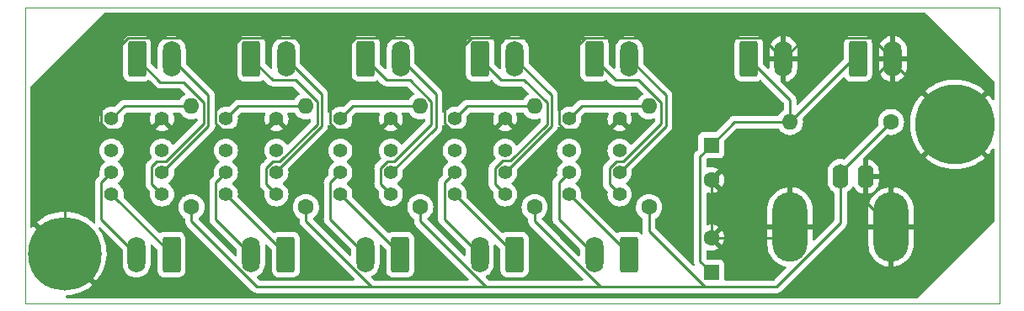
<source format=gtl>
%TF.GenerationSoftware,KiCad,Pcbnew,(6.0.7)*%
%TF.CreationDate,2022-08-25T07:22:17-04:00*%
%TF.ProjectId,chiller_interlock_aosense,6368696c-6c65-4725-9f69-6e7465726c6f,rev?*%
%TF.SameCoordinates,Original*%
%TF.FileFunction,Copper,L1,Top*%
%TF.FilePolarity,Positive*%
%FSLAX46Y46*%
G04 Gerber Fmt 4.6, Leading zero omitted, Abs format (unit mm)*
G04 Created by KiCad (PCBNEW (6.0.7)) date 2022-08-25 07:22:17*
%MOMM*%
%LPD*%
G01*
G04 APERTURE LIST*
G04 Aperture macros list*
%AMRoundRect*
0 Rectangle with rounded corners*
0 $1 Rounding radius*
0 $2 $3 $4 $5 $6 $7 $8 $9 X,Y pos of 4 corners*
0 Add a 4 corners polygon primitive as box body*
4,1,4,$2,$3,$4,$5,$6,$7,$8,$9,$2,$3,0*
0 Add four circle primitives for the rounded corners*
1,1,$1+$1,$2,$3*
1,1,$1+$1,$4,$5*
1,1,$1+$1,$6,$7*
1,1,$1+$1,$8,$9*
0 Add four rect primitives between the rounded corners*
20,1,$1+$1,$2,$3,$4,$5,0*
20,1,$1+$1,$4,$5,$6,$7,0*
20,1,$1+$1,$6,$7,$8,$9,0*
20,1,$1+$1,$8,$9,$2,$3,0*%
G04 Aperture macros list end*
%TA.AperFunction,Profile*%
%ADD10C,0.100000*%
%TD*%
%TA.AperFunction,ComponentPad*%
%ADD11R,1.600000X1.600000*%
%TD*%
%TA.AperFunction,ComponentPad*%
%ADD12C,1.600000*%
%TD*%
%TA.AperFunction,ComponentPad*%
%ADD13C,7.400000*%
%TD*%
%TA.AperFunction,ComponentPad*%
%ADD14C,8.000000*%
%TD*%
%TA.AperFunction,ComponentPad*%
%ADD15RoundRect,0.250000X-0.650000X-1.550000X0.650000X-1.550000X0.650000X1.550000X-0.650000X1.550000X0*%
%TD*%
%TA.AperFunction,ComponentPad*%
%ADD16O,1.800000X3.600000*%
%TD*%
%TA.AperFunction,ComponentPad*%
%ADD17O,1.600000X1.600000*%
%TD*%
%TA.AperFunction,ComponentPad*%
%ADD18RoundRect,0.250000X0.650000X1.550000X-0.650000X1.550000X-0.650000X-1.550000X0.650000X-1.550000X0*%
%TD*%
%TA.AperFunction,ComponentPad*%
%ADD19O,1.600000X2.500000*%
%TD*%
%TA.AperFunction,ComponentPad*%
%ADD20O,3.500000X7.000000*%
%TD*%
%TA.AperFunction,ComponentPad*%
%ADD21C,1.400000*%
%TD*%
%TA.AperFunction,Conductor*%
%ADD22C,0.250000*%
%TD*%
G04 APERTURE END LIST*
D10*
X321000000Y-108250000D02*
X321000000Y-78500000D01*
X321000000Y-78500000D02*
X419000000Y-78500000D01*
X419000000Y-108250000D02*
X321000000Y-108250000D01*
X419000000Y-78500000D02*
X419000000Y-108250000D01*
D11*
%TO.P,C1,1*%
%TO.N,TTL_OUT*%
X390000000Y-105152651D03*
D12*
%TO.P,C1,2*%
%TO.N,GND*%
X390000000Y-101652651D03*
%TD*%
D13*
%TO.P,J14,1,Pin_1*%
%TO.N,GND*%
X325000000Y-103250000D03*
%TD*%
D14*
%TO.P,J15,1,Pin_1*%
%TO.N,GND*%
X414500000Y-90250000D03*
%TD*%
D15*
%TO.P,J2,1,Pin_1*%
%TO.N,TTL_OUT*%
X393767500Y-83642500D03*
D16*
%TO.P,J2,2,Pin_2*%
%TO.N,GND*%
X397267500Y-83642500D03*
%TD*%
D12*
%TO.P,R2,1*%
%TO.N,TTL_IN*%
X372250000Y-98580000D03*
D17*
%TO.P,R2,2*%
%TO.N,Net-(K2-Pad1)*%
X372250000Y-88420000D03*
%TD*%
D18*
%TO.P,J12,1,Pin_1*%
%TO.N,Net-(J12-Pad1)*%
X335732500Y-103357500D03*
D16*
%TO.P,J12,2,Pin_2*%
%TO.N,Net-(J12-Pad2)*%
X332232500Y-103357500D03*
%TD*%
D19*
%TO.P,J1,1,In*%
%TO.N,TTL_IN*%
X403000000Y-95500000D03*
%TO.P,J1,2,Ext*%
%TO.N,GND*%
X405540000Y-95500000D03*
D20*
X408080000Y-100580000D03*
X397920000Y-100580000D03*
%TD*%
D12*
%TO.P,R5,1*%
%TO.N,TTL_IN*%
X337750000Y-98580000D03*
D17*
%TO.P,R5,2*%
%TO.N,Net-(K5-Pad1)*%
X337750000Y-88420000D03*
%TD*%
D15*
%TO.P,J3,1,Pin_1*%
%TO.N,TTL_OUT*%
X404767500Y-83642500D03*
D16*
%TO.P,J3,2,Pin_2*%
%TO.N,GND*%
X408267500Y-83642500D03*
%TD*%
D18*
%TO.P,J8,1,Pin_1*%
%TO.N,Net-(J8-Pad1)*%
X358732500Y-103357500D03*
D16*
%TO.P,J8,2,Pin_2*%
%TO.N,Net-(J8-Pad2)*%
X355232500Y-103357500D03*
%TD*%
D21*
%TO.P,K2,1*%
%TO.N,Net-(K2-Pad1)*%
X364210000Y-89700000D03*
%TO.P,K2,2*%
%TO.N,unconnected-(K2-Pad2)*%
X364210000Y-92900000D03*
%TO.P,K2,3*%
%TO.N,Net-(J6-Pad2)*%
X364210000Y-95100000D03*
%TO.P,K2,4*%
%TO.N,Net-(J6-Pad1)*%
X364210000Y-97300000D03*
%TO.P,K2,5*%
%TO.N,Net-(J7-Pad1)*%
X369290000Y-97300000D03*
%TO.P,K2,6*%
%TO.N,Net-(J7-Pad2)*%
X369290000Y-95100000D03*
%TO.P,K2,7*%
%TO.N,unconnected-(K2-Pad7)*%
X369290000Y-92900000D03*
%TO.P,K2,8*%
%TO.N,GND*%
X369290000Y-89700000D03*
%TD*%
D11*
%TO.P,C2,1*%
%TO.N,TTL_OUT*%
X390000000Y-92347349D03*
D12*
%TO.P,C2,2*%
%TO.N,GND*%
X390000000Y-95847349D03*
%TD*%
D15*
%TO.P,J11,1,Pin_1*%
%TO.N,Net-(J11-Pad1)*%
X343767500Y-83642500D03*
D16*
%TO.P,J11,2,Pin_2*%
%TO.N,Net-(J11-Pad2)*%
X347267500Y-83642500D03*
%TD*%
D12*
%TO.P,R3,1*%
%TO.N,TTL_IN*%
X360750000Y-98580000D03*
D17*
%TO.P,R3,2*%
%TO.N,Net-(K3-Pad1)*%
X360750000Y-88420000D03*
%TD*%
D21*
%TO.P,K1,1*%
%TO.N,Net-(K1-Pad1)*%
X375710000Y-89700000D03*
%TO.P,K1,2*%
%TO.N,unconnected-(K1-Pad2)*%
X375710000Y-92900000D03*
%TO.P,K1,3*%
%TO.N,Net-(J4-Pad2)*%
X375710000Y-95100000D03*
%TO.P,K1,4*%
%TO.N,Net-(J4-Pad1)*%
X375710000Y-97300000D03*
%TO.P,K1,5*%
%TO.N,Net-(J5-Pad1)*%
X380790000Y-97300000D03*
%TO.P,K1,6*%
%TO.N,Net-(J5-Pad2)*%
X380790000Y-95100000D03*
%TO.P,K1,7*%
%TO.N,unconnected-(K1-Pad7)*%
X380790000Y-92900000D03*
%TO.P,K1,8*%
%TO.N,GND*%
X380790000Y-89700000D03*
%TD*%
D12*
%TO.P,R4,1*%
%TO.N,TTL_IN*%
X349250000Y-98580000D03*
D17*
%TO.P,R4,2*%
%TO.N,Net-(K4-Pad1)*%
X349250000Y-88420000D03*
%TD*%
D15*
%TO.P,J7,1,Pin_1*%
%TO.N,Net-(J7-Pad1)*%
X366767500Y-83642500D03*
D16*
%TO.P,J7,2,Pin_2*%
%TO.N,Net-(J7-Pad2)*%
X370267500Y-83642500D03*
%TD*%
D15*
%TO.P,J13,1,Pin_1*%
%TO.N,Net-(J13-Pad1)*%
X332267500Y-83642500D03*
D16*
%TO.P,J13,2,Pin_2*%
%TO.N,Net-(J13-Pad2)*%
X335767500Y-83642500D03*
%TD*%
D18*
%TO.P,J6,1,Pin_1*%
%TO.N,Net-(J6-Pad1)*%
X370232500Y-103357500D03*
D16*
%TO.P,J6,2,Pin_2*%
%TO.N,Net-(J6-Pad2)*%
X366732500Y-103357500D03*
%TD*%
%TO.P,J4,2,Pin_2*%
%TO.N,Net-(J4-Pad2)*%
X378232500Y-103357500D03*
D18*
%TO.P,J4,1,Pin_1*%
%TO.N,Net-(J4-Pad1)*%
X381732500Y-103357500D03*
%TD*%
D12*
%TO.P,R1,1*%
%TO.N,TTL_IN*%
X383750000Y-98580000D03*
D17*
%TO.P,R1,2*%
%TO.N,Net-(K1-Pad1)*%
X383750000Y-88420000D03*
%TD*%
D21*
%TO.P,K3,1*%
%TO.N,Net-(K3-Pad1)*%
X352710000Y-89700000D03*
%TO.P,K3,2*%
%TO.N,unconnected-(K3-Pad2)*%
X352710000Y-92900000D03*
%TO.P,K3,3*%
%TO.N,Net-(J8-Pad2)*%
X352710000Y-95100000D03*
%TO.P,K3,4*%
%TO.N,Net-(J8-Pad1)*%
X352710000Y-97300000D03*
%TO.P,K3,5*%
%TO.N,Net-(J9-Pad1)*%
X357790000Y-97300000D03*
%TO.P,K3,6*%
%TO.N,Net-(J9-Pad2)*%
X357790000Y-95100000D03*
%TO.P,K3,7*%
%TO.N,unconnected-(K3-Pad7)*%
X357790000Y-92900000D03*
%TO.P,K3,8*%
%TO.N,GND*%
X357790000Y-89700000D03*
%TD*%
D12*
%TO.P,R6,1*%
%TO.N,TTL_IN*%
X408080000Y-90000000D03*
D17*
%TO.P,R6,2*%
%TO.N,TTL_OUT*%
X397920000Y-90000000D03*
%TD*%
D18*
%TO.P,J10,1,Pin_1*%
%TO.N,Net-(J10-Pad1)*%
X347232500Y-103357500D03*
D16*
%TO.P,J10,2,Pin_2*%
%TO.N,Net-(J10-Pad2)*%
X343732500Y-103357500D03*
%TD*%
D15*
%TO.P,J9,1,Pin_1*%
%TO.N,Net-(J9-Pad1)*%
X355267500Y-83642500D03*
D16*
%TO.P,J9,2,Pin_2*%
%TO.N,Net-(J9-Pad2)*%
X358767500Y-83642500D03*
%TD*%
D15*
%TO.P,J5,1,Pin_1*%
%TO.N,Net-(J5-Pad1)*%
X378267500Y-83642500D03*
D16*
%TO.P,J5,2,Pin_2*%
%TO.N,Net-(J5-Pad2)*%
X381767500Y-83642500D03*
%TD*%
D21*
%TO.P,K4,1*%
%TO.N,Net-(K4-Pad1)*%
X341210000Y-89700000D03*
%TO.P,K4,2*%
%TO.N,unconnected-(K4-Pad2)*%
X341210000Y-92900000D03*
%TO.P,K4,3*%
%TO.N,Net-(J10-Pad2)*%
X341210000Y-95100000D03*
%TO.P,K4,4*%
%TO.N,Net-(J10-Pad1)*%
X341210000Y-97300000D03*
%TO.P,K4,5*%
%TO.N,Net-(J11-Pad1)*%
X346290000Y-97300000D03*
%TO.P,K4,6*%
%TO.N,Net-(J11-Pad2)*%
X346290000Y-95100000D03*
%TO.P,K4,7*%
%TO.N,unconnected-(K4-Pad7)*%
X346290000Y-92900000D03*
%TO.P,K4,8*%
%TO.N,GND*%
X346290000Y-89700000D03*
%TD*%
%TO.P,K5,1*%
%TO.N,Net-(K5-Pad1)*%
X329710000Y-89700000D03*
%TO.P,K5,2*%
%TO.N,unconnected-(K5-Pad2)*%
X329710000Y-92900000D03*
%TO.P,K5,3*%
%TO.N,Net-(J12-Pad2)*%
X329710000Y-95100000D03*
%TO.P,K5,4*%
%TO.N,Net-(J12-Pad1)*%
X329710000Y-97300000D03*
%TO.P,K5,5*%
%TO.N,Net-(J13-Pad1)*%
X334790000Y-97300000D03*
%TO.P,K5,6*%
%TO.N,Net-(J13-Pad2)*%
X334790000Y-95100000D03*
%TO.P,K5,7*%
%TO.N,unconnected-(K5-Pad7)*%
X334790000Y-92900000D03*
%TO.P,K5,8*%
%TO.N,GND*%
X334790000Y-89700000D03*
%TD*%
D22*
%TO.N,TTL_OUT*%
X388875000Y-104027651D02*
X390000000Y-105152651D01*
X390000000Y-92347349D02*
X388875000Y-93472349D01*
X397920000Y-87795000D02*
X393767500Y-83642500D01*
X388875000Y-93472349D02*
X388875000Y-104027651D01*
X404277500Y-83642500D02*
X404767500Y-83642500D01*
X397920000Y-90000000D02*
X404277500Y-83642500D01*
X397920000Y-90000000D02*
X397920000Y-87795000D01*
X392347349Y-90000000D02*
X390000000Y-92347349D01*
X397920000Y-90000000D02*
X392347349Y-90000000D01*
%TO.N,GND*%
X405540000Y-95500000D02*
X405540000Y-98040000D01*
X405540000Y-98040000D02*
X408080000Y-100580000D01*
X334790000Y-89700000D02*
X333765000Y-90725000D01*
X408267500Y-83642500D02*
X408267500Y-84017500D01*
X340785431Y-90725000D02*
X340185000Y-90124569D01*
X397920000Y-93990000D02*
X408267500Y-83642500D01*
X374685000Y-84211827D02*
X374685000Y-90185000D01*
X414500000Y-90250000D02*
X408080000Y-96670000D01*
X390000000Y-95847349D02*
X390000000Y-101652651D01*
X343000000Y-81500000D02*
X354250000Y-81500000D01*
X408267500Y-83642500D02*
X406125000Y-81500000D01*
X357790000Y-89700000D02*
X356765000Y-90725000D01*
X379740000Y-90750000D02*
X380790000Y-89700000D01*
X377500000Y-81500000D02*
X377517500Y-81517500D01*
X374685000Y-90185000D02*
X375250000Y-90750000D01*
X363185000Y-90124569D02*
X363185000Y-84211827D01*
X397267500Y-83642500D02*
X395142500Y-81517500D01*
X390000000Y-101652651D02*
X396847349Y-101652651D01*
X340185000Y-90124569D02*
X340185000Y-84065000D01*
X333765000Y-90725000D02*
X329225000Y-90725000D01*
X345265000Y-90725000D02*
X340785431Y-90725000D01*
X368265000Y-90725000D02*
X363785431Y-90725000D01*
X328685000Y-90185000D02*
X328685000Y-84211827D01*
X329225000Y-90725000D02*
X329000000Y-90500000D01*
X356765000Y-90725000D02*
X352285431Y-90725000D01*
X331396827Y-81500000D02*
X343000000Y-81500000D01*
X325000000Y-103250000D02*
X325000000Y-94500000D01*
X363185000Y-84211827D02*
X365896827Y-81500000D01*
X408080000Y-96670000D02*
X408080000Y-100580000D01*
X351685000Y-90124569D02*
X351685000Y-84065000D01*
X406125000Y-81500000D02*
X399410000Y-81500000D01*
X346290000Y-89700000D02*
X345265000Y-90725000D01*
X329000000Y-90500000D02*
X328685000Y-90185000D01*
X366500000Y-81500000D02*
X377500000Y-81500000D01*
X351685000Y-84065000D02*
X354250000Y-81500000D01*
X399410000Y-81500000D02*
X397267500Y-83642500D01*
X352285431Y-90725000D02*
X351685000Y-90124569D01*
X342750000Y-81500000D02*
X343000000Y-81500000D01*
X397920000Y-100580000D02*
X397920000Y-93990000D01*
X328685000Y-84211827D02*
X331396827Y-81500000D01*
X395142500Y-81517500D02*
X377517500Y-81517500D01*
X377379327Y-81517500D02*
X374685000Y-84211827D01*
X408267500Y-84017500D02*
X414500000Y-90250000D01*
X363785431Y-90725000D02*
X363185000Y-90124569D01*
X375250000Y-90750000D02*
X379740000Y-90750000D01*
X369290000Y-89700000D02*
X368265000Y-90725000D01*
X396847349Y-101652651D02*
X397920000Y-100580000D01*
X365896827Y-81500000D02*
X366500000Y-81500000D01*
X354250000Y-81500000D02*
X366500000Y-81500000D01*
X377517500Y-81517500D02*
X377379327Y-81517500D01*
X340185000Y-84065000D02*
X342750000Y-81500000D01*
X325000000Y-94500000D02*
X329000000Y-90500000D01*
%TO.N,TTL_IN*%
X349250000Y-100007412D02*
X349250000Y-98580000D01*
X337750000Y-100007412D02*
X337750000Y-98580000D01*
X378848840Y-106606252D02*
X367348840Y-106606252D01*
X403000000Y-100184493D02*
X396578241Y-106606252D01*
X383750000Y-101000000D02*
X383750000Y-98580000D01*
X372250000Y-100007412D02*
X372250000Y-98580000D01*
X360750000Y-100007412D02*
X360750000Y-98580000D01*
X403000000Y-95080000D02*
X408080000Y-90000000D01*
X396578241Y-106606252D02*
X389356252Y-106606252D01*
X367348840Y-106606252D02*
X360750000Y-100007412D01*
X389356252Y-106606252D02*
X378848840Y-106606252D01*
X355848840Y-106606252D02*
X349250000Y-100007412D01*
X403000000Y-95500000D02*
X403000000Y-100184493D01*
X403000000Y-95500000D02*
X403000000Y-95080000D01*
X378848840Y-106606252D02*
X372250000Y-100007412D01*
X367348840Y-106606252D02*
X355848840Y-106606252D01*
X355848840Y-106606252D02*
X344348840Y-106606252D01*
X389356252Y-106606252D02*
X383750000Y-101000000D01*
X344348840Y-106606252D02*
X337750000Y-100007412D01*
%TO.N,Net-(J4-Pad1)*%
X381732500Y-103322500D02*
X381732500Y-103357500D01*
X375710000Y-97300000D02*
X381732500Y-103322500D01*
%TO.N,Net-(J4-Pad2)*%
X374685000Y-99810000D02*
X374685000Y-96125000D01*
X378232500Y-103357500D02*
X374685000Y-99810000D01*
X374685000Y-96125000D02*
X375710000Y-95100000D01*
%TO.N,Net-(J5-Pad1)*%
X379765000Y-96275000D02*
X379765000Y-94675431D01*
X385000000Y-90139569D02*
X385000000Y-88079009D01*
X380790000Y-97300000D02*
X379765000Y-96275000D01*
X380440431Y-94000000D02*
X381139569Y-94000000D01*
X380392500Y-85767500D02*
X378267500Y-83642500D01*
X379765000Y-94675431D02*
X380440431Y-94000000D01*
X385000000Y-88079009D02*
X382688491Y-85767500D01*
X382688491Y-85767500D02*
X380392500Y-85767500D01*
X381139569Y-94000000D02*
X385000000Y-90139569D01*
%TO.N,Net-(J5-Pad2)*%
X385450000Y-87325000D02*
X381767500Y-83642500D01*
X380790000Y-95100000D02*
X385450000Y-90440000D01*
X385450000Y-90440000D02*
X385450000Y-87325000D01*
%TO.N,Net-(J6-Pad1)*%
X364210000Y-97300000D02*
X370232500Y-103322500D01*
X370232500Y-103322500D02*
X370232500Y-103357500D01*
%TO.N,Net-(J6-Pad2)*%
X364210000Y-95100000D02*
X363185000Y-96125000D01*
X363185000Y-99810000D02*
X366732500Y-103357500D01*
X363185000Y-96125000D02*
X363185000Y-99810000D01*
%TO.N,Net-(J7-Pad1)*%
X373500000Y-90250000D02*
X373500000Y-88079009D01*
X369290000Y-97300000D02*
X368265000Y-96275000D01*
X368265000Y-96275000D02*
X368265000Y-94675431D01*
X368892500Y-85767500D02*
X366767500Y-83642500D01*
X369015431Y-93925000D02*
X369825000Y-93925000D01*
X368265000Y-94675431D02*
X369015431Y-93925000D01*
X373500000Y-88079009D02*
X371188491Y-85767500D01*
X371188491Y-85767500D02*
X368892500Y-85767500D01*
X369825000Y-93925000D02*
X373500000Y-90250000D01*
%TO.N,Net-(J7-Pad2)*%
X373950000Y-87325000D02*
X370267500Y-83642500D01*
X373950000Y-90440000D02*
X373950000Y-87325000D01*
X369290000Y-95100000D02*
X373950000Y-90440000D01*
%TO.N,Net-(J8-Pad1)*%
X358732500Y-103322500D02*
X358732500Y-103357500D01*
X352710000Y-97300000D02*
X358732500Y-103322500D01*
%TO.N,Net-(J8-Pad2)*%
X352710000Y-95100000D02*
X351685000Y-96125000D01*
X351685000Y-96125000D02*
X351685000Y-99810000D01*
X351685000Y-99810000D02*
X355232500Y-103357500D01*
%TO.N,Net-(J9-Pad1)*%
X358139569Y-94000000D02*
X361875000Y-90264569D01*
X357440431Y-94000000D02*
X358139569Y-94000000D01*
X357392500Y-85767500D02*
X355267500Y-83642500D01*
X356765000Y-94675431D02*
X357440431Y-94000000D01*
X357790000Y-97300000D02*
X356765000Y-96275000D01*
X361875000Y-90264569D02*
X361875000Y-87954009D01*
X359688491Y-85767500D02*
X357392500Y-85767500D01*
X361875000Y-87954009D02*
X359688491Y-85767500D01*
X356765000Y-96275000D02*
X356765000Y-94675431D01*
%TO.N,Net-(J9-Pad2)*%
X362325000Y-90565000D02*
X362325000Y-87200000D01*
X357790000Y-95100000D02*
X362325000Y-90565000D01*
X362325000Y-87200000D02*
X358767500Y-83642500D01*
%TO.N,Net-(J10-Pad1)*%
X341210000Y-97300000D02*
X347232500Y-103322500D01*
X347232500Y-103322500D02*
X347232500Y-103357500D01*
%TO.N,Net-(J10-Pad2)*%
X340185000Y-99810000D02*
X343732500Y-103357500D01*
X341210000Y-95100000D02*
X340185000Y-96125000D01*
X340185000Y-96125000D02*
X340185000Y-99810000D01*
%TO.N,Net-(J11-Pad1)*%
X346639569Y-94000000D02*
X350375000Y-90264569D01*
X348188491Y-85767500D02*
X345892500Y-85767500D01*
X345892500Y-85767500D02*
X343767500Y-83642500D01*
X345265000Y-96275000D02*
X345265000Y-94675431D01*
X345265000Y-94675431D02*
X345940431Y-94000000D01*
X345940431Y-94000000D02*
X346639569Y-94000000D01*
X346290000Y-97300000D02*
X345265000Y-96275000D01*
X350375000Y-90264569D02*
X350375000Y-87954009D01*
X350375000Y-87954009D02*
X348188491Y-85767500D01*
%TO.N,Net-(J11-Pad2)*%
X346290000Y-94985965D02*
X350825000Y-90450965D01*
X350825000Y-90450965D02*
X350825000Y-87200000D01*
X350825000Y-87200000D02*
X347267500Y-83642500D01*
X346290000Y-95100000D02*
X346290000Y-94985965D01*
%TO.N,Net-(J12-Pad1)*%
X335732500Y-103322500D02*
X335732500Y-103357500D01*
X329710000Y-97300000D02*
X335732500Y-103322500D01*
%TO.N,Net-(J12-Pad2)*%
X328685000Y-96125000D02*
X328685000Y-99810000D01*
X328685000Y-99810000D02*
X332232500Y-103357500D01*
X329710000Y-95100000D02*
X328685000Y-96125000D01*
%TO.N,Net-(J13-Pad1)*%
X334250000Y-94000000D02*
X335139569Y-94000000D01*
X333765000Y-94485000D02*
X334250000Y-94000000D01*
X339000000Y-90139569D02*
X339000000Y-88079009D01*
X334790000Y-97300000D02*
X333765000Y-96275000D01*
X334625000Y-86000000D02*
X332267500Y-83642500D01*
X339000000Y-88079009D02*
X336920991Y-86000000D01*
X336920991Y-86000000D02*
X334625000Y-86000000D01*
X333765000Y-96275000D02*
X333765000Y-94485000D01*
X335139569Y-94000000D02*
X339000000Y-90139569D01*
%TO.N,Net-(J13-Pad2)*%
X339450000Y-90440000D02*
X339450000Y-87325000D01*
X339450000Y-87325000D02*
X335767500Y-83642500D01*
X334790000Y-95100000D02*
X339450000Y-90440000D01*
%TO.N,Net-(K1-Pad1)*%
X376990000Y-88420000D02*
X375710000Y-89700000D01*
X383750000Y-88420000D02*
X376990000Y-88420000D01*
%TO.N,Net-(K2-Pad1)*%
X365490000Y-88420000D02*
X364210000Y-89700000D01*
X372250000Y-88420000D02*
X365490000Y-88420000D01*
%TO.N,Net-(K3-Pad1)*%
X360750000Y-88420000D02*
X353990000Y-88420000D01*
X353990000Y-88420000D02*
X352710000Y-89700000D01*
%TO.N,Net-(K4-Pad1)*%
X342490000Y-88420000D02*
X341210000Y-89700000D01*
X349250000Y-88420000D02*
X342490000Y-88420000D01*
%TO.N,Net-(K5-Pad1)*%
X337750000Y-88420000D02*
X330990000Y-88420000D01*
X330990000Y-88420000D02*
X329710000Y-89700000D01*
%TD*%
%TA.AperFunction,Conductor*%
%TO.N,GND*%
G36*
X411524431Y-79028502D02*
G01*
X411545405Y-79045405D01*
X418454595Y-85954595D01*
X418488621Y-86016907D01*
X418491500Y-86043690D01*
X418491500Y-87693807D01*
X418471498Y-87761928D01*
X418417842Y-87808421D01*
X418347568Y-87818525D01*
X418282988Y-87789031D01*
X418260796Y-87763900D01*
X418133930Y-87574389D01*
X418130537Y-87569787D01*
X417876832Y-87256489D01*
X417863963Y-87249226D01*
X417862596Y-87249305D01*
X417855268Y-87253942D01*
X414872022Y-90237188D01*
X414864408Y-90251132D01*
X414864539Y-90252965D01*
X414868790Y-90259580D01*
X417850688Y-93241478D01*
X417864134Y-93248820D01*
X417873970Y-93241900D01*
X418073611Y-93005657D01*
X418077097Y-93001130D01*
X418262287Y-92736651D01*
X418317744Y-92692323D01*
X418388363Y-92685014D01*
X418451724Y-92717045D01*
X418487709Y-92778246D01*
X418491500Y-92808922D01*
X418491500Y-99956310D01*
X418471498Y-100024431D01*
X418454595Y-100045405D01*
X410795405Y-107704595D01*
X410733093Y-107738621D01*
X410706310Y-107741500D01*
X325293690Y-107741500D01*
X325225569Y-107721498D01*
X325204595Y-107704595D01*
X325167659Y-107667659D01*
X325133633Y-107605347D01*
X325138698Y-107534532D01*
X325181245Y-107477696D01*
X325253236Y-107452613D01*
X325320149Y-107450744D01*
X325326280Y-107450272D01*
X325728528Y-107399456D01*
X325734600Y-107398386D01*
X326129983Y-107308557D01*
X326135898Y-107306905D01*
X326520627Y-107178923D01*
X326526361Y-107176699D01*
X326896781Y-107011778D01*
X326902250Y-107009015D01*
X327254810Y-106808733D01*
X327259984Y-106805449D01*
X327591315Y-106571721D01*
X327596153Y-106567941D01*
X327777043Y-106411802D01*
X327785458Y-106398762D01*
X327779519Y-106388730D01*
X324640790Y-103250000D01*
X321862374Y-100471585D01*
X321848430Y-100463971D01*
X321847885Y-100464010D01*
X321839525Y-100469612D01*
X321774692Y-100539625D01*
X321770734Y-100544342D01*
X321734863Y-100591601D01*
X321677745Y-100633768D01*
X321606897Y-100638361D01*
X321544813Y-100603922D01*
X321511204Y-100541385D01*
X321508500Y-100515422D01*
X321508500Y-100101641D01*
X322214661Y-100101641D01*
X322220411Y-100111200D01*
X325000000Y-102890790D01*
X328138830Y-106029619D01*
X328152774Y-106037233D01*
X328153789Y-106037161D01*
X328161520Y-106032058D01*
X328187160Y-106005133D01*
X328191172Y-106000485D01*
X328440783Y-105680998D01*
X328444355Y-105675935D01*
X328661593Y-105333621D01*
X328664636Y-105328265D01*
X328847452Y-104966353D01*
X328849947Y-104960749D01*
X328996572Y-104582724D01*
X328998513Y-104576890D01*
X329107553Y-104186351D01*
X329108909Y-104180380D01*
X329179322Y-103781056D01*
X329180089Y-103774982D01*
X329211282Y-103369591D01*
X329211459Y-103365676D01*
X329213047Y-103251974D01*
X329212979Y-103248030D01*
X329193118Y-102841949D01*
X329192517Y-102835825D01*
X329133290Y-102434737D01*
X329132090Y-102428675D01*
X329034007Y-102035289D01*
X329032222Y-102029374D01*
X328896214Y-101647421D01*
X328893871Y-101641737D01*
X328721236Y-101274869D01*
X328718347Y-101269435D01*
X328510740Y-100921171D01*
X328507332Y-100916041D01*
X328413533Y-100788815D01*
X328389209Y-100722115D01*
X328404806Y-100652853D01*
X328455373Y-100603019D01*
X328524856Y-100588434D01*
X328591193Y-100613730D01*
X328604045Y-100624949D01*
X330787095Y-102807999D01*
X330821121Y-102870311D01*
X330824000Y-102897094D01*
X330824000Y-104317512D01*
X330839117Y-104495675D01*
X330840457Y-104500839D01*
X330840458Y-104500843D01*
X330861711Y-104582724D01*
X330899168Y-104727040D01*
X330901360Y-104731906D01*
X330956845Y-104855077D01*
X330997343Y-104944980D01*
X331130834Y-105143262D01*
X331295826Y-105316218D01*
X331487600Y-105458902D01*
X331492351Y-105461318D01*
X331492355Y-105461320D01*
X331695914Y-105564814D01*
X331700672Y-105567233D01*
X331790721Y-105595194D01*
X331923849Y-105636532D01*
X331923855Y-105636533D01*
X331928952Y-105638116D01*
X332056383Y-105655006D01*
X332160627Y-105668823D01*
X332160631Y-105668823D01*
X332165911Y-105669523D01*
X332171240Y-105669323D01*
X332171241Y-105669323D01*
X332269009Y-105665652D01*
X332404774Y-105660555D01*
X332491684Y-105642319D01*
X332633484Y-105612567D01*
X332633487Y-105612566D01*
X332638711Y-105611470D01*
X332861033Y-105523671D01*
X333065383Y-105399668D01*
X333245919Y-105243007D01*
X333249302Y-105238881D01*
X333249306Y-105238877D01*
X333387608Y-105070204D01*
X333397478Y-105058167D01*
X333515727Y-104850434D01*
X333597284Y-104625747D01*
X333607185Y-104570996D01*
X333639080Y-104394615D01*
X333639081Y-104394607D01*
X333639818Y-104390531D01*
X333641000Y-104365468D01*
X333641000Y-102431094D01*
X333661002Y-102362973D01*
X333714658Y-102316480D01*
X333784932Y-102306376D01*
X333849512Y-102335870D01*
X333856095Y-102341999D01*
X334287095Y-102772999D01*
X334321121Y-102835311D01*
X334324000Y-102862094D01*
X334324000Y-104957900D01*
X334334974Y-105063666D01*
X334390950Y-105231446D01*
X334484022Y-105381848D01*
X334609197Y-105506805D01*
X334615427Y-105510645D01*
X334615428Y-105510646D01*
X334752590Y-105595194D01*
X334759762Y-105599615D01*
X334839505Y-105626064D01*
X334921111Y-105653132D01*
X334921113Y-105653132D01*
X334927639Y-105655297D01*
X334934475Y-105655997D01*
X334934478Y-105655998D01*
X334977531Y-105660409D01*
X335032100Y-105666000D01*
X336432900Y-105666000D01*
X336436146Y-105665663D01*
X336436150Y-105665663D01*
X336531808Y-105655738D01*
X336531812Y-105655737D01*
X336538666Y-105655026D01*
X336545202Y-105652845D01*
X336545204Y-105652845D01*
X336677306Y-105608772D01*
X336706446Y-105599050D01*
X336856848Y-105505978D01*
X336981805Y-105380803D01*
X337021616Y-105316218D01*
X337070775Y-105236468D01*
X337070776Y-105236466D01*
X337074615Y-105230238D01*
X337102184Y-105147121D01*
X337128132Y-105068889D01*
X337128132Y-105068887D01*
X337130297Y-105062361D01*
X337141000Y-104957900D01*
X337141000Y-101757100D01*
X337130026Y-101651334D01*
X337127844Y-101644792D01*
X337076368Y-101490502D01*
X337074050Y-101483554D01*
X336980978Y-101333152D01*
X336855803Y-101208195D01*
X336832934Y-101194098D01*
X336711468Y-101119225D01*
X336711466Y-101119224D01*
X336705238Y-101115385D01*
X336625495Y-101088936D01*
X336543889Y-101061868D01*
X336543887Y-101061868D01*
X336537361Y-101059703D01*
X336530525Y-101059003D01*
X336530522Y-101059002D01*
X336484091Y-101054245D01*
X336432900Y-101049000D01*
X335032100Y-101049000D01*
X335028854Y-101049337D01*
X335028850Y-101049337D01*
X334933192Y-101059262D01*
X334933188Y-101059263D01*
X334926334Y-101059974D01*
X334919798Y-101062155D01*
X334919796Y-101062155D01*
X334801500Y-101101622D01*
X334758554Y-101115950D01*
X334752326Y-101119804D01*
X334752324Y-101119805D01*
X334702019Y-101150935D01*
X334636744Y-101191329D01*
X334635409Y-101192155D01*
X334566957Y-101210993D01*
X334499188Y-101189832D01*
X334480011Y-101174106D01*
X331885905Y-98580000D01*
X336436502Y-98580000D01*
X336456457Y-98808087D01*
X336515716Y-99029243D01*
X336518039Y-99034224D01*
X336518039Y-99034225D01*
X336610151Y-99231762D01*
X336610154Y-99231767D01*
X336612477Y-99236749D01*
X336743802Y-99424300D01*
X336905700Y-99586198D01*
X336910208Y-99589355D01*
X336910211Y-99589357D01*
X337062771Y-99696181D01*
X337107099Y-99751638D01*
X337116500Y-99799394D01*
X337116500Y-99928645D01*
X337115973Y-99939828D01*
X337114298Y-99947321D01*
X337114547Y-99955247D01*
X337114547Y-99955248D01*
X337116438Y-100015398D01*
X337116500Y-100019357D01*
X337116500Y-100047268D01*
X337116997Y-100051202D01*
X337116997Y-100051203D01*
X337117005Y-100051268D01*
X337117938Y-100063105D01*
X337119327Y-100107301D01*
X337124978Y-100126751D01*
X337128987Y-100146112D01*
X337131526Y-100166209D01*
X337134445Y-100173580D01*
X337134445Y-100173582D01*
X337147804Y-100207324D01*
X337151649Y-100218554D01*
X337163982Y-100261005D01*
X337168015Y-100267824D01*
X337168017Y-100267829D01*
X337174293Y-100278440D01*
X337182988Y-100296188D01*
X337190448Y-100315029D01*
X337195110Y-100321445D01*
X337195110Y-100321446D01*
X337216436Y-100350799D01*
X337222952Y-100360719D01*
X337238913Y-100387707D01*
X337245458Y-100398774D01*
X337259779Y-100413095D01*
X337272619Y-100428128D01*
X337284528Y-100444519D01*
X337308089Y-100464010D01*
X337318605Y-100472710D01*
X337327384Y-100480700D01*
X343845188Y-106998505D01*
X343852728Y-107006791D01*
X343856840Y-107013270D01*
X343862617Y-107018695D01*
X343906491Y-107059895D01*
X343909333Y-107062650D01*
X343929070Y-107082387D01*
X343932267Y-107084867D01*
X343941287Y-107092570D01*
X343973519Y-107122838D01*
X343980465Y-107126657D01*
X343980468Y-107126659D01*
X343991274Y-107132600D01*
X344007793Y-107143451D01*
X344023799Y-107155866D01*
X344031068Y-107159011D01*
X344031072Y-107159014D01*
X344064377Y-107173426D01*
X344075027Y-107178643D01*
X344113780Y-107199947D01*
X344121455Y-107201918D01*
X344121456Y-107201918D01*
X344133402Y-107204985D01*
X344152107Y-107211389D01*
X344170695Y-107219433D01*
X344178518Y-107220672D01*
X344178528Y-107220675D01*
X344214364Y-107226351D01*
X344225984Y-107228757D01*
X344257799Y-107236925D01*
X344268810Y-107239752D01*
X344289064Y-107239752D01*
X344308774Y-107241303D01*
X344328783Y-107244472D01*
X344336675Y-107243726D01*
X344355420Y-107241954D01*
X344372802Y-107240311D01*
X344384659Y-107239752D01*
X355789064Y-107239752D01*
X355808774Y-107241303D01*
X355828783Y-107244472D01*
X355836675Y-107243726D01*
X355855420Y-107241954D01*
X355872802Y-107240311D01*
X355884659Y-107239752D01*
X367289064Y-107239752D01*
X367308774Y-107241303D01*
X367328783Y-107244472D01*
X367336675Y-107243726D01*
X367355420Y-107241954D01*
X367372802Y-107240311D01*
X367384659Y-107239752D01*
X378789064Y-107239752D01*
X378808774Y-107241303D01*
X378828783Y-107244472D01*
X378836675Y-107243726D01*
X378855420Y-107241954D01*
X378872802Y-107240311D01*
X378884659Y-107239752D01*
X389296476Y-107239752D01*
X389316186Y-107241303D01*
X389336195Y-107244472D01*
X389344087Y-107243726D01*
X389362832Y-107241954D01*
X389380214Y-107240311D01*
X389392071Y-107239752D01*
X396499474Y-107239752D01*
X396510657Y-107240279D01*
X396518150Y-107241954D01*
X396526076Y-107241705D01*
X396526077Y-107241705D01*
X396586227Y-107239814D01*
X396590186Y-107239752D01*
X396618097Y-107239752D01*
X396622032Y-107239255D01*
X396622097Y-107239247D01*
X396633934Y-107238314D01*
X396666192Y-107237300D01*
X396670211Y-107237174D01*
X396678130Y-107236925D01*
X396697584Y-107231273D01*
X396716941Y-107227265D01*
X396729171Y-107225720D01*
X396729172Y-107225720D01*
X396737038Y-107224726D01*
X396744409Y-107221807D01*
X396744411Y-107221807D01*
X396778153Y-107208448D01*
X396789383Y-107204603D01*
X396824224Y-107194481D01*
X396824225Y-107194481D01*
X396831834Y-107192270D01*
X396838653Y-107188237D01*
X396838658Y-107188235D01*
X396849269Y-107181959D01*
X396867017Y-107173264D01*
X396885858Y-107165804D01*
X396921628Y-107139816D01*
X396931548Y-107133300D01*
X396962776Y-107114832D01*
X396962779Y-107114830D01*
X396969603Y-107110794D01*
X396983924Y-107096473D01*
X396998958Y-107083632D01*
X397008935Y-107076383D01*
X397015348Y-107071724D01*
X397043539Y-107037647D01*
X397051529Y-107028868D01*
X401676404Y-102403993D01*
X405822000Y-102403993D01*
X405822139Y-102408182D01*
X405836549Y-102625132D01*
X405837653Y-102633403D01*
X405895290Y-102919251D01*
X405897478Y-102927303D01*
X405992409Y-103203005D01*
X405995650Y-103210716D01*
X406126213Y-103471444D01*
X406130434Y-103478638D01*
X406294341Y-103719820D01*
X406299474Y-103726390D01*
X406493839Y-103943775D01*
X406499795Y-103949608D01*
X406721203Y-104139378D01*
X406727884Y-104144376D01*
X406972437Y-104303191D01*
X406979727Y-104307265D01*
X407243132Y-104432338D01*
X407250900Y-104435414D01*
X407528531Y-104524552D01*
X407536637Y-104526573D01*
X407808170Y-104575429D01*
X407821429Y-104573997D01*
X407826000Y-104559387D01*
X407826000Y-104556367D01*
X408334000Y-104556367D01*
X408338295Y-104570996D01*
X408350272Y-104573058D01*
X408422053Y-104566778D01*
X408430292Y-104565503D01*
X408714880Y-104501890D01*
X408722877Y-104499536D01*
X408996534Y-104398850D01*
X409004172Y-104395450D01*
X409262115Y-104259451D01*
X409269213Y-104255084D01*
X409506905Y-104086165D01*
X409513372Y-104080892D01*
X409726639Y-103882017D01*
X409732351Y-103875933D01*
X409917437Y-103650607D01*
X409922292Y-103643826D01*
X410075958Y-103395987D01*
X410079871Y-103388627D01*
X410199404Y-103122654D01*
X410202314Y-103114831D01*
X410285624Y-102835375D01*
X410287469Y-102827254D01*
X410333191Y-102538571D01*
X410333899Y-102531597D01*
X410337936Y-102442714D01*
X410338000Y-102439881D01*
X410338000Y-100852115D01*
X410333525Y-100836876D01*
X410332135Y-100835671D01*
X410324452Y-100834000D01*
X408352115Y-100834000D01*
X408336876Y-100838475D01*
X408335671Y-100839865D01*
X408334000Y-100847548D01*
X408334000Y-104556367D01*
X407826000Y-104556367D01*
X407826000Y-100852115D01*
X407821525Y-100836876D01*
X407820135Y-100835671D01*
X407812452Y-100834000D01*
X405840115Y-100834000D01*
X405824876Y-100838475D01*
X405823671Y-100839865D01*
X405822000Y-100847548D01*
X405822000Y-102403993D01*
X401676404Y-102403993D01*
X403392247Y-100688150D01*
X403400537Y-100680606D01*
X403407018Y-100676493D01*
X403453659Y-100626825D01*
X403456413Y-100623984D01*
X403476135Y-100604262D01*
X403478612Y-100601069D01*
X403486317Y-100592048D01*
X403511159Y-100565593D01*
X403516586Y-100559814D01*
X403520407Y-100552864D01*
X403526346Y-100542061D01*
X403537202Y-100525534D01*
X403544757Y-100515795D01*
X403544758Y-100515793D01*
X403549614Y-100509533D01*
X403567174Y-100468953D01*
X403572391Y-100458305D01*
X403589875Y-100426502D01*
X403589876Y-100426500D01*
X403593695Y-100419553D01*
X403598733Y-100399930D01*
X403605137Y-100381227D01*
X403610033Y-100369913D01*
X403610033Y-100369912D01*
X403613181Y-100362638D01*
X403614420Y-100354815D01*
X403614423Y-100354805D01*
X403620099Y-100318969D01*
X403622394Y-100307885D01*
X405822000Y-100307885D01*
X405826475Y-100323124D01*
X405827865Y-100324329D01*
X405835548Y-100326000D01*
X407807885Y-100326000D01*
X407823124Y-100321525D01*
X407824329Y-100320135D01*
X407826000Y-100312452D01*
X407826000Y-100307885D01*
X408334000Y-100307885D01*
X408338475Y-100323124D01*
X408339865Y-100324329D01*
X408347548Y-100326000D01*
X410319885Y-100326000D01*
X410335124Y-100321525D01*
X410336329Y-100320135D01*
X410338000Y-100312452D01*
X410338000Y-98756007D01*
X410337861Y-98751818D01*
X410323451Y-98534868D01*
X410322347Y-98526597D01*
X410264710Y-98240749D01*
X410262522Y-98232697D01*
X410167591Y-97956995D01*
X410164350Y-97949284D01*
X410033787Y-97688556D01*
X410029566Y-97681362D01*
X409865659Y-97440180D01*
X409860526Y-97433610D01*
X409666161Y-97216225D01*
X409660205Y-97210392D01*
X409438797Y-97020622D01*
X409432116Y-97015624D01*
X409187563Y-96856809D01*
X409180273Y-96852735D01*
X408916868Y-96727662D01*
X408909100Y-96724586D01*
X408631469Y-96635448D01*
X408623363Y-96633427D01*
X408351830Y-96584571D01*
X408338571Y-96586003D01*
X408334000Y-96600613D01*
X408334000Y-100307885D01*
X407826000Y-100307885D01*
X407826000Y-96603633D01*
X407821705Y-96589004D01*
X407809728Y-96586942D01*
X407737947Y-96593222D01*
X407729708Y-96594497D01*
X407445120Y-96658110D01*
X407437123Y-96660464D01*
X407163466Y-96761150D01*
X407155828Y-96764550D01*
X406897885Y-96900549D01*
X406890787Y-96904916D01*
X406653095Y-97073835D01*
X406646628Y-97079108D01*
X406433361Y-97277983D01*
X406427649Y-97284067D01*
X406242563Y-97509393D01*
X406237708Y-97516174D01*
X406084042Y-97764013D01*
X406080129Y-97771373D01*
X405960596Y-98037346D01*
X405957686Y-98045169D01*
X405874376Y-98324625D01*
X405872531Y-98332746D01*
X405826809Y-98621429D01*
X405826101Y-98628403D01*
X405822064Y-98717286D01*
X405822000Y-98720119D01*
X405822000Y-100307885D01*
X403622394Y-100307885D01*
X403622505Y-100307349D01*
X403631528Y-100272204D01*
X403631528Y-100272203D01*
X403633500Y-100264523D01*
X403633500Y-100244269D01*
X403635051Y-100224558D01*
X403636980Y-100212379D01*
X403638220Y-100204550D01*
X403634059Y-100160531D01*
X403633500Y-100148674D01*
X403633500Y-97169394D01*
X403653502Y-97101273D01*
X403687229Y-97066181D01*
X403839789Y-96959357D01*
X403839792Y-96959355D01*
X403844300Y-96956198D01*
X404006198Y-96794300D01*
X404137523Y-96606749D01*
X404139846Y-96601767D01*
X404139849Y-96601762D01*
X404156081Y-96566951D01*
X404202998Y-96513666D01*
X404271275Y-96494205D01*
X404339235Y-96514747D01*
X404384471Y-96566951D01*
X404400586Y-96601511D01*
X404406069Y-96611007D01*
X404531028Y-96789467D01*
X404538084Y-96797875D01*
X404692125Y-96951916D01*
X404700533Y-96958972D01*
X404878993Y-97083931D01*
X404888489Y-97089414D01*
X405085947Y-97181490D01*
X405096239Y-97185236D01*
X405268503Y-97231394D01*
X405282599Y-97231058D01*
X405286000Y-97223116D01*
X405286000Y-97217967D01*
X405794000Y-97217967D01*
X405797973Y-97231498D01*
X405806522Y-97232727D01*
X405983761Y-97185236D01*
X405994053Y-97181490D01*
X406191511Y-97089414D01*
X406201007Y-97083931D01*
X406379467Y-96958972D01*
X406387875Y-96951916D01*
X406541916Y-96797875D01*
X406548972Y-96789467D01*
X406673931Y-96611007D01*
X406679414Y-96601511D01*
X406771490Y-96404053D01*
X406775236Y-96393761D01*
X406831625Y-96183312D01*
X406833528Y-96172519D01*
X406847762Y-96009830D01*
X406848000Y-96004365D01*
X406848000Y-95772115D01*
X406843525Y-95756876D01*
X406842135Y-95755671D01*
X406834452Y-95754000D01*
X405812115Y-95754000D01*
X405796876Y-95758475D01*
X405795671Y-95759865D01*
X405794000Y-95767548D01*
X405794000Y-97217967D01*
X405286000Y-97217967D01*
X405286000Y-95227885D01*
X405794000Y-95227885D01*
X405798475Y-95243124D01*
X405799865Y-95244329D01*
X405807548Y-95246000D01*
X406829885Y-95246000D01*
X406845124Y-95241525D01*
X406846329Y-95240135D01*
X406848000Y-95232452D01*
X406848000Y-94995635D01*
X406847762Y-94990170D01*
X406833528Y-94827481D01*
X406831625Y-94816688D01*
X406775236Y-94606239D01*
X406771490Y-94595947D01*
X406679414Y-94398489D01*
X406673931Y-94388993D01*
X406548972Y-94210533D01*
X406541916Y-94202125D01*
X406387875Y-94048084D01*
X406379467Y-94041028D01*
X406201007Y-93916069D01*
X406191511Y-93910586D01*
X405994053Y-93818510D01*
X405983761Y-93814764D01*
X405811497Y-93768606D01*
X405797401Y-93768942D01*
X405794000Y-93776884D01*
X405794000Y-95227885D01*
X405286000Y-95227885D01*
X405286000Y-93763918D01*
X405286150Y-93763918D01*
X405286149Y-93711553D01*
X405317951Y-93657953D01*
X405360473Y-93615431D01*
X411500109Y-93615431D01*
X411500190Y-93616564D01*
X411505168Y-93624136D01*
X411525401Y-93643539D01*
X411529678Y-93647283D01*
X411845218Y-93899175D01*
X411849801Y-93902505D01*
X412186867Y-94124759D01*
X412191763Y-94127677D01*
X412547543Y-94318444D01*
X412552717Y-94320923D01*
X412924339Y-94478668D01*
X412929674Y-94480652D01*
X413314069Y-94604068D01*
X413319570Y-94605563D01*
X413713575Y-94693633D01*
X413719187Y-94694622D01*
X414119538Y-94746619D01*
X414125244Y-94747098D01*
X414528642Y-94762595D01*
X414534368Y-94762555D01*
X414937518Y-94741427D01*
X414943199Y-94740870D01*
X415342795Y-94683288D01*
X415348390Y-94682220D01*
X415741123Y-94588657D01*
X415746605Y-94587086D01*
X416129233Y-94458318D01*
X416134563Y-94456250D01*
X416503946Y-94293332D01*
X416509053Y-94290797D01*
X416862145Y-94095075D01*
X416867024Y-94092074D01*
X417200898Y-93865174D01*
X417205511Y-93861723D01*
X417491829Y-93626539D01*
X417500290Y-93614106D01*
X417494040Y-93603250D01*
X414512812Y-90622022D01*
X414498868Y-90614408D01*
X414497035Y-90614539D01*
X414490420Y-90618790D01*
X411507723Y-93601487D01*
X411500109Y-93615431D01*
X405360473Y-93615431D01*
X407666752Y-91309152D01*
X407729064Y-91275126D01*
X407788459Y-91276541D01*
X407846591Y-91292118D01*
X407846602Y-91292120D01*
X407851913Y-91293543D01*
X408080000Y-91313498D01*
X408308087Y-91293543D01*
X408313400Y-91292119D01*
X408313402Y-91292119D01*
X408523933Y-91235707D01*
X408523935Y-91235706D01*
X408529243Y-91234284D01*
X408555953Y-91221829D01*
X408731762Y-91139849D01*
X408731767Y-91139846D01*
X408736749Y-91137523D01*
X408877670Y-91038849D01*
X408919789Y-91009357D01*
X408919792Y-91009355D01*
X408924300Y-91006198D01*
X409086198Y-90844300D01*
X409090867Y-90837633D01*
X409166247Y-90729979D01*
X409217523Y-90656749D01*
X409219846Y-90651767D01*
X409219849Y-90651762D01*
X409311961Y-90454225D01*
X409311961Y-90454224D01*
X409314284Y-90449243D01*
X409326237Y-90404638D01*
X409989964Y-90404638D01*
X409990163Y-90410343D01*
X410022540Y-90812753D01*
X410023258Y-90818430D01*
X410091970Y-91216229D01*
X410093201Y-91221829D01*
X410197689Y-91611786D01*
X410199413Y-91617219D01*
X410338817Y-91996108D01*
X410341025Y-92001362D01*
X410514192Y-92366050D01*
X410516877Y-92371099D01*
X410722390Y-92718606D01*
X410725500Y-92723358D01*
X410961668Y-93050812D01*
X410965208Y-93055278D01*
X411125528Y-93239704D01*
X411138657Y-93248113D01*
X411148570Y-93242220D01*
X414127978Y-90262812D01*
X414135592Y-90248868D01*
X414135461Y-90247035D01*
X414131210Y-90240420D01*
X411150424Y-87259634D01*
X411136480Y-87252020D01*
X411136287Y-87252033D01*
X411127465Y-87258012D01*
X411024743Y-87371298D01*
X411021091Y-87375712D01*
X410778139Y-87698120D01*
X410774906Y-87702843D01*
X410562173Y-88045946D01*
X410559379Y-88050946D01*
X410378624Y-88411905D01*
X410376290Y-88417147D01*
X410228992Y-88793009D01*
X410227149Y-88798422D01*
X410114517Y-89186103D01*
X410113175Y-89191653D01*
X410036142Y-89587952D01*
X410035309Y-89593593D01*
X409994512Y-89995234D01*
X409994192Y-90000958D01*
X409989964Y-90404638D01*
X409326237Y-90404638D01*
X409326359Y-90404181D01*
X409372119Y-90233402D01*
X409372119Y-90233400D01*
X409373543Y-90228087D01*
X409393498Y-90000000D01*
X409373543Y-89771913D01*
X409372117Y-89766591D01*
X409315707Y-89556067D01*
X409315706Y-89556065D01*
X409314284Y-89550757D01*
X409301164Y-89522620D01*
X409219849Y-89348238D01*
X409219846Y-89348233D01*
X409217523Y-89343251D01*
X409111373Y-89191653D01*
X409089357Y-89160211D01*
X409089355Y-89160208D01*
X409086198Y-89155700D01*
X408924300Y-88993802D01*
X408919792Y-88990645D01*
X408919789Y-88990643D01*
X408767228Y-88883819D01*
X408736749Y-88862477D01*
X408731767Y-88860154D01*
X408731762Y-88860151D01*
X408534225Y-88768039D01*
X408534224Y-88768039D01*
X408529243Y-88765716D01*
X408523935Y-88764294D01*
X408523933Y-88764293D01*
X408313402Y-88707881D01*
X408313400Y-88707881D01*
X408308087Y-88706457D01*
X408080000Y-88686502D01*
X407851913Y-88706457D01*
X407846600Y-88707881D01*
X407846598Y-88707881D01*
X407636067Y-88764293D01*
X407636065Y-88764294D01*
X407630757Y-88765716D01*
X407625776Y-88768039D01*
X407625775Y-88768039D01*
X407428238Y-88860151D01*
X407428233Y-88860154D01*
X407423251Y-88862477D01*
X407392772Y-88883819D01*
X407240211Y-88990643D01*
X407240208Y-88990645D01*
X407235700Y-88993802D01*
X407073802Y-89155700D01*
X407070645Y-89160208D01*
X407070643Y-89160211D01*
X407048627Y-89191653D01*
X406942477Y-89343251D01*
X406940154Y-89348233D01*
X406940151Y-89348238D01*
X406858836Y-89522620D01*
X406845716Y-89550757D01*
X406844294Y-89556065D01*
X406844293Y-89556067D01*
X406787883Y-89766591D01*
X406786457Y-89771913D01*
X406766502Y-90000000D01*
X406786457Y-90228087D01*
X406787880Y-90233398D01*
X406787882Y-90233409D01*
X406803459Y-90291541D01*
X406801770Y-90362517D01*
X406770848Y-90413248D01*
X403436908Y-93747187D01*
X403374596Y-93781213D01*
X403315202Y-93779799D01*
X403233402Y-93757881D01*
X403233400Y-93757881D01*
X403228087Y-93756457D01*
X403000000Y-93736502D01*
X402771913Y-93756457D01*
X402766600Y-93757881D01*
X402766598Y-93757881D01*
X402556067Y-93814293D01*
X402556065Y-93814294D01*
X402550757Y-93815716D01*
X402545776Y-93818039D01*
X402545775Y-93818039D01*
X402348238Y-93910151D01*
X402348233Y-93910154D01*
X402343251Y-93912477D01*
X402288822Y-93950589D01*
X402160211Y-94040643D01*
X402160208Y-94040645D01*
X402155700Y-94043802D01*
X401993802Y-94205700D01*
X401862477Y-94393251D01*
X401860154Y-94398233D01*
X401860151Y-94398238D01*
X401768039Y-94595775D01*
X401765716Y-94600757D01*
X401764294Y-94606065D01*
X401764293Y-94606067D01*
X401719547Y-94773062D01*
X401706457Y-94821913D01*
X401691500Y-94992873D01*
X401691500Y-96007127D01*
X401691738Y-96009844D01*
X401691738Y-96009851D01*
X401696583Y-96065224D01*
X401706457Y-96178087D01*
X401707881Y-96183400D01*
X401707881Y-96183402D01*
X401758068Y-96370699D01*
X401765716Y-96399243D01*
X401768039Y-96404224D01*
X401768039Y-96404225D01*
X401860151Y-96601762D01*
X401860154Y-96601767D01*
X401862477Y-96606749D01*
X401993802Y-96794300D01*
X402155700Y-96956198D01*
X402160208Y-96959355D01*
X402160211Y-96959357D01*
X402312771Y-97066181D01*
X402357099Y-97121638D01*
X402366500Y-97169394D01*
X402366500Y-99869899D01*
X402346498Y-99938020D01*
X402329595Y-99958994D01*
X400393095Y-101895494D01*
X400330783Y-101929520D01*
X400259968Y-101924455D01*
X400203132Y-101881908D01*
X400178321Y-101815388D01*
X400178000Y-101806399D01*
X400178000Y-100852115D01*
X400173525Y-100836876D01*
X400172135Y-100835671D01*
X400164452Y-100834000D01*
X395680115Y-100834000D01*
X395664876Y-100838475D01*
X395663671Y-100839865D01*
X395662000Y-100847548D01*
X395662000Y-102403993D01*
X395662139Y-102408182D01*
X395676549Y-102625132D01*
X395677653Y-102633403D01*
X395735290Y-102919251D01*
X395737478Y-102927303D01*
X395832409Y-103203005D01*
X395835650Y-103210716D01*
X395966213Y-103471444D01*
X395970434Y-103478638D01*
X396134341Y-103719820D01*
X396139474Y-103726390D01*
X396333839Y-103943775D01*
X396339795Y-103949608D01*
X396561203Y-104139378D01*
X396567884Y-104144376D01*
X396812437Y-104303191D01*
X396819727Y-104307265D01*
X397083132Y-104432338D01*
X397090900Y-104435414D01*
X397368531Y-104524552D01*
X397376637Y-104526573D01*
X397466042Y-104542659D01*
X397529544Y-104574408D01*
X397565801Y-104635448D01*
X397563301Y-104706401D01*
X397532825Y-104755763D01*
X396352741Y-105935847D01*
X396290429Y-105969873D01*
X396263646Y-105972752D01*
X391434500Y-105972752D01*
X391366379Y-105952750D01*
X391319886Y-105899094D01*
X391308500Y-105846752D01*
X391308500Y-104304517D01*
X391301745Y-104242335D01*
X391250615Y-104105946D01*
X391163261Y-103989390D01*
X391046705Y-103902036D01*
X390910316Y-103850906D01*
X390848134Y-103844151D01*
X389639595Y-103844151D01*
X389571474Y-103824149D01*
X389550500Y-103807246D01*
X389545405Y-103802151D01*
X389511379Y-103739839D01*
X389508500Y-103713056D01*
X389508500Y-103039302D01*
X389528502Y-102971181D01*
X389582158Y-102924688D01*
X389652432Y-102914584D01*
X389667111Y-102917595D01*
X389766688Y-102944276D01*
X389777481Y-102946179D01*
X389994525Y-102965168D01*
X390005475Y-102965168D01*
X390222519Y-102946179D01*
X390233312Y-102944276D01*
X390443761Y-102887887D01*
X390454053Y-102884141D01*
X390651511Y-102792065D01*
X390661006Y-102786582D01*
X390713048Y-102750142D01*
X390721424Y-102739663D01*
X390714356Y-102726217D01*
X389729885Y-101741746D01*
X389695859Y-101679434D01*
X389697694Y-101653783D01*
X390364408Y-101653783D01*
X390364539Y-101655616D01*
X390368790Y-101662231D01*
X391074287Y-102367728D01*
X391086062Y-102374158D01*
X391098077Y-102364862D01*
X391133931Y-102313657D01*
X391139414Y-102304162D01*
X391231490Y-102106704D01*
X391235236Y-102096412D01*
X391291625Y-101885963D01*
X391293528Y-101875170D01*
X391312517Y-101658126D01*
X391312517Y-101647176D01*
X391293528Y-101430132D01*
X391291625Y-101419339D01*
X391235236Y-101208890D01*
X391231490Y-101198598D01*
X391139414Y-101001140D01*
X391133931Y-100991645D01*
X391097491Y-100939603D01*
X391087012Y-100931227D01*
X391073566Y-100938295D01*
X390372022Y-101639839D01*
X390364408Y-101653783D01*
X389697694Y-101653783D01*
X389700924Y-101608619D01*
X389729885Y-101563556D01*
X390715077Y-100578364D01*
X390721507Y-100566589D01*
X390712211Y-100554574D01*
X390661006Y-100518720D01*
X390651511Y-100513237D01*
X390454053Y-100421161D01*
X390443761Y-100417415D01*
X390233312Y-100361026D01*
X390222519Y-100359123D01*
X390005475Y-100340134D01*
X389994525Y-100340134D01*
X389777481Y-100359123D01*
X389766688Y-100361026D01*
X389667111Y-100387707D01*
X389596134Y-100386017D01*
X389537339Y-100346223D01*
X389520922Y-100307885D01*
X395662000Y-100307885D01*
X395666475Y-100323124D01*
X395667865Y-100324329D01*
X395675548Y-100326000D01*
X397647885Y-100326000D01*
X397663124Y-100321525D01*
X397664329Y-100320135D01*
X397666000Y-100312452D01*
X397666000Y-100307885D01*
X398174000Y-100307885D01*
X398178475Y-100323124D01*
X398179865Y-100324329D01*
X398187548Y-100326000D01*
X400159885Y-100326000D01*
X400175124Y-100321525D01*
X400176329Y-100320135D01*
X400178000Y-100312452D01*
X400178000Y-98756007D01*
X400177861Y-98751818D01*
X400163451Y-98534868D01*
X400162347Y-98526597D01*
X400104710Y-98240749D01*
X400102522Y-98232697D01*
X400007591Y-97956995D01*
X400004350Y-97949284D01*
X399873787Y-97688556D01*
X399869566Y-97681362D01*
X399705659Y-97440180D01*
X399700526Y-97433610D01*
X399506161Y-97216225D01*
X399500205Y-97210392D01*
X399278797Y-97020622D01*
X399272116Y-97015624D01*
X399027563Y-96856809D01*
X399020273Y-96852735D01*
X398756868Y-96727662D01*
X398749100Y-96724586D01*
X398471469Y-96635448D01*
X398463363Y-96633427D01*
X398191830Y-96584571D01*
X398178571Y-96586003D01*
X398174000Y-96600613D01*
X398174000Y-100307885D01*
X397666000Y-100307885D01*
X397666000Y-96603633D01*
X397661705Y-96589004D01*
X397649728Y-96586942D01*
X397577947Y-96593222D01*
X397569708Y-96594497D01*
X397285120Y-96658110D01*
X397277123Y-96660464D01*
X397003466Y-96761150D01*
X396995828Y-96764550D01*
X396737885Y-96900549D01*
X396730787Y-96904916D01*
X396493095Y-97073835D01*
X396486628Y-97079108D01*
X396273361Y-97277983D01*
X396267649Y-97284067D01*
X396082563Y-97509393D01*
X396077708Y-97516174D01*
X395924042Y-97764013D01*
X395920129Y-97771373D01*
X395800596Y-98037346D01*
X395797686Y-98045169D01*
X395714376Y-98324625D01*
X395712531Y-98332746D01*
X395666809Y-98621429D01*
X395666101Y-98628403D01*
X395662064Y-98717286D01*
X395662000Y-98720119D01*
X395662000Y-100307885D01*
X389520922Y-100307885D01*
X389509391Y-100280958D01*
X389508500Y-100266000D01*
X389508500Y-97234000D01*
X389528502Y-97165879D01*
X389582158Y-97119386D01*
X389652432Y-97109282D01*
X389667111Y-97112293D01*
X389766688Y-97138974D01*
X389777481Y-97140877D01*
X389994525Y-97159866D01*
X390005475Y-97159866D01*
X390222519Y-97140877D01*
X390233312Y-97138974D01*
X390443761Y-97082585D01*
X390454053Y-97078839D01*
X390651511Y-96986763D01*
X390661006Y-96981280D01*
X390713048Y-96944840D01*
X390721424Y-96934361D01*
X390714356Y-96920915D01*
X389729885Y-95936444D01*
X389695859Y-95874132D01*
X389697694Y-95848481D01*
X390364408Y-95848481D01*
X390364539Y-95850314D01*
X390368790Y-95856929D01*
X391074287Y-96562426D01*
X391086062Y-96568856D01*
X391098077Y-96559560D01*
X391133931Y-96508355D01*
X391139414Y-96498860D01*
X391231490Y-96301402D01*
X391235236Y-96291110D01*
X391291625Y-96080661D01*
X391293528Y-96069868D01*
X391312517Y-95852824D01*
X391312517Y-95841874D01*
X391293528Y-95624830D01*
X391291625Y-95614037D01*
X391235236Y-95403588D01*
X391231490Y-95393296D01*
X391139414Y-95195838D01*
X391133931Y-95186343D01*
X391097491Y-95134301D01*
X391087012Y-95125925D01*
X391073566Y-95132993D01*
X390372022Y-95834537D01*
X390364408Y-95848481D01*
X389697694Y-95848481D01*
X389700924Y-95803317D01*
X389729885Y-95758254D01*
X390715077Y-94773062D01*
X390721507Y-94761287D01*
X390712211Y-94749272D01*
X390661006Y-94713418D01*
X390651511Y-94707935D01*
X390454053Y-94615859D01*
X390443761Y-94612113D01*
X390233312Y-94555724D01*
X390222519Y-94553821D01*
X390005475Y-94534832D01*
X389994525Y-94534832D01*
X389777481Y-94553821D01*
X389766688Y-94555724D01*
X389667111Y-94582405D01*
X389596134Y-94580715D01*
X389537339Y-94540921D01*
X389509391Y-94475656D01*
X389508500Y-94460698D01*
X389508500Y-93786943D01*
X389528502Y-93718822D01*
X389545405Y-93697848D01*
X389550499Y-93692754D01*
X389612811Y-93658728D01*
X389639594Y-93655849D01*
X390848134Y-93655849D01*
X390910316Y-93649094D01*
X391046705Y-93597964D01*
X391163261Y-93510610D01*
X391250615Y-93394054D01*
X391301745Y-93257665D01*
X391308500Y-93195483D01*
X391308500Y-91986943D01*
X391328502Y-91918822D01*
X391345405Y-91897848D01*
X392572849Y-90670405D01*
X392635161Y-90636379D01*
X392661944Y-90633500D01*
X396700606Y-90633500D01*
X396768727Y-90653502D01*
X396803819Y-90687229D01*
X396909959Y-90838812D01*
X396913802Y-90844300D01*
X397075700Y-91006198D01*
X397080208Y-91009355D01*
X397080211Y-91009357D01*
X397122330Y-91038849D01*
X397263251Y-91137523D01*
X397268233Y-91139846D01*
X397268238Y-91139849D01*
X397444047Y-91221829D01*
X397470757Y-91234284D01*
X397476065Y-91235706D01*
X397476067Y-91235707D01*
X397686598Y-91292119D01*
X397686600Y-91292119D01*
X397691913Y-91293543D01*
X397920000Y-91313498D01*
X398148087Y-91293543D01*
X398153400Y-91292119D01*
X398153402Y-91292119D01*
X398363933Y-91235707D01*
X398363935Y-91235706D01*
X398369243Y-91234284D01*
X398395953Y-91221829D01*
X398571762Y-91139849D01*
X398571767Y-91139846D01*
X398576749Y-91137523D01*
X398717670Y-91038849D01*
X398759789Y-91009357D01*
X398759792Y-91009355D01*
X398764300Y-91006198D01*
X398926198Y-90844300D01*
X398930867Y-90837633D01*
X399006247Y-90729979D01*
X399057523Y-90656749D01*
X399059846Y-90651767D01*
X399059849Y-90651762D01*
X399151961Y-90454225D01*
X399151961Y-90454224D01*
X399154284Y-90449243D01*
X399166359Y-90404181D01*
X399212119Y-90233402D01*
X399212119Y-90233400D01*
X399213543Y-90228087D01*
X399233498Y-90000000D01*
X399213543Y-89771913D01*
X399212119Y-89766598D01*
X399212118Y-89766591D01*
X399196541Y-89708459D01*
X399198230Y-89637483D01*
X399229152Y-89586752D01*
X401927192Y-86888713D01*
X411501723Y-86888713D01*
X411501735Y-86889144D01*
X411507102Y-86897892D01*
X414487188Y-89877978D01*
X414501132Y-89885592D01*
X414502965Y-89885461D01*
X414509580Y-89881210D01*
X417490943Y-86899847D01*
X417498351Y-86886280D01*
X417491609Y-86876624D01*
X417280533Y-86695711D01*
X417276040Y-86692200D01*
X416946969Y-86458341D01*
X416942146Y-86455233D01*
X416593242Y-86252166D01*
X416588177Y-86249519D01*
X416222296Y-86078905D01*
X416217003Y-86076724D01*
X415837166Y-85939973D01*
X415831706Y-85938284D01*
X415441036Y-85836522D01*
X415435446Y-85835334D01*
X415037154Y-85769397D01*
X415031490Y-85768721D01*
X414628851Y-85739153D01*
X414623150Y-85738994D01*
X414219489Y-85746040D01*
X414213801Y-85746398D01*
X413812457Y-85789998D01*
X413806787Y-85790876D01*
X413411058Y-85870669D01*
X413405512Y-85872051D01*
X413018627Y-85987387D01*
X413013223Y-85989269D01*
X412638396Y-86139189D01*
X412633189Y-86141551D01*
X412273475Y-86324834D01*
X412268510Y-86327655D01*
X411926897Y-86542781D01*
X411922202Y-86546044D01*
X411601494Y-86791243D01*
X411597114Y-86794917D01*
X411509910Y-86875106D01*
X411501723Y-86888713D01*
X401927192Y-86888713D01*
X403265086Y-85550819D01*
X403327398Y-85516793D01*
X403398214Y-85521858D01*
X403455049Y-85564405D01*
X403461324Y-85573610D01*
X403519022Y-85666848D01*
X403644197Y-85791805D01*
X403650427Y-85795645D01*
X403650428Y-85795646D01*
X403787590Y-85880194D01*
X403794762Y-85884615D01*
X403832364Y-85897087D01*
X403956111Y-85938132D01*
X403956113Y-85938132D01*
X403962639Y-85940297D01*
X403969475Y-85940997D01*
X403969478Y-85940998D01*
X404012531Y-85945409D01*
X404067100Y-85951000D01*
X405467900Y-85951000D01*
X405471146Y-85950663D01*
X405471150Y-85950663D01*
X405566808Y-85940738D01*
X405566812Y-85940737D01*
X405573666Y-85940026D01*
X405580202Y-85937845D01*
X405580204Y-85937845D01*
X405712306Y-85893772D01*
X405741446Y-85884050D01*
X405891848Y-85790978D01*
X406016805Y-85665803D01*
X406079308Y-85564405D01*
X406105775Y-85521468D01*
X406105776Y-85521466D01*
X406109615Y-85515238D01*
X406140035Y-85423524D01*
X406163132Y-85353889D01*
X406163132Y-85353887D01*
X406165297Y-85347361D01*
X406176000Y-85242900D01*
X406176000Y-84599840D01*
X406859500Y-84599840D01*
X406859725Y-84605149D01*
X406874160Y-84775271D01*
X406875952Y-84785759D01*
X406933301Y-85006711D01*
X406936833Y-85016739D01*
X407030585Y-85224863D01*
X407035765Y-85234169D01*
X407163247Y-85423524D01*
X407169906Y-85431807D01*
X407327471Y-85596978D01*
X407335442Y-85604030D01*
X407518582Y-85740290D01*
X407527619Y-85745894D01*
X407731106Y-85849351D01*
X407740959Y-85853352D01*
X407958961Y-85921044D01*
X407969348Y-85923328D01*
X407995543Y-85926800D01*
X408009707Y-85924604D01*
X408013500Y-85911419D01*
X408013500Y-85909782D01*
X408521500Y-85909782D01*
X408525473Y-85923313D01*
X408536080Y-85924838D01*
X408668340Y-85897087D01*
X408678537Y-85894027D01*
X408890840Y-85810185D01*
X408900376Y-85805451D01*
X409095525Y-85687032D01*
X409104118Y-85680766D01*
X409276527Y-85531158D01*
X409283947Y-85523528D01*
X409428680Y-85347012D01*
X409434706Y-85338245D01*
X409547629Y-85139867D01*
X409552095Y-85130203D01*
X409629981Y-84915632D01*
X409632751Y-84905365D01*
X409673581Y-84679568D01*
X409674516Y-84671338D01*
X409675430Y-84651950D01*
X409675500Y-84648974D01*
X409675500Y-83914615D01*
X409671025Y-83899376D01*
X409669635Y-83898171D01*
X409661952Y-83896500D01*
X408539615Y-83896500D01*
X408524376Y-83900975D01*
X408523171Y-83902365D01*
X408521500Y-83910048D01*
X408521500Y-85909782D01*
X408013500Y-85909782D01*
X408013500Y-83914615D01*
X408009025Y-83899376D01*
X408007635Y-83898171D01*
X407999952Y-83896500D01*
X406877615Y-83896500D01*
X406862376Y-83900975D01*
X406861171Y-83902365D01*
X406859500Y-83910048D01*
X406859500Y-84599840D01*
X406176000Y-84599840D01*
X406176000Y-83370385D01*
X406859500Y-83370385D01*
X406863975Y-83385624D01*
X406865365Y-83386829D01*
X406873048Y-83388500D01*
X407995385Y-83388500D01*
X408010624Y-83384025D01*
X408011829Y-83382635D01*
X408013500Y-83374952D01*
X408013500Y-83370385D01*
X408521500Y-83370385D01*
X408525975Y-83385624D01*
X408527365Y-83386829D01*
X408535048Y-83388500D01*
X409657385Y-83388500D01*
X409672624Y-83384025D01*
X409673829Y-83382635D01*
X409675500Y-83374952D01*
X409675500Y-82685160D01*
X409675275Y-82679851D01*
X409660840Y-82509729D01*
X409659048Y-82499241D01*
X409601699Y-82278289D01*
X409598167Y-82268261D01*
X409504415Y-82060137D01*
X409499235Y-82050831D01*
X409371753Y-81861476D01*
X409365094Y-81853193D01*
X409207529Y-81688022D01*
X409199558Y-81680970D01*
X409016418Y-81544710D01*
X409007381Y-81539106D01*
X408803894Y-81435649D01*
X408794041Y-81431648D01*
X408576039Y-81363956D01*
X408565652Y-81361672D01*
X408539457Y-81358200D01*
X408525293Y-81360396D01*
X408521500Y-81373581D01*
X408521500Y-83370385D01*
X408013500Y-83370385D01*
X408013500Y-81375218D01*
X408009527Y-81361687D01*
X407998920Y-81360162D01*
X407866660Y-81387913D01*
X407856463Y-81390973D01*
X407644160Y-81474815D01*
X407634624Y-81479549D01*
X407439475Y-81597968D01*
X407430882Y-81604234D01*
X407258473Y-81753842D01*
X407251053Y-81761472D01*
X407106320Y-81937988D01*
X407100294Y-81946755D01*
X406987371Y-82145133D01*
X406982905Y-82154797D01*
X406905019Y-82369368D01*
X406902249Y-82379635D01*
X406861419Y-82605432D01*
X406860484Y-82613662D01*
X406859570Y-82633050D01*
X406859500Y-82636026D01*
X406859500Y-83370385D01*
X406176000Y-83370385D01*
X406176000Y-82042100D01*
X406175663Y-82038850D01*
X406165738Y-81943192D01*
X406165737Y-81943188D01*
X406165026Y-81936334D01*
X406109050Y-81768554D01*
X406015978Y-81618152D01*
X405890803Y-81493195D01*
X405867934Y-81479098D01*
X405746468Y-81404225D01*
X405746466Y-81404224D01*
X405740238Y-81400385D01*
X405659426Y-81373581D01*
X405578889Y-81346868D01*
X405578887Y-81346868D01*
X405572361Y-81344703D01*
X405565525Y-81344003D01*
X405565522Y-81344002D01*
X405519091Y-81339245D01*
X405467900Y-81334000D01*
X404067100Y-81334000D01*
X404063854Y-81334337D01*
X404063850Y-81334337D01*
X403968192Y-81344262D01*
X403968188Y-81344263D01*
X403961334Y-81344974D01*
X403954798Y-81347155D01*
X403954796Y-81347155D01*
X403830781Y-81388530D01*
X403793554Y-81400950D01*
X403643152Y-81494022D01*
X403518195Y-81619197D01*
X403514355Y-81625427D01*
X403514354Y-81625428D01*
X403476007Y-81687639D01*
X403425385Y-81769762D01*
X403423081Y-81776709D01*
X403396537Y-81856738D01*
X403369703Y-81937639D01*
X403359000Y-82042100D01*
X403359000Y-83612906D01*
X403338998Y-83681027D01*
X403322095Y-83702001D01*
X398768595Y-88255500D01*
X398706283Y-88289526D01*
X398635468Y-88284461D01*
X398578632Y-88241914D01*
X398553821Y-88175394D01*
X398553500Y-88166405D01*
X398553500Y-87873767D01*
X398554027Y-87862584D01*
X398555702Y-87855091D01*
X398555166Y-87838019D01*
X398553562Y-87787001D01*
X398553500Y-87783043D01*
X398553500Y-87755144D01*
X398552996Y-87751153D01*
X398552063Y-87739311D01*
X398551858Y-87732771D01*
X398550674Y-87695111D01*
X398548462Y-87687497D01*
X398548461Y-87687492D01*
X398545023Y-87675659D01*
X398541012Y-87656295D01*
X398539467Y-87644064D01*
X398538474Y-87636203D01*
X398535557Y-87628836D01*
X398535556Y-87628831D01*
X398522198Y-87595092D01*
X398518354Y-87583865D01*
X398514849Y-87571803D01*
X398506018Y-87541407D01*
X398495707Y-87523972D01*
X398487012Y-87506224D01*
X398479552Y-87487383D01*
X398453564Y-87451613D01*
X398447048Y-87441693D01*
X398428580Y-87410465D01*
X398428578Y-87410462D01*
X398424542Y-87403638D01*
X398410221Y-87389317D01*
X398397380Y-87374283D01*
X398390131Y-87364306D01*
X398385472Y-87357893D01*
X398351395Y-87329702D01*
X398342616Y-87321712D01*
X397047897Y-86026993D01*
X397013871Y-85964681D01*
X397015042Y-85929180D01*
X397013500Y-85929180D01*
X397013500Y-85909782D01*
X397521500Y-85909782D01*
X397525473Y-85923313D01*
X397536080Y-85924838D01*
X397668340Y-85897087D01*
X397678537Y-85894027D01*
X397890840Y-85810185D01*
X397900376Y-85805451D01*
X398095525Y-85687032D01*
X398104118Y-85680766D01*
X398276527Y-85531158D01*
X398283947Y-85523528D01*
X398428680Y-85347012D01*
X398434706Y-85338245D01*
X398547629Y-85139867D01*
X398552095Y-85130203D01*
X398629981Y-84915632D01*
X398632751Y-84905365D01*
X398673581Y-84679568D01*
X398674516Y-84671338D01*
X398675430Y-84651950D01*
X398675500Y-84648974D01*
X398675500Y-83914615D01*
X398671025Y-83899376D01*
X398669635Y-83898171D01*
X398661952Y-83896500D01*
X397539615Y-83896500D01*
X397524376Y-83900975D01*
X397523171Y-83902365D01*
X397521500Y-83910048D01*
X397521500Y-85909782D01*
X397013500Y-85909782D01*
X397013500Y-83914615D01*
X397009025Y-83899376D01*
X397007635Y-83898171D01*
X396999952Y-83896500D01*
X395877615Y-83896500D01*
X395862376Y-83900975D01*
X395861171Y-83902365D01*
X395859500Y-83910048D01*
X395859500Y-84534405D01*
X395839498Y-84602526D01*
X395785842Y-84649019D01*
X395715568Y-84659123D01*
X395650988Y-84629629D01*
X395644416Y-84623511D01*
X395212904Y-84191999D01*
X395178879Y-84129687D01*
X395176000Y-84102904D01*
X395176000Y-83370385D01*
X395859500Y-83370385D01*
X395863975Y-83385624D01*
X395865365Y-83386829D01*
X395873048Y-83388500D01*
X396995385Y-83388500D01*
X397010624Y-83384025D01*
X397011829Y-83382635D01*
X397013500Y-83374952D01*
X397013500Y-83370385D01*
X397521500Y-83370385D01*
X397525975Y-83385624D01*
X397527365Y-83386829D01*
X397535048Y-83388500D01*
X398657385Y-83388500D01*
X398672624Y-83384025D01*
X398673829Y-83382635D01*
X398675500Y-83374952D01*
X398675500Y-82685160D01*
X398675275Y-82679851D01*
X398660840Y-82509729D01*
X398659048Y-82499241D01*
X398601699Y-82278289D01*
X398598167Y-82268261D01*
X398504415Y-82060137D01*
X398499235Y-82050831D01*
X398371753Y-81861476D01*
X398365094Y-81853193D01*
X398207529Y-81688022D01*
X398199558Y-81680970D01*
X398016418Y-81544710D01*
X398007381Y-81539106D01*
X397803894Y-81435649D01*
X397794041Y-81431648D01*
X397576039Y-81363956D01*
X397565652Y-81361672D01*
X397539457Y-81358200D01*
X397525293Y-81360396D01*
X397521500Y-81373581D01*
X397521500Y-83370385D01*
X397013500Y-83370385D01*
X397013500Y-81375218D01*
X397009527Y-81361687D01*
X396998920Y-81360162D01*
X396866660Y-81387913D01*
X396856463Y-81390973D01*
X396644160Y-81474815D01*
X396634624Y-81479549D01*
X396439475Y-81597968D01*
X396430882Y-81604234D01*
X396258473Y-81753842D01*
X396251053Y-81761472D01*
X396106320Y-81937988D01*
X396100294Y-81946755D01*
X395987371Y-82145133D01*
X395982905Y-82154797D01*
X395905019Y-82369368D01*
X395902249Y-82379635D01*
X395861419Y-82605432D01*
X395860484Y-82613662D01*
X395859570Y-82633050D01*
X395859500Y-82636026D01*
X395859500Y-83370385D01*
X395176000Y-83370385D01*
X395176000Y-82042100D01*
X395175663Y-82038850D01*
X395165738Y-81943192D01*
X395165737Y-81943188D01*
X395165026Y-81936334D01*
X395109050Y-81768554D01*
X395015978Y-81618152D01*
X394890803Y-81493195D01*
X394867934Y-81479098D01*
X394746468Y-81404225D01*
X394746466Y-81404224D01*
X394740238Y-81400385D01*
X394659426Y-81373581D01*
X394578889Y-81346868D01*
X394578887Y-81346868D01*
X394572361Y-81344703D01*
X394565525Y-81344003D01*
X394565522Y-81344002D01*
X394519091Y-81339245D01*
X394467900Y-81334000D01*
X393067100Y-81334000D01*
X393063854Y-81334337D01*
X393063850Y-81334337D01*
X392968192Y-81344262D01*
X392968188Y-81344263D01*
X392961334Y-81344974D01*
X392954798Y-81347155D01*
X392954796Y-81347155D01*
X392830781Y-81388530D01*
X392793554Y-81400950D01*
X392643152Y-81494022D01*
X392518195Y-81619197D01*
X392514355Y-81625427D01*
X392514354Y-81625428D01*
X392476007Y-81687639D01*
X392425385Y-81769762D01*
X392423081Y-81776709D01*
X392396537Y-81856738D01*
X392369703Y-81937639D01*
X392359000Y-82042100D01*
X392359000Y-85242900D01*
X392359337Y-85246146D01*
X392359337Y-85246150D01*
X392368893Y-85338245D01*
X392369974Y-85348666D01*
X392425950Y-85516446D01*
X392519022Y-85666848D01*
X392644197Y-85791805D01*
X392650427Y-85795645D01*
X392650428Y-85795646D01*
X392787590Y-85880194D01*
X392794762Y-85884615D01*
X392832364Y-85897087D01*
X392956111Y-85938132D01*
X392956113Y-85938132D01*
X392962639Y-85940297D01*
X392969475Y-85940997D01*
X392969478Y-85940998D01*
X393012531Y-85945409D01*
X393067100Y-85951000D01*
X394467900Y-85951000D01*
X394471146Y-85950663D01*
X394471150Y-85950663D01*
X394566808Y-85940738D01*
X394566812Y-85940737D01*
X394573666Y-85940026D01*
X394580202Y-85937845D01*
X394580204Y-85937845D01*
X394712306Y-85893772D01*
X394741446Y-85884050D01*
X394886215Y-85794464D01*
X394954663Y-85775627D01*
X395022433Y-85796788D01*
X395041610Y-85812514D01*
X396148408Y-86919313D01*
X397249595Y-88020500D01*
X397283621Y-88082812D01*
X397286500Y-88109595D01*
X397286500Y-88780606D01*
X397266498Y-88848727D01*
X397232771Y-88883819D01*
X397080211Y-88990643D01*
X397080208Y-88990645D01*
X397075700Y-88993802D01*
X396913802Y-89155700D01*
X396910645Y-89160208D01*
X396910643Y-89160211D01*
X396803819Y-89312771D01*
X396748362Y-89357099D01*
X396700606Y-89366500D01*
X392426116Y-89366500D01*
X392414933Y-89365973D01*
X392407440Y-89364298D01*
X392399514Y-89364547D01*
X392399513Y-89364547D01*
X392339350Y-89366438D01*
X392335392Y-89366500D01*
X392307493Y-89366500D01*
X392303503Y-89367004D01*
X392291669Y-89367936D01*
X392247460Y-89369326D01*
X392239846Y-89371538D01*
X392239841Y-89371539D01*
X392228008Y-89374977D01*
X392208645Y-89378988D01*
X392188552Y-89381526D01*
X392181185Y-89384443D01*
X392181180Y-89384444D01*
X392147441Y-89397802D01*
X392136214Y-89401646D01*
X392093756Y-89413982D01*
X392086930Y-89418019D01*
X392076321Y-89424293D01*
X392058573Y-89432988D01*
X392039732Y-89440448D01*
X392033316Y-89445110D01*
X392033315Y-89445110D01*
X392003962Y-89466436D01*
X391994042Y-89472952D01*
X391962814Y-89491420D01*
X391962811Y-89491422D01*
X391955987Y-89495458D01*
X391941666Y-89509779D01*
X391926633Y-89522619D01*
X391910242Y-89534528D01*
X391891219Y-89557523D01*
X391882051Y-89568605D01*
X391874061Y-89577384D01*
X390449500Y-91001944D01*
X390387188Y-91035970D01*
X390360405Y-91038849D01*
X389151866Y-91038849D01*
X389089684Y-91045604D01*
X388953295Y-91096734D01*
X388836739Y-91184088D01*
X388749385Y-91300644D01*
X388698255Y-91437033D01*
X388691500Y-91499215D01*
X388691500Y-92707754D01*
X388671498Y-92775875D01*
X388654595Y-92796849D01*
X388482747Y-92968697D01*
X388474461Y-92976237D01*
X388467982Y-92980349D01*
X388462557Y-92986126D01*
X388421357Y-93030000D01*
X388418602Y-93032842D01*
X388398865Y-93052579D01*
X388396385Y-93055776D01*
X388388682Y-93064796D01*
X388358414Y-93097028D01*
X388354595Y-93103974D01*
X388354593Y-93103977D01*
X388348652Y-93114783D01*
X388337801Y-93131302D01*
X388325386Y-93147308D01*
X388322241Y-93154577D01*
X388322238Y-93154581D01*
X388307826Y-93187886D01*
X388302609Y-93198536D01*
X388281305Y-93237289D01*
X388279334Y-93244964D01*
X388279334Y-93244965D01*
X388276267Y-93256911D01*
X388269863Y-93275615D01*
X388261819Y-93294204D01*
X388260580Y-93302027D01*
X388260577Y-93302037D01*
X388254901Y-93337873D01*
X388252495Y-93349493D01*
X388241500Y-93392319D01*
X388241500Y-93412573D01*
X388239949Y-93432283D01*
X388236780Y-93452292D01*
X388237526Y-93460184D01*
X388240941Y-93496310D01*
X388241500Y-93508168D01*
X388241500Y-103948884D01*
X388240973Y-103960067D01*
X388239298Y-103967560D01*
X388239547Y-103975486D01*
X388239547Y-103975487D01*
X388241438Y-104035637D01*
X388241500Y-104039596D01*
X388241500Y-104067507D01*
X388241997Y-104071441D01*
X388241997Y-104071442D01*
X388242005Y-104071507D01*
X388242938Y-104083344D01*
X388244327Y-104127540D01*
X388249978Y-104146990D01*
X388253987Y-104166351D01*
X388256526Y-104186448D01*
X388259445Y-104193819D01*
X388259445Y-104193821D01*
X388272804Y-104227563D01*
X388276649Y-104238793D01*
X388288982Y-104281244D01*
X388293015Y-104288063D01*
X388293017Y-104288068D01*
X388299293Y-104298679D01*
X388307987Y-104316422D01*
X388310564Y-104322933D01*
X388317048Y-104393629D01*
X388284279Y-104456611D01*
X388222662Y-104491879D01*
X388151759Y-104488235D01*
X388104320Y-104458415D01*
X384420405Y-100774500D01*
X384386379Y-100712188D01*
X384383500Y-100685405D01*
X384383500Y-99799394D01*
X384403502Y-99731273D01*
X384437229Y-99696181D01*
X384589789Y-99589357D01*
X384589792Y-99589355D01*
X384594300Y-99586198D01*
X384756198Y-99424300D01*
X384887523Y-99236749D01*
X384889846Y-99231767D01*
X384889849Y-99231762D01*
X384981961Y-99034225D01*
X384981961Y-99034224D01*
X384984284Y-99029243D01*
X385043543Y-98808087D01*
X385063498Y-98580000D01*
X385043543Y-98351913D01*
X385036231Y-98324625D01*
X384985707Y-98136067D01*
X384985706Y-98136065D01*
X384984284Y-98130757D01*
X384962328Y-98083671D01*
X384889849Y-97928238D01*
X384889846Y-97928233D01*
X384887523Y-97923251D01*
X384756198Y-97735700D01*
X384594300Y-97573802D01*
X384589792Y-97570645D01*
X384589789Y-97570643D01*
X384496291Y-97505175D01*
X384406749Y-97442477D01*
X384401767Y-97440154D01*
X384401762Y-97440151D01*
X384204225Y-97348039D01*
X384204224Y-97348039D01*
X384199243Y-97345716D01*
X384193935Y-97344294D01*
X384193933Y-97344293D01*
X383983402Y-97287881D01*
X383983400Y-97287881D01*
X383978087Y-97286457D01*
X383750000Y-97266502D01*
X383521913Y-97286457D01*
X383516600Y-97287881D01*
X383516598Y-97287881D01*
X383306067Y-97344293D01*
X383306065Y-97344294D01*
X383300757Y-97345716D01*
X383295776Y-97348039D01*
X383295775Y-97348039D01*
X383098238Y-97440151D01*
X383098233Y-97440154D01*
X383093251Y-97442477D01*
X383003709Y-97505175D01*
X382910211Y-97570643D01*
X382910208Y-97570645D01*
X382905700Y-97573802D01*
X382743802Y-97735700D01*
X382612477Y-97923251D01*
X382610154Y-97928233D01*
X382610151Y-97928238D01*
X382537672Y-98083671D01*
X382515716Y-98130757D01*
X382514294Y-98136065D01*
X382514293Y-98136067D01*
X382463769Y-98324625D01*
X382456457Y-98351913D01*
X382436502Y-98580000D01*
X382456457Y-98808087D01*
X382515716Y-99029243D01*
X382518039Y-99034224D01*
X382518039Y-99034225D01*
X382610151Y-99231762D01*
X382610154Y-99231767D01*
X382612477Y-99236749D01*
X382743802Y-99424300D01*
X382905700Y-99586198D01*
X382910208Y-99589355D01*
X382910211Y-99589357D01*
X383062771Y-99696181D01*
X383107099Y-99751638D01*
X383116500Y-99799394D01*
X383116500Y-100921233D01*
X383115973Y-100932416D01*
X383114298Y-100939909D01*
X383114547Y-100947835D01*
X383114547Y-100947836D01*
X383116438Y-101007986D01*
X383116500Y-101011945D01*
X383116500Y-101039856D01*
X383116997Y-101043790D01*
X383116997Y-101043791D01*
X383117005Y-101043856D01*
X383117938Y-101055693D01*
X383119327Y-101099889D01*
X383124945Y-101119225D01*
X383124978Y-101119339D01*
X383128987Y-101138700D01*
X383130630Y-101151705D01*
X383130630Y-101151707D01*
X383131526Y-101158798D01*
X383130382Y-101158943D01*
X383128206Y-101222315D01*
X383087795Y-101280689D01*
X383022240Y-101307948D01*
X382952354Y-101295439D01*
X382919581Y-101271862D01*
X382860983Y-101213366D01*
X382855803Y-101208195D01*
X382832934Y-101194098D01*
X382711468Y-101119225D01*
X382711466Y-101119224D01*
X382705238Y-101115385D01*
X382625495Y-101088936D01*
X382543889Y-101061868D01*
X382543887Y-101061868D01*
X382537361Y-101059703D01*
X382530525Y-101059003D01*
X382530522Y-101059002D01*
X382484091Y-101054245D01*
X382432900Y-101049000D01*
X381032100Y-101049000D01*
X381028854Y-101049337D01*
X381028850Y-101049337D01*
X380933192Y-101059262D01*
X380933188Y-101059263D01*
X380926334Y-101059974D01*
X380919798Y-101062155D01*
X380919796Y-101062155D01*
X380801500Y-101101622D01*
X380758554Y-101115950D01*
X380752326Y-101119804D01*
X380752324Y-101119805D01*
X380702019Y-101150935D01*
X380636744Y-101191329D01*
X380635409Y-101192155D01*
X380566957Y-101210993D01*
X380499188Y-101189832D01*
X380480011Y-101174106D01*
X376937443Y-97631538D01*
X376903417Y-97569226D01*
X376902453Y-97520561D01*
X376903264Y-97515961D01*
X376904686Y-97510655D01*
X376905166Y-97505175D01*
X376922637Y-97305475D01*
X376923116Y-97300000D01*
X376904686Y-97089345D01*
X376869753Y-96958972D01*
X376851379Y-96890400D01*
X376851378Y-96890398D01*
X376849956Y-96885090D01*
X376847633Y-96880108D01*
X376762912Y-96698423D01*
X376762910Y-96698420D01*
X376760589Y-96693442D01*
X376639301Y-96520224D01*
X376489776Y-96370699D01*
X376393394Y-96303212D01*
X376349067Y-96247756D01*
X376341758Y-96177137D01*
X376373789Y-96113776D01*
X376393393Y-96096789D01*
X376489776Y-96029301D01*
X376639301Y-95879776D01*
X376760589Y-95706558D01*
X376798700Y-95624830D01*
X376847633Y-95519892D01*
X376847634Y-95519891D01*
X376849956Y-95514910D01*
X376872296Y-95431538D01*
X376903262Y-95315970D01*
X376903262Y-95315968D01*
X376904686Y-95310655D01*
X376923116Y-95100000D01*
X376904686Y-94889345D01*
X376886618Y-94821913D01*
X376851379Y-94690400D01*
X376851378Y-94690398D01*
X376849956Y-94685090D01*
X376836099Y-94655374D01*
X376762912Y-94498423D01*
X376762910Y-94498420D01*
X376760589Y-94493442D01*
X376639301Y-94320224D01*
X376489776Y-94170699D01*
X376393394Y-94103212D01*
X376349067Y-94047756D01*
X376341758Y-93977137D01*
X376373789Y-93913776D01*
X376393393Y-93896789D01*
X376489776Y-93829301D01*
X376639301Y-93679776D01*
X376760589Y-93506558D01*
X376789545Y-93444463D01*
X376847633Y-93319892D01*
X376847634Y-93319891D01*
X376849956Y-93314910D01*
X376857454Y-93286929D01*
X376903262Y-93115970D01*
X376903262Y-93115968D01*
X376904686Y-93110655D01*
X376923116Y-92900000D01*
X376904686Y-92689345D01*
X376849956Y-92485090D01*
X376760589Y-92293442D01*
X376639301Y-92120224D01*
X376489776Y-91970699D01*
X376316558Y-91849411D01*
X376311580Y-91847090D01*
X376311577Y-91847088D01*
X376129892Y-91762367D01*
X376129891Y-91762366D01*
X376124910Y-91760044D01*
X376119602Y-91758622D01*
X376119600Y-91758621D01*
X375925970Y-91706738D01*
X375925968Y-91706738D01*
X375920655Y-91705314D01*
X375710000Y-91686884D01*
X375499345Y-91705314D01*
X375494032Y-91706738D01*
X375494030Y-91706738D01*
X375300400Y-91758621D01*
X375300398Y-91758622D01*
X375295090Y-91760044D01*
X375290109Y-91762366D01*
X375290108Y-91762367D01*
X375108423Y-91847088D01*
X375108420Y-91847090D01*
X375103442Y-91849411D01*
X374930224Y-91970699D01*
X374780699Y-92120224D01*
X374659411Y-92293442D01*
X374570044Y-92485090D01*
X374515314Y-92689345D01*
X374496884Y-92900000D01*
X374515314Y-93110655D01*
X374516738Y-93115968D01*
X374516738Y-93115970D01*
X374562547Y-93286929D01*
X374570044Y-93314910D01*
X374572366Y-93319891D01*
X374572367Y-93319892D01*
X374630456Y-93444463D01*
X374659411Y-93506558D01*
X374780699Y-93679776D01*
X374930224Y-93829301D01*
X375026606Y-93896788D01*
X375070933Y-93952244D01*
X375078242Y-94022863D01*
X375046211Y-94086224D01*
X375026607Y-94103211D01*
X374930224Y-94170699D01*
X374780699Y-94320224D01*
X374659411Y-94493442D01*
X374657090Y-94498420D01*
X374657088Y-94498423D01*
X374583901Y-94655374D01*
X374570044Y-94685090D01*
X374568622Y-94690398D01*
X374568621Y-94690400D01*
X374533382Y-94821913D01*
X374515314Y-94889345D01*
X374496884Y-95100000D01*
X374497363Y-95105475D01*
X374514835Y-95305175D01*
X374515314Y-95310655D01*
X374516736Y-95315961D01*
X374517547Y-95320561D01*
X374509679Y-95391121D01*
X374482557Y-95431538D01*
X374292747Y-95621348D01*
X374284461Y-95628888D01*
X374277982Y-95633000D01*
X374272557Y-95638777D01*
X374231357Y-95682651D01*
X374228602Y-95685493D01*
X374208865Y-95705230D01*
X374206385Y-95708427D01*
X374198682Y-95717447D01*
X374168414Y-95749679D01*
X374164595Y-95756625D01*
X374164593Y-95756628D01*
X374158652Y-95767434D01*
X374147801Y-95783953D01*
X374135386Y-95799959D01*
X374132241Y-95807228D01*
X374132238Y-95807232D01*
X374117826Y-95840537D01*
X374112609Y-95851187D01*
X374091305Y-95889940D01*
X374089334Y-95897615D01*
X374089334Y-95897616D01*
X374086267Y-95909562D01*
X374079863Y-95928266D01*
X374071819Y-95946855D01*
X374070580Y-95954678D01*
X374070577Y-95954688D01*
X374064901Y-95990524D01*
X374062495Y-96002144D01*
X374056523Y-96025406D01*
X374051500Y-96044970D01*
X374051500Y-96065224D01*
X374049949Y-96084934D01*
X374046780Y-96104943D01*
X374047526Y-96112835D01*
X374050941Y-96148961D01*
X374051500Y-96160819D01*
X374051500Y-99731233D01*
X374050973Y-99742416D01*
X374049298Y-99749909D01*
X374049547Y-99757835D01*
X374049547Y-99757836D01*
X374051438Y-99817986D01*
X374051500Y-99821945D01*
X374051500Y-99849856D01*
X374051997Y-99853790D01*
X374051997Y-99853791D01*
X374052005Y-99853856D01*
X374052938Y-99865693D01*
X374054327Y-99909889D01*
X374059776Y-99928645D01*
X374059978Y-99929339D01*
X374063987Y-99948700D01*
X374065288Y-99958994D01*
X374066526Y-99968797D01*
X374069445Y-99976168D01*
X374069445Y-99976170D01*
X374082804Y-100009912D01*
X374086649Y-100021142D01*
X374093698Y-100045405D01*
X374098982Y-100063593D01*
X374103015Y-100070412D01*
X374103017Y-100070417D01*
X374109293Y-100081028D01*
X374117988Y-100098776D01*
X374125448Y-100117617D01*
X374130110Y-100124033D01*
X374130110Y-100124034D01*
X374151436Y-100153387D01*
X374157952Y-100163307D01*
X374180458Y-100201362D01*
X374194779Y-100215683D01*
X374207619Y-100230716D01*
X374219528Y-100247107D01*
X374225634Y-100252158D01*
X374253605Y-100275298D01*
X374262384Y-100283288D01*
X376787095Y-102807999D01*
X376821121Y-102870311D01*
X376824000Y-102897094D01*
X376824000Y-103381318D01*
X376803998Y-103449439D01*
X376750342Y-103495932D01*
X376680068Y-103506036D01*
X376615488Y-103476542D01*
X376608905Y-103470413D01*
X374817927Y-101679434D01*
X372983089Y-99844596D01*
X372949063Y-99782284D01*
X372954128Y-99711468D01*
X372999914Y-99652288D01*
X373089784Y-99589361D01*
X373089790Y-99589356D01*
X373094300Y-99586198D01*
X373256198Y-99424300D01*
X373387523Y-99236749D01*
X373389846Y-99231767D01*
X373389849Y-99231762D01*
X373481961Y-99034225D01*
X373481961Y-99034224D01*
X373484284Y-99029243D01*
X373543543Y-98808087D01*
X373563498Y-98580000D01*
X373543543Y-98351913D01*
X373536231Y-98324625D01*
X373485707Y-98136067D01*
X373485706Y-98136065D01*
X373484284Y-98130757D01*
X373462328Y-98083671D01*
X373389849Y-97928238D01*
X373389846Y-97928233D01*
X373387523Y-97923251D01*
X373256198Y-97735700D01*
X373094300Y-97573802D01*
X373089792Y-97570645D01*
X373089789Y-97570643D01*
X372996291Y-97505175D01*
X372906749Y-97442477D01*
X372901767Y-97440154D01*
X372901762Y-97440151D01*
X372704225Y-97348039D01*
X372704224Y-97348039D01*
X372699243Y-97345716D01*
X372693935Y-97344294D01*
X372693933Y-97344293D01*
X372483402Y-97287881D01*
X372483400Y-97287881D01*
X372478087Y-97286457D01*
X372250000Y-97266502D01*
X372021913Y-97286457D01*
X372016600Y-97287881D01*
X372016598Y-97287881D01*
X371806067Y-97344293D01*
X371806065Y-97344294D01*
X371800757Y-97345716D01*
X371795776Y-97348039D01*
X371795775Y-97348039D01*
X371598238Y-97440151D01*
X371598233Y-97440154D01*
X371593251Y-97442477D01*
X371503709Y-97505175D01*
X371410211Y-97570643D01*
X371410208Y-97570645D01*
X371405700Y-97573802D01*
X371243802Y-97735700D01*
X371112477Y-97923251D01*
X371110154Y-97928233D01*
X371110151Y-97928238D01*
X371037672Y-98083671D01*
X371015716Y-98130757D01*
X371014294Y-98136065D01*
X371014293Y-98136067D01*
X370963769Y-98324625D01*
X370956457Y-98351913D01*
X370936502Y-98580000D01*
X370956457Y-98808087D01*
X371015716Y-99029243D01*
X371018039Y-99034224D01*
X371018039Y-99034225D01*
X371110151Y-99231762D01*
X371110154Y-99231767D01*
X371112477Y-99236749D01*
X371243802Y-99424300D01*
X371405700Y-99586198D01*
X371410208Y-99589355D01*
X371410211Y-99589357D01*
X371562771Y-99696181D01*
X371607099Y-99751638D01*
X371616500Y-99799394D01*
X371616500Y-99928645D01*
X371615973Y-99939828D01*
X371614298Y-99947321D01*
X371614547Y-99955247D01*
X371614547Y-99955248D01*
X371616438Y-100015398D01*
X371616500Y-100019357D01*
X371616500Y-100047268D01*
X371616997Y-100051202D01*
X371616997Y-100051203D01*
X371617005Y-100051268D01*
X371617938Y-100063105D01*
X371619327Y-100107301D01*
X371624978Y-100126751D01*
X371628987Y-100146112D01*
X371631526Y-100166209D01*
X371634445Y-100173580D01*
X371634445Y-100173582D01*
X371647804Y-100207324D01*
X371651649Y-100218554D01*
X371663982Y-100261005D01*
X371668015Y-100267824D01*
X371668017Y-100267829D01*
X371674293Y-100278440D01*
X371682988Y-100296188D01*
X371690448Y-100315029D01*
X371695110Y-100321445D01*
X371695110Y-100321446D01*
X371716436Y-100350799D01*
X371722952Y-100360719D01*
X371738913Y-100387707D01*
X371745458Y-100398774D01*
X371759779Y-100413095D01*
X371772619Y-100428128D01*
X371784528Y-100444519D01*
X371808089Y-100464010D01*
X371818605Y-100472710D01*
X371827384Y-100480700D01*
X377104340Y-105757657D01*
X377138366Y-105819969D01*
X377133301Y-105890784D01*
X377090754Y-105947620D01*
X377024234Y-105972431D01*
X377015245Y-105972752D01*
X367663435Y-105972752D01*
X367595314Y-105952750D01*
X367574340Y-105935847D01*
X367350793Y-105712300D01*
X367316767Y-105649988D01*
X367321832Y-105579173D01*
X367364379Y-105522337D01*
X367374522Y-105515486D01*
X367560823Y-105402435D01*
X367565383Y-105399668D01*
X367745919Y-105243007D01*
X367749302Y-105238881D01*
X367749306Y-105238877D01*
X367887608Y-105070204D01*
X367897478Y-105058167D01*
X368015727Y-104850434D01*
X368097284Y-104625747D01*
X368107185Y-104570996D01*
X368139080Y-104394615D01*
X368139081Y-104394607D01*
X368139818Y-104390531D01*
X368141000Y-104365468D01*
X368141000Y-102431094D01*
X368161002Y-102362973D01*
X368214658Y-102316480D01*
X368284932Y-102306376D01*
X368349512Y-102335870D01*
X368356095Y-102341999D01*
X368787095Y-102772999D01*
X368821121Y-102835311D01*
X368824000Y-102862094D01*
X368824000Y-104957900D01*
X368834974Y-105063666D01*
X368890950Y-105231446D01*
X368984022Y-105381848D01*
X369109197Y-105506805D01*
X369115427Y-105510645D01*
X369115428Y-105510646D01*
X369252590Y-105595194D01*
X369259762Y-105599615D01*
X369339505Y-105626064D01*
X369421111Y-105653132D01*
X369421113Y-105653132D01*
X369427639Y-105655297D01*
X369434475Y-105655997D01*
X369434478Y-105655998D01*
X369477531Y-105660409D01*
X369532100Y-105666000D01*
X370932900Y-105666000D01*
X370936146Y-105665663D01*
X370936150Y-105665663D01*
X371031808Y-105655738D01*
X371031812Y-105655737D01*
X371038666Y-105655026D01*
X371045202Y-105652845D01*
X371045204Y-105652845D01*
X371177306Y-105608772D01*
X371206446Y-105599050D01*
X371356848Y-105505978D01*
X371481805Y-105380803D01*
X371521616Y-105316218D01*
X371570775Y-105236468D01*
X371570776Y-105236466D01*
X371574615Y-105230238D01*
X371602184Y-105147121D01*
X371628132Y-105068889D01*
X371628132Y-105068887D01*
X371630297Y-105062361D01*
X371641000Y-104957900D01*
X371641000Y-101757100D01*
X371630026Y-101651334D01*
X371627844Y-101644792D01*
X371576368Y-101490502D01*
X371574050Y-101483554D01*
X371480978Y-101333152D01*
X371355803Y-101208195D01*
X371332934Y-101194098D01*
X371211468Y-101119225D01*
X371211466Y-101119224D01*
X371205238Y-101115385D01*
X371125495Y-101088936D01*
X371043889Y-101061868D01*
X371043887Y-101061868D01*
X371037361Y-101059703D01*
X371030525Y-101059003D01*
X371030522Y-101059002D01*
X370984091Y-101054245D01*
X370932900Y-101049000D01*
X369532100Y-101049000D01*
X369528854Y-101049337D01*
X369528850Y-101049337D01*
X369433192Y-101059262D01*
X369433188Y-101059263D01*
X369426334Y-101059974D01*
X369419798Y-101062155D01*
X369419796Y-101062155D01*
X369301500Y-101101622D01*
X369258554Y-101115950D01*
X369252326Y-101119804D01*
X369252324Y-101119805D01*
X369202019Y-101150935D01*
X369136744Y-101191329D01*
X369135409Y-101192155D01*
X369066957Y-101210993D01*
X368999188Y-101189832D01*
X368980011Y-101174106D01*
X365437443Y-97631538D01*
X365403417Y-97569226D01*
X365402453Y-97520561D01*
X365403264Y-97515961D01*
X365404686Y-97510655D01*
X365405166Y-97505175D01*
X365422637Y-97305475D01*
X365423116Y-97300000D01*
X365404686Y-97089345D01*
X365369753Y-96958972D01*
X365351379Y-96890400D01*
X365351378Y-96890398D01*
X365349956Y-96885090D01*
X365347633Y-96880108D01*
X365262912Y-96698423D01*
X365262910Y-96698420D01*
X365260589Y-96693442D01*
X365139301Y-96520224D01*
X364989776Y-96370699D01*
X364893394Y-96303212D01*
X364849067Y-96247756D01*
X364841758Y-96177137D01*
X364873789Y-96113776D01*
X364893393Y-96096789D01*
X364989776Y-96029301D01*
X365139301Y-95879776D01*
X365260589Y-95706558D01*
X365298700Y-95624830D01*
X365347633Y-95519892D01*
X365347634Y-95519891D01*
X365349956Y-95514910D01*
X365372296Y-95431538D01*
X365403262Y-95315970D01*
X365403262Y-95315968D01*
X365404686Y-95310655D01*
X365423116Y-95100000D01*
X365404686Y-94889345D01*
X365386618Y-94821913D01*
X365351379Y-94690400D01*
X365351378Y-94690398D01*
X365349956Y-94685090D01*
X365336099Y-94655374D01*
X365262912Y-94498423D01*
X365262910Y-94498420D01*
X365260589Y-94493442D01*
X365139301Y-94320224D01*
X364989776Y-94170699D01*
X364893394Y-94103212D01*
X364849067Y-94047756D01*
X364841758Y-93977137D01*
X364873789Y-93913776D01*
X364893393Y-93896789D01*
X364989776Y-93829301D01*
X365139301Y-93679776D01*
X365260589Y-93506558D01*
X365289545Y-93444463D01*
X365347633Y-93319892D01*
X365347634Y-93319891D01*
X365349956Y-93314910D01*
X365357454Y-93286929D01*
X365403262Y-93115970D01*
X365403262Y-93115968D01*
X365404686Y-93110655D01*
X365423116Y-92900000D01*
X365404686Y-92689345D01*
X365349956Y-92485090D01*
X365260589Y-92293442D01*
X365139301Y-92120224D01*
X364989776Y-91970699D01*
X364816558Y-91849411D01*
X364811580Y-91847090D01*
X364811577Y-91847088D01*
X364629892Y-91762367D01*
X364629891Y-91762366D01*
X364624910Y-91760044D01*
X364619602Y-91758622D01*
X364619600Y-91758621D01*
X364425970Y-91706738D01*
X364425968Y-91706738D01*
X364420655Y-91705314D01*
X364210000Y-91686884D01*
X363999345Y-91705314D01*
X363994032Y-91706738D01*
X363994030Y-91706738D01*
X363800400Y-91758621D01*
X363800398Y-91758622D01*
X363795090Y-91760044D01*
X363790109Y-91762366D01*
X363790108Y-91762367D01*
X363608423Y-91847088D01*
X363608420Y-91847090D01*
X363603442Y-91849411D01*
X363430224Y-91970699D01*
X363280699Y-92120224D01*
X363159411Y-92293442D01*
X363070044Y-92485090D01*
X363015314Y-92689345D01*
X362996884Y-92900000D01*
X363015314Y-93110655D01*
X363016738Y-93115968D01*
X363016738Y-93115970D01*
X363062547Y-93286929D01*
X363070044Y-93314910D01*
X363072366Y-93319891D01*
X363072367Y-93319892D01*
X363130456Y-93444463D01*
X363159411Y-93506558D01*
X363280699Y-93679776D01*
X363430224Y-93829301D01*
X363526606Y-93896788D01*
X363570933Y-93952244D01*
X363578242Y-94022863D01*
X363546211Y-94086224D01*
X363526607Y-94103211D01*
X363430224Y-94170699D01*
X363280699Y-94320224D01*
X363159411Y-94493442D01*
X363157090Y-94498420D01*
X363157088Y-94498423D01*
X363083901Y-94655374D01*
X363070044Y-94685090D01*
X363068622Y-94690398D01*
X363068621Y-94690400D01*
X363033382Y-94821913D01*
X363015314Y-94889345D01*
X362996884Y-95100000D01*
X362997363Y-95105475D01*
X363014835Y-95305175D01*
X363015314Y-95310655D01*
X363016736Y-95315961D01*
X363017547Y-95320561D01*
X363009679Y-95391121D01*
X362982557Y-95431538D01*
X362792747Y-95621348D01*
X362784461Y-95628888D01*
X362777982Y-95633000D01*
X362772557Y-95638777D01*
X362731357Y-95682651D01*
X362728602Y-95685493D01*
X362708865Y-95705230D01*
X362706385Y-95708427D01*
X362698682Y-95717447D01*
X362668414Y-95749679D01*
X362664595Y-95756625D01*
X362664593Y-95756628D01*
X362658652Y-95767434D01*
X362647801Y-95783953D01*
X362635386Y-95799959D01*
X362632241Y-95807228D01*
X362632238Y-95807232D01*
X362617826Y-95840537D01*
X362612609Y-95851187D01*
X362591305Y-95889940D01*
X362589334Y-95897615D01*
X362589334Y-95897616D01*
X362586267Y-95909562D01*
X362579863Y-95928266D01*
X362571819Y-95946855D01*
X362570580Y-95954678D01*
X362570577Y-95954688D01*
X362564901Y-95990524D01*
X362562495Y-96002144D01*
X362556523Y-96025406D01*
X362551500Y-96044970D01*
X362551500Y-96065224D01*
X362549949Y-96084934D01*
X362546780Y-96104943D01*
X362547526Y-96112835D01*
X362550941Y-96148961D01*
X362551500Y-96160819D01*
X362551500Y-99731233D01*
X362550973Y-99742416D01*
X362549298Y-99749909D01*
X362549547Y-99757835D01*
X362549547Y-99757836D01*
X362551438Y-99817986D01*
X362551500Y-99821945D01*
X362551500Y-99849856D01*
X362551997Y-99853790D01*
X362551997Y-99853791D01*
X362552005Y-99853856D01*
X362552938Y-99865693D01*
X362554327Y-99909889D01*
X362559776Y-99928645D01*
X362559978Y-99929339D01*
X362563987Y-99948700D01*
X362565288Y-99958994D01*
X362566526Y-99968797D01*
X362569445Y-99976168D01*
X362569445Y-99976170D01*
X362582804Y-100009912D01*
X362586649Y-100021142D01*
X362593698Y-100045405D01*
X362598982Y-100063593D01*
X362603015Y-100070412D01*
X362603017Y-100070417D01*
X362609293Y-100081028D01*
X362617988Y-100098776D01*
X362625448Y-100117617D01*
X362630110Y-100124033D01*
X362630110Y-100124034D01*
X362651436Y-100153387D01*
X362657952Y-100163307D01*
X362680458Y-100201362D01*
X362694779Y-100215683D01*
X362707619Y-100230716D01*
X362719528Y-100247107D01*
X362725634Y-100252158D01*
X362753605Y-100275298D01*
X362762384Y-100283288D01*
X365287095Y-102807999D01*
X365321121Y-102870311D01*
X365324000Y-102897094D01*
X365324000Y-103381318D01*
X365303998Y-103449439D01*
X365250342Y-103495932D01*
X365180068Y-103506036D01*
X365115488Y-103476542D01*
X365108905Y-103470413D01*
X363317927Y-101679434D01*
X361483089Y-99844596D01*
X361449063Y-99782284D01*
X361454128Y-99711468D01*
X361499914Y-99652288D01*
X361589784Y-99589361D01*
X361589790Y-99589356D01*
X361594300Y-99586198D01*
X361756198Y-99424300D01*
X361887523Y-99236749D01*
X361889846Y-99231767D01*
X361889849Y-99231762D01*
X361981961Y-99034225D01*
X361981961Y-99034224D01*
X361984284Y-99029243D01*
X362043543Y-98808087D01*
X362063498Y-98580000D01*
X362043543Y-98351913D01*
X362036231Y-98324625D01*
X361985707Y-98136067D01*
X361985706Y-98136065D01*
X361984284Y-98130757D01*
X361962328Y-98083671D01*
X361889849Y-97928238D01*
X361889846Y-97928233D01*
X361887523Y-97923251D01*
X361756198Y-97735700D01*
X361594300Y-97573802D01*
X361589792Y-97570645D01*
X361589789Y-97570643D01*
X361496291Y-97505175D01*
X361406749Y-97442477D01*
X361401767Y-97440154D01*
X361401762Y-97440151D01*
X361204225Y-97348039D01*
X361204224Y-97348039D01*
X361199243Y-97345716D01*
X361193935Y-97344294D01*
X361193933Y-97344293D01*
X360983402Y-97287881D01*
X360983400Y-97287881D01*
X360978087Y-97286457D01*
X360750000Y-97266502D01*
X360521913Y-97286457D01*
X360516600Y-97287881D01*
X360516598Y-97287881D01*
X360306067Y-97344293D01*
X360306065Y-97344294D01*
X360300757Y-97345716D01*
X360295776Y-97348039D01*
X360295775Y-97348039D01*
X360098238Y-97440151D01*
X360098233Y-97440154D01*
X360093251Y-97442477D01*
X360003709Y-97505175D01*
X359910211Y-97570643D01*
X359910208Y-97570645D01*
X359905700Y-97573802D01*
X359743802Y-97735700D01*
X359612477Y-97923251D01*
X359610154Y-97928233D01*
X359610151Y-97928238D01*
X359537672Y-98083671D01*
X359515716Y-98130757D01*
X359514294Y-98136065D01*
X359514293Y-98136067D01*
X359463769Y-98324625D01*
X359456457Y-98351913D01*
X359436502Y-98580000D01*
X359456457Y-98808087D01*
X359515716Y-99029243D01*
X359518039Y-99034224D01*
X359518039Y-99034225D01*
X359610151Y-99231762D01*
X359610154Y-99231767D01*
X359612477Y-99236749D01*
X359743802Y-99424300D01*
X359905700Y-99586198D01*
X359910208Y-99589355D01*
X359910211Y-99589357D01*
X360062771Y-99696181D01*
X360107099Y-99751638D01*
X360116500Y-99799394D01*
X360116500Y-99928645D01*
X360115973Y-99939828D01*
X360114298Y-99947321D01*
X360114547Y-99955247D01*
X360114547Y-99955248D01*
X360116438Y-100015398D01*
X360116500Y-100019357D01*
X360116500Y-100047268D01*
X360116997Y-100051202D01*
X360116997Y-100051203D01*
X360117005Y-100051268D01*
X360117938Y-100063105D01*
X360119327Y-100107301D01*
X360124978Y-100126751D01*
X360128987Y-100146112D01*
X360131526Y-100166209D01*
X360134445Y-100173580D01*
X360134445Y-100173582D01*
X360147804Y-100207324D01*
X360151649Y-100218554D01*
X360163982Y-100261005D01*
X360168015Y-100267824D01*
X360168017Y-100267829D01*
X360174293Y-100278440D01*
X360182988Y-100296188D01*
X360190448Y-100315029D01*
X360195110Y-100321445D01*
X360195110Y-100321446D01*
X360216436Y-100350799D01*
X360222952Y-100360719D01*
X360238913Y-100387707D01*
X360245458Y-100398774D01*
X360259779Y-100413095D01*
X360272619Y-100428128D01*
X360284528Y-100444519D01*
X360308089Y-100464010D01*
X360318605Y-100472710D01*
X360327384Y-100480700D01*
X365604340Y-105757657D01*
X365638366Y-105819969D01*
X365633301Y-105890784D01*
X365590754Y-105947620D01*
X365524234Y-105972431D01*
X365515245Y-105972752D01*
X356163435Y-105972752D01*
X356095314Y-105952750D01*
X356074340Y-105935847D01*
X355850793Y-105712300D01*
X355816767Y-105649988D01*
X355821832Y-105579173D01*
X355864379Y-105522337D01*
X355874522Y-105515486D01*
X356060823Y-105402435D01*
X356065383Y-105399668D01*
X356245919Y-105243007D01*
X356249302Y-105238881D01*
X356249306Y-105238877D01*
X356387608Y-105070204D01*
X356397478Y-105058167D01*
X356515727Y-104850434D01*
X356597284Y-104625747D01*
X356607185Y-104570996D01*
X356639080Y-104394615D01*
X356639081Y-104394607D01*
X356639818Y-104390531D01*
X356641000Y-104365468D01*
X356641000Y-102431094D01*
X356661002Y-102362973D01*
X356714658Y-102316480D01*
X356784932Y-102306376D01*
X356849512Y-102335870D01*
X356856095Y-102341999D01*
X357287095Y-102772999D01*
X357321121Y-102835311D01*
X357324000Y-102862094D01*
X357324000Y-104957900D01*
X357334974Y-105063666D01*
X357390950Y-105231446D01*
X357484022Y-105381848D01*
X357609197Y-105506805D01*
X357615427Y-105510645D01*
X357615428Y-105510646D01*
X357752590Y-105595194D01*
X357759762Y-105599615D01*
X357839505Y-105626064D01*
X357921111Y-105653132D01*
X357921113Y-105653132D01*
X357927639Y-105655297D01*
X357934475Y-105655997D01*
X357934478Y-105655998D01*
X357977531Y-105660409D01*
X358032100Y-105666000D01*
X359432900Y-105666000D01*
X359436146Y-105665663D01*
X359436150Y-105665663D01*
X359531808Y-105655738D01*
X359531812Y-105655737D01*
X359538666Y-105655026D01*
X359545202Y-105652845D01*
X359545204Y-105652845D01*
X359677306Y-105608772D01*
X359706446Y-105599050D01*
X359856848Y-105505978D01*
X359981805Y-105380803D01*
X360021616Y-105316218D01*
X360070775Y-105236468D01*
X360070776Y-105236466D01*
X360074615Y-105230238D01*
X360102184Y-105147121D01*
X360128132Y-105068889D01*
X360128132Y-105068887D01*
X360130297Y-105062361D01*
X360141000Y-104957900D01*
X360141000Y-101757100D01*
X360130026Y-101651334D01*
X360127844Y-101644792D01*
X360076368Y-101490502D01*
X360074050Y-101483554D01*
X359980978Y-101333152D01*
X359855803Y-101208195D01*
X359832934Y-101194098D01*
X359711468Y-101119225D01*
X359711466Y-101119224D01*
X359705238Y-101115385D01*
X359625495Y-101088936D01*
X359543889Y-101061868D01*
X359543887Y-101061868D01*
X359537361Y-101059703D01*
X359530525Y-101059003D01*
X359530522Y-101059002D01*
X359484091Y-101054245D01*
X359432900Y-101049000D01*
X358032100Y-101049000D01*
X358028854Y-101049337D01*
X358028850Y-101049337D01*
X357933192Y-101059262D01*
X357933188Y-101059263D01*
X357926334Y-101059974D01*
X357919798Y-101062155D01*
X357919796Y-101062155D01*
X357801500Y-101101622D01*
X357758554Y-101115950D01*
X357752326Y-101119804D01*
X357752324Y-101119805D01*
X357702019Y-101150935D01*
X357636744Y-101191329D01*
X357635409Y-101192155D01*
X357566957Y-101210993D01*
X357499188Y-101189832D01*
X357480011Y-101174106D01*
X353937443Y-97631538D01*
X353903417Y-97569226D01*
X353902453Y-97520561D01*
X353903264Y-97515961D01*
X353904686Y-97510655D01*
X353905166Y-97505175D01*
X353922637Y-97305475D01*
X353923116Y-97300000D01*
X353904686Y-97089345D01*
X353869753Y-96958972D01*
X353851379Y-96890400D01*
X353851378Y-96890398D01*
X353849956Y-96885090D01*
X353847633Y-96880108D01*
X353762912Y-96698423D01*
X353762910Y-96698420D01*
X353760589Y-96693442D01*
X353639301Y-96520224D01*
X353489776Y-96370699D01*
X353393394Y-96303212D01*
X353349067Y-96247756D01*
X353341758Y-96177137D01*
X353373789Y-96113776D01*
X353393393Y-96096789D01*
X353489776Y-96029301D01*
X353639301Y-95879776D01*
X353760589Y-95706558D01*
X353798700Y-95624830D01*
X353847633Y-95519892D01*
X353847634Y-95519891D01*
X353849956Y-95514910D01*
X353872296Y-95431538D01*
X353903262Y-95315970D01*
X353903262Y-95315968D01*
X353904686Y-95310655D01*
X353923116Y-95100000D01*
X353904686Y-94889345D01*
X353886618Y-94821913D01*
X353851379Y-94690400D01*
X353851378Y-94690398D01*
X353849956Y-94685090D01*
X353836099Y-94655374D01*
X353762912Y-94498423D01*
X353762910Y-94498420D01*
X353760589Y-94493442D01*
X353639301Y-94320224D01*
X353489776Y-94170699D01*
X353393394Y-94103212D01*
X353349067Y-94047756D01*
X353341758Y-93977137D01*
X353373789Y-93913776D01*
X353393393Y-93896789D01*
X353489776Y-93829301D01*
X353639301Y-93679776D01*
X353760589Y-93506558D01*
X353789545Y-93444463D01*
X353847633Y-93319892D01*
X353847634Y-93319891D01*
X353849956Y-93314910D01*
X353857454Y-93286929D01*
X353903262Y-93115970D01*
X353903262Y-93115968D01*
X353904686Y-93110655D01*
X353923116Y-92900000D01*
X353904686Y-92689345D01*
X353849956Y-92485090D01*
X353760589Y-92293442D01*
X353639301Y-92120224D01*
X353489776Y-91970699D01*
X353316558Y-91849411D01*
X353311580Y-91847090D01*
X353311577Y-91847088D01*
X353129892Y-91762367D01*
X353129891Y-91762366D01*
X353124910Y-91760044D01*
X353119602Y-91758622D01*
X353119600Y-91758621D01*
X352925970Y-91706738D01*
X352925968Y-91706738D01*
X352920655Y-91705314D01*
X352710000Y-91686884D01*
X352499345Y-91705314D01*
X352494032Y-91706738D01*
X352494030Y-91706738D01*
X352300400Y-91758621D01*
X352300398Y-91758622D01*
X352295090Y-91760044D01*
X352290109Y-91762366D01*
X352290108Y-91762367D01*
X352108423Y-91847088D01*
X352108420Y-91847090D01*
X352103442Y-91849411D01*
X351930224Y-91970699D01*
X351780699Y-92120224D01*
X351659411Y-92293442D01*
X351570044Y-92485090D01*
X351515314Y-92689345D01*
X351496884Y-92900000D01*
X351515314Y-93110655D01*
X351516738Y-93115968D01*
X351516738Y-93115970D01*
X351562547Y-93286929D01*
X351570044Y-93314910D01*
X351572366Y-93319891D01*
X351572367Y-93319892D01*
X351630456Y-93444463D01*
X351659411Y-93506558D01*
X351780699Y-93679776D01*
X351930224Y-93829301D01*
X352026606Y-93896788D01*
X352070933Y-93952244D01*
X352078242Y-94022863D01*
X352046211Y-94086224D01*
X352026607Y-94103211D01*
X351930224Y-94170699D01*
X351780699Y-94320224D01*
X351659411Y-94493442D01*
X351657090Y-94498420D01*
X351657088Y-94498423D01*
X351583901Y-94655374D01*
X351570044Y-94685090D01*
X351568622Y-94690398D01*
X351568621Y-94690400D01*
X351533382Y-94821913D01*
X351515314Y-94889345D01*
X351496884Y-95100000D01*
X351497363Y-95105475D01*
X351514835Y-95305175D01*
X351515314Y-95310655D01*
X351516736Y-95315961D01*
X351517547Y-95320561D01*
X351509679Y-95391121D01*
X351482557Y-95431538D01*
X351292747Y-95621348D01*
X351284461Y-95628888D01*
X351277982Y-95633000D01*
X351272557Y-95638777D01*
X351231357Y-95682651D01*
X351228602Y-95685493D01*
X351208865Y-95705230D01*
X351206385Y-95708427D01*
X351198682Y-95717447D01*
X351168414Y-95749679D01*
X351164595Y-95756625D01*
X351164593Y-95756628D01*
X351158652Y-95767434D01*
X351147801Y-95783953D01*
X351135386Y-95799959D01*
X351132241Y-95807228D01*
X351132238Y-95807232D01*
X351117826Y-95840537D01*
X351112609Y-95851187D01*
X351091305Y-95889940D01*
X351089334Y-95897615D01*
X351089334Y-95897616D01*
X351086267Y-95909562D01*
X351079863Y-95928266D01*
X351071819Y-95946855D01*
X351070580Y-95954678D01*
X351070577Y-95954688D01*
X351064901Y-95990524D01*
X351062495Y-96002144D01*
X351056523Y-96025406D01*
X351051500Y-96044970D01*
X351051500Y-96065224D01*
X351049949Y-96084934D01*
X351046780Y-96104943D01*
X351047526Y-96112835D01*
X351050941Y-96148961D01*
X351051500Y-96160819D01*
X351051500Y-99731233D01*
X351050973Y-99742416D01*
X351049298Y-99749909D01*
X351049547Y-99757835D01*
X351049547Y-99757836D01*
X351051438Y-99817986D01*
X351051500Y-99821945D01*
X351051500Y-99849856D01*
X351051997Y-99853790D01*
X351051997Y-99853791D01*
X351052005Y-99853856D01*
X351052938Y-99865693D01*
X351054327Y-99909889D01*
X351059776Y-99928645D01*
X351059978Y-99929339D01*
X351063987Y-99948700D01*
X351065288Y-99958994D01*
X351066526Y-99968797D01*
X351069445Y-99976168D01*
X351069445Y-99976170D01*
X351082804Y-100009912D01*
X351086649Y-100021142D01*
X351093698Y-100045405D01*
X351098982Y-100063593D01*
X351103015Y-100070412D01*
X351103017Y-100070417D01*
X351109293Y-100081028D01*
X351117988Y-100098776D01*
X351125448Y-100117617D01*
X351130110Y-100124033D01*
X351130110Y-100124034D01*
X351151436Y-100153387D01*
X351157952Y-100163307D01*
X351180458Y-100201362D01*
X351194779Y-100215683D01*
X351207619Y-100230716D01*
X351219528Y-100247107D01*
X351225634Y-100252158D01*
X351253605Y-100275298D01*
X351262384Y-100283288D01*
X353787095Y-102807999D01*
X353821121Y-102870311D01*
X353824000Y-102897094D01*
X353824000Y-103381318D01*
X353803998Y-103449439D01*
X353750342Y-103495932D01*
X353680068Y-103506036D01*
X353615488Y-103476542D01*
X353608905Y-103470413D01*
X351817927Y-101679434D01*
X349983089Y-99844596D01*
X349949063Y-99782284D01*
X349954128Y-99711468D01*
X349999914Y-99652288D01*
X350089784Y-99589361D01*
X350089790Y-99589356D01*
X350094300Y-99586198D01*
X350256198Y-99424300D01*
X350387523Y-99236749D01*
X350389846Y-99231767D01*
X350389849Y-99231762D01*
X350481961Y-99034225D01*
X350481961Y-99034224D01*
X350484284Y-99029243D01*
X350543543Y-98808087D01*
X350563498Y-98580000D01*
X350543543Y-98351913D01*
X350536231Y-98324625D01*
X350485707Y-98136067D01*
X350485706Y-98136065D01*
X350484284Y-98130757D01*
X350462328Y-98083671D01*
X350389849Y-97928238D01*
X350389846Y-97928233D01*
X350387523Y-97923251D01*
X350256198Y-97735700D01*
X350094300Y-97573802D01*
X350089792Y-97570645D01*
X350089789Y-97570643D01*
X349996291Y-97505175D01*
X349906749Y-97442477D01*
X349901767Y-97440154D01*
X349901762Y-97440151D01*
X349704225Y-97348039D01*
X349704224Y-97348039D01*
X349699243Y-97345716D01*
X349693935Y-97344294D01*
X349693933Y-97344293D01*
X349483402Y-97287881D01*
X349483400Y-97287881D01*
X349478087Y-97286457D01*
X349250000Y-97266502D01*
X349021913Y-97286457D01*
X349016600Y-97287881D01*
X349016598Y-97287881D01*
X348806067Y-97344293D01*
X348806065Y-97344294D01*
X348800757Y-97345716D01*
X348795776Y-97348039D01*
X348795775Y-97348039D01*
X348598238Y-97440151D01*
X348598233Y-97440154D01*
X348593251Y-97442477D01*
X348503709Y-97505175D01*
X348410211Y-97570643D01*
X348410208Y-97570645D01*
X348405700Y-97573802D01*
X348243802Y-97735700D01*
X348112477Y-97923251D01*
X348110154Y-97928233D01*
X348110151Y-97928238D01*
X348037672Y-98083671D01*
X348015716Y-98130757D01*
X348014294Y-98136065D01*
X348014293Y-98136067D01*
X347963769Y-98324625D01*
X347956457Y-98351913D01*
X347936502Y-98580000D01*
X347956457Y-98808087D01*
X348015716Y-99029243D01*
X348018039Y-99034224D01*
X348018039Y-99034225D01*
X348110151Y-99231762D01*
X348110154Y-99231767D01*
X348112477Y-99236749D01*
X348243802Y-99424300D01*
X348405700Y-99586198D01*
X348410208Y-99589355D01*
X348410211Y-99589357D01*
X348562771Y-99696181D01*
X348607099Y-99751638D01*
X348616500Y-99799394D01*
X348616500Y-99928645D01*
X348615973Y-99939828D01*
X348614298Y-99947321D01*
X348614547Y-99955247D01*
X348614547Y-99955248D01*
X348616438Y-100015398D01*
X348616500Y-100019357D01*
X348616500Y-100047268D01*
X348616997Y-100051202D01*
X348616997Y-100051203D01*
X348617005Y-100051268D01*
X348617938Y-100063105D01*
X348619327Y-100107301D01*
X348624978Y-100126751D01*
X348628987Y-100146112D01*
X348631526Y-100166209D01*
X348634445Y-100173580D01*
X348634445Y-100173582D01*
X348647804Y-100207324D01*
X348651649Y-100218554D01*
X348663982Y-100261005D01*
X348668015Y-100267824D01*
X348668017Y-100267829D01*
X348674293Y-100278440D01*
X348682988Y-100296188D01*
X348690448Y-100315029D01*
X348695110Y-100321445D01*
X348695110Y-100321446D01*
X348716436Y-100350799D01*
X348722952Y-100360719D01*
X348738913Y-100387707D01*
X348745458Y-100398774D01*
X348759779Y-100413095D01*
X348772619Y-100428128D01*
X348784528Y-100444519D01*
X348808089Y-100464010D01*
X348818605Y-100472710D01*
X348827384Y-100480700D01*
X354104340Y-105757657D01*
X354138366Y-105819969D01*
X354133301Y-105890784D01*
X354090754Y-105947620D01*
X354024234Y-105972431D01*
X354015245Y-105972752D01*
X344663435Y-105972752D01*
X344595314Y-105952750D01*
X344574340Y-105935847D01*
X344350793Y-105712300D01*
X344316767Y-105649988D01*
X344321832Y-105579173D01*
X344364379Y-105522337D01*
X344374522Y-105515486D01*
X344560823Y-105402435D01*
X344565383Y-105399668D01*
X344745919Y-105243007D01*
X344749302Y-105238881D01*
X344749306Y-105238877D01*
X344887608Y-105070204D01*
X344897478Y-105058167D01*
X345015727Y-104850434D01*
X345097284Y-104625747D01*
X345107185Y-104570996D01*
X345139080Y-104394615D01*
X345139081Y-104394607D01*
X345139818Y-104390531D01*
X345141000Y-104365468D01*
X345141000Y-102431094D01*
X345161002Y-102362973D01*
X345214658Y-102316480D01*
X345284932Y-102306376D01*
X345349512Y-102335870D01*
X345356095Y-102341999D01*
X345787095Y-102772999D01*
X345821121Y-102835311D01*
X345824000Y-102862094D01*
X345824000Y-104957900D01*
X345834974Y-105063666D01*
X345890950Y-105231446D01*
X345984022Y-105381848D01*
X346109197Y-105506805D01*
X346115427Y-105510645D01*
X346115428Y-105510646D01*
X346252590Y-105595194D01*
X346259762Y-105599615D01*
X346339505Y-105626064D01*
X346421111Y-105653132D01*
X346421113Y-105653132D01*
X346427639Y-105655297D01*
X346434475Y-105655997D01*
X346434478Y-105655998D01*
X346477531Y-105660409D01*
X346532100Y-105666000D01*
X347932900Y-105666000D01*
X347936146Y-105665663D01*
X347936150Y-105665663D01*
X348031808Y-105655738D01*
X348031812Y-105655737D01*
X348038666Y-105655026D01*
X348045202Y-105652845D01*
X348045204Y-105652845D01*
X348177306Y-105608772D01*
X348206446Y-105599050D01*
X348356848Y-105505978D01*
X348481805Y-105380803D01*
X348521616Y-105316218D01*
X348570775Y-105236468D01*
X348570776Y-105236466D01*
X348574615Y-105230238D01*
X348602184Y-105147121D01*
X348628132Y-105068889D01*
X348628132Y-105068887D01*
X348630297Y-105062361D01*
X348641000Y-104957900D01*
X348641000Y-101757100D01*
X348630026Y-101651334D01*
X348627844Y-101644792D01*
X348576368Y-101490502D01*
X348574050Y-101483554D01*
X348480978Y-101333152D01*
X348355803Y-101208195D01*
X348332934Y-101194098D01*
X348211468Y-101119225D01*
X348211466Y-101119224D01*
X348205238Y-101115385D01*
X348125495Y-101088936D01*
X348043889Y-101061868D01*
X348043887Y-101061868D01*
X348037361Y-101059703D01*
X348030525Y-101059003D01*
X348030522Y-101059002D01*
X347984091Y-101054245D01*
X347932900Y-101049000D01*
X346532100Y-101049000D01*
X346528854Y-101049337D01*
X346528850Y-101049337D01*
X346433192Y-101059262D01*
X346433188Y-101059263D01*
X346426334Y-101059974D01*
X346419798Y-101062155D01*
X346419796Y-101062155D01*
X346301500Y-101101622D01*
X346258554Y-101115950D01*
X346252326Y-101119804D01*
X346252324Y-101119805D01*
X346202019Y-101150935D01*
X346136744Y-101191329D01*
X346135409Y-101192155D01*
X346066957Y-101210993D01*
X345999188Y-101189832D01*
X345980011Y-101174106D01*
X342437443Y-97631538D01*
X342403417Y-97569226D01*
X342402453Y-97520561D01*
X342403264Y-97515961D01*
X342404686Y-97510655D01*
X342405166Y-97505175D01*
X342422637Y-97305475D01*
X342423116Y-97300000D01*
X342404686Y-97089345D01*
X342369753Y-96958972D01*
X342351379Y-96890400D01*
X342351378Y-96890398D01*
X342349956Y-96885090D01*
X342347633Y-96880108D01*
X342262912Y-96698423D01*
X342262910Y-96698420D01*
X342260589Y-96693442D01*
X342139301Y-96520224D01*
X341989776Y-96370699D01*
X341893394Y-96303212D01*
X341849067Y-96247756D01*
X341841758Y-96177137D01*
X341873789Y-96113776D01*
X341893393Y-96096789D01*
X341989776Y-96029301D01*
X342139301Y-95879776D01*
X342260589Y-95706558D01*
X342298700Y-95624830D01*
X342347633Y-95519892D01*
X342347634Y-95519891D01*
X342349956Y-95514910D01*
X342372296Y-95431538D01*
X342403262Y-95315970D01*
X342403262Y-95315968D01*
X342404686Y-95310655D01*
X342423116Y-95100000D01*
X342404686Y-94889345D01*
X342386618Y-94821913D01*
X342351379Y-94690400D01*
X342351378Y-94690398D01*
X342349956Y-94685090D01*
X342336099Y-94655374D01*
X342262912Y-94498423D01*
X342262910Y-94498420D01*
X342260589Y-94493442D01*
X342139301Y-94320224D01*
X341989776Y-94170699D01*
X341893394Y-94103212D01*
X341849067Y-94047756D01*
X341841758Y-93977137D01*
X341873789Y-93913776D01*
X341893393Y-93896789D01*
X341989776Y-93829301D01*
X342139301Y-93679776D01*
X342260589Y-93506558D01*
X342289545Y-93444463D01*
X342347633Y-93319892D01*
X342347634Y-93319891D01*
X342349956Y-93314910D01*
X342357454Y-93286929D01*
X342403262Y-93115970D01*
X342403262Y-93115968D01*
X342404686Y-93110655D01*
X342423116Y-92900000D01*
X342404686Y-92689345D01*
X342349956Y-92485090D01*
X342260589Y-92293442D01*
X342139301Y-92120224D01*
X341989776Y-91970699D01*
X341816558Y-91849411D01*
X341811580Y-91847090D01*
X341811577Y-91847088D01*
X341629892Y-91762367D01*
X341629891Y-91762366D01*
X341624910Y-91760044D01*
X341619602Y-91758622D01*
X341619600Y-91758621D01*
X341425970Y-91706738D01*
X341425968Y-91706738D01*
X341420655Y-91705314D01*
X341210000Y-91686884D01*
X340999345Y-91705314D01*
X340994032Y-91706738D01*
X340994030Y-91706738D01*
X340800400Y-91758621D01*
X340800398Y-91758622D01*
X340795090Y-91760044D01*
X340790109Y-91762366D01*
X340790108Y-91762367D01*
X340608423Y-91847088D01*
X340608420Y-91847090D01*
X340603442Y-91849411D01*
X340430224Y-91970699D01*
X340280699Y-92120224D01*
X340159411Y-92293442D01*
X340070044Y-92485090D01*
X340015314Y-92689345D01*
X339996884Y-92900000D01*
X340015314Y-93110655D01*
X340016738Y-93115968D01*
X340016738Y-93115970D01*
X340062547Y-93286929D01*
X340070044Y-93314910D01*
X340072366Y-93319891D01*
X340072367Y-93319892D01*
X340130456Y-93444463D01*
X340159411Y-93506558D01*
X340280699Y-93679776D01*
X340430224Y-93829301D01*
X340526606Y-93896788D01*
X340570933Y-93952244D01*
X340578242Y-94022863D01*
X340546211Y-94086224D01*
X340526607Y-94103211D01*
X340430224Y-94170699D01*
X340280699Y-94320224D01*
X340159411Y-94493442D01*
X340157090Y-94498420D01*
X340157088Y-94498423D01*
X340083901Y-94655374D01*
X340070044Y-94685090D01*
X340068622Y-94690398D01*
X340068621Y-94690400D01*
X340033382Y-94821913D01*
X340015314Y-94889345D01*
X339996884Y-95100000D01*
X339997363Y-95105475D01*
X340014835Y-95305175D01*
X340015314Y-95310655D01*
X340016736Y-95315961D01*
X340017547Y-95320561D01*
X340009679Y-95391121D01*
X339982557Y-95431538D01*
X339792747Y-95621348D01*
X339784461Y-95628888D01*
X339777982Y-95633000D01*
X339772557Y-95638777D01*
X339731357Y-95682651D01*
X339728602Y-95685493D01*
X339708865Y-95705230D01*
X339706385Y-95708427D01*
X339698682Y-95717447D01*
X339668414Y-95749679D01*
X339664595Y-95756625D01*
X339664593Y-95756628D01*
X339658652Y-95767434D01*
X339647801Y-95783953D01*
X339635386Y-95799959D01*
X339632241Y-95807228D01*
X339632238Y-95807232D01*
X339617826Y-95840537D01*
X339612609Y-95851187D01*
X339591305Y-95889940D01*
X339589334Y-95897615D01*
X339589334Y-95897616D01*
X339586267Y-95909562D01*
X339579863Y-95928266D01*
X339571819Y-95946855D01*
X339570580Y-95954678D01*
X339570577Y-95954688D01*
X339564901Y-95990524D01*
X339562495Y-96002144D01*
X339556523Y-96025406D01*
X339551500Y-96044970D01*
X339551500Y-96065224D01*
X339549949Y-96084934D01*
X339546780Y-96104943D01*
X339547526Y-96112835D01*
X339550941Y-96148961D01*
X339551500Y-96160819D01*
X339551500Y-99731233D01*
X339550973Y-99742416D01*
X339549298Y-99749909D01*
X339549547Y-99757835D01*
X339549547Y-99757836D01*
X339551438Y-99817986D01*
X339551500Y-99821945D01*
X339551500Y-99849856D01*
X339551997Y-99853790D01*
X339551997Y-99853791D01*
X339552005Y-99853856D01*
X339552938Y-99865693D01*
X339554327Y-99909889D01*
X339559776Y-99928645D01*
X339559978Y-99929339D01*
X339563987Y-99948700D01*
X339565288Y-99958994D01*
X339566526Y-99968797D01*
X339569445Y-99976168D01*
X339569445Y-99976170D01*
X339582804Y-100009912D01*
X339586649Y-100021142D01*
X339593698Y-100045405D01*
X339598982Y-100063593D01*
X339603015Y-100070412D01*
X339603017Y-100070417D01*
X339609293Y-100081028D01*
X339617988Y-100098776D01*
X339625448Y-100117617D01*
X339630110Y-100124033D01*
X339630110Y-100124034D01*
X339651436Y-100153387D01*
X339657952Y-100163307D01*
X339680458Y-100201362D01*
X339694779Y-100215683D01*
X339707619Y-100230716D01*
X339719528Y-100247107D01*
X339725634Y-100252158D01*
X339753605Y-100275298D01*
X339762384Y-100283288D01*
X342287095Y-102807999D01*
X342321121Y-102870311D01*
X342324000Y-102897094D01*
X342324000Y-103381318D01*
X342303998Y-103449439D01*
X342250342Y-103495932D01*
X342180068Y-103506036D01*
X342115488Y-103476542D01*
X342108905Y-103470413D01*
X340317927Y-101679434D01*
X338483089Y-99844596D01*
X338449063Y-99782284D01*
X338454128Y-99711468D01*
X338499914Y-99652288D01*
X338589784Y-99589361D01*
X338589790Y-99589356D01*
X338594300Y-99586198D01*
X338756198Y-99424300D01*
X338887523Y-99236749D01*
X338889846Y-99231767D01*
X338889849Y-99231762D01*
X338981961Y-99034225D01*
X338981961Y-99034224D01*
X338984284Y-99029243D01*
X339043543Y-98808087D01*
X339063498Y-98580000D01*
X339043543Y-98351913D01*
X339036231Y-98324625D01*
X338985707Y-98136067D01*
X338985706Y-98136065D01*
X338984284Y-98130757D01*
X338962328Y-98083671D01*
X338889849Y-97928238D01*
X338889846Y-97928233D01*
X338887523Y-97923251D01*
X338756198Y-97735700D01*
X338594300Y-97573802D01*
X338589792Y-97570645D01*
X338589789Y-97570643D01*
X338496291Y-97505175D01*
X338406749Y-97442477D01*
X338401767Y-97440154D01*
X338401762Y-97440151D01*
X338204225Y-97348039D01*
X338204224Y-97348039D01*
X338199243Y-97345716D01*
X338193935Y-97344294D01*
X338193933Y-97344293D01*
X337983402Y-97287881D01*
X337983400Y-97287881D01*
X337978087Y-97286457D01*
X337750000Y-97266502D01*
X337521913Y-97286457D01*
X337516600Y-97287881D01*
X337516598Y-97287881D01*
X337306067Y-97344293D01*
X337306065Y-97344294D01*
X337300757Y-97345716D01*
X337295776Y-97348039D01*
X337295775Y-97348039D01*
X337098238Y-97440151D01*
X337098233Y-97440154D01*
X337093251Y-97442477D01*
X337003709Y-97505175D01*
X336910211Y-97570643D01*
X336910208Y-97570645D01*
X336905700Y-97573802D01*
X336743802Y-97735700D01*
X336612477Y-97923251D01*
X336610154Y-97928233D01*
X336610151Y-97928238D01*
X336537672Y-98083671D01*
X336515716Y-98130757D01*
X336514294Y-98136065D01*
X336514293Y-98136067D01*
X336463769Y-98324625D01*
X336456457Y-98351913D01*
X336436502Y-98580000D01*
X331885905Y-98580000D01*
X330937443Y-97631538D01*
X330903417Y-97569226D01*
X330902453Y-97520561D01*
X330903264Y-97515961D01*
X330904686Y-97510655D01*
X330905166Y-97505175D01*
X330922637Y-97305475D01*
X330923116Y-97300000D01*
X330904686Y-97089345D01*
X330869753Y-96958972D01*
X330851379Y-96890400D01*
X330851378Y-96890398D01*
X330849956Y-96885090D01*
X330847633Y-96880108D01*
X330762912Y-96698423D01*
X330762910Y-96698420D01*
X330760589Y-96693442D01*
X330639301Y-96520224D01*
X330489776Y-96370699D01*
X330393394Y-96303212D01*
X330349067Y-96247756D01*
X330341758Y-96177137D01*
X330373789Y-96113776D01*
X330393393Y-96096789D01*
X330489776Y-96029301D01*
X330639301Y-95879776D01*
X330760589Y-95706558D01*
X330798700Y-95624830D01*
X330847633Y-95519892D01*
X330847634Y-95519891D01*
X330849956Y-95514910D01*
X330872296Y-95431538D01*
X330903262Y-95315970D01*
X330903262Y-95315968D01*
X330904686Y-95310655D01*
X330923116Y-95100000D01*
X330904686Y-94889345D01*
X330886618Y-94821913D01*
X330851379Y-94690400D01*
X330851378Y-94690398D01*
X330849956Y-94685090D01*
X330836099Y-94655374D01*
X330762912Y-94498423D01*
X330762910Y-94498420D01*
X330760589Y-94493442D01*
X330639301Y-94320224D01*
X330489776Y-94170699D01*
X330393394Y-94103212D01*
X330349067Y-94047756D01*
X330341758Y-93977137D01*
X330373789Y-93913776D01*
X330393393Y-93896789D01*
X330489776Y-93829301D01*
X330639301Y-93679776D01*
X330760589Y-93506558D01*
X330789545Y-93444463D01*
X330847633Y-93319892D01*
X330847634Y-93319891D01*
X330849956Y-93314910D01*
X330857454Y-93286929D01*
X330903262Y-93115970D01*
X330903262Y-93115968D01*
X330904686Y-93110655D01*
X330923116Y-92900000D01*
X330904686Y-92689345D01*
X330849956Y-92485090D01*
X330760589Y-92293442D01*
X330639301Y-92120224D01*
X330489776Y-91970699D01*
X330316558Y-91849411D01*
X330311580Y-91847090D01*
X330311577Y-91847088D01*
X330129892Y-91762367D01*
X330129891Y-91762366D01*
X330124910Y-91760044D01*
X330119602Y-91758622D01*
X330119600Y-91758621D01*
X329925970Y-91706738D01*
X329925968Y-91706738D01*
X329920655Y-91705314D01*
X329710000Y-91686884D01*
X329499345Y-91705314D01*
X329494032Y-91706738D01*
X329494030Y-91706738D01*
X329300400Y-91758621D01*
X329300398Y-91758622D01*
X329295090Y-91760044D01*
X329290109Y-91762366D01*
X329290108Y-91762367D01*
X329108423Y-91847088D01*
X329108420Y-91847090D01*
X329103442Y-91849411D01*
X328930224Y-91970699D01*
X328780699Y-92120224D01*
X328659411Y-92293442D01*
X328570044Y-92485090D01*
X328515314Y-92689345D01*
X328496884Y-92900000D01*
X328515314Y-93110655D01*
X328516738Y-93115968D01*
X328516738Y-93115970D01*
X328562547Y-93286929D01*
X328570044Y-93314910D01*
X328572366Y-93319891D01*
X328572367Y-93319892D01*
X328630456Y-93444463D01*
X328659411Y-93506558D01*
X328780699Y-93679776D01*
X328930224Y-93829301D01*
X329026606Y-93896788D01*
X329070933Y-93952244D01*
X329078242Y-94022863D01*
X329046211Y-94086224D01*
X329026607Y-94103211D01*
X328930224Y-94170699D01*
X328780699Y-94320224D01*
X328659411Y-94493442D01*
X328657090Y-94498420D01*
X328657088Y-94498423D01*
X328583901Y-94655374D01*
X328570044Y-94685090D01*
X328568622Y-94690398D01*
X328568621Y-94690400D01*
X328533382Y-94821913D01*
X328515314Y-94889345D01*
X328496884Y-95100000D01*
X328497363Y-95105475D01*
X328514835Y-95305175D01*
X328515314Y-95310655D01*
X328516736Y-95315961D01*
X328517547Y-95320561D01*
X328509679Y-95391121D01*
X328482557Y-95431538D01*
X328292747Y-95621348D01*
X328284461Y-95628888D01*
X328277982Y-95633000D01*
X328272557Y-95638777D01*
X328231357Y-95682651D01*
X328228602Y-95685493D01*
X328208865Y-95705230D01*
X328206385Y-95708427D01*
X328198682Y-95717447D01*
X328168414Y-95749679D01*
X328164595Y-95756625D01*
X328164593Y-95756628D01*
X328158652Y-95767434D01*
X328147801Y-95783953D01*
X328135386Y-95799959D01*
X328132241Y-95807228D01*
X328132238Y-95807232D01*
X328117826Y-95840537D01*
X328112609Y-95851187D01*
X328091305Y-95889940D01*
X328089334Y-95897615D01*
X328089334Y-95897616D01*
X328086267Y-95909562D01*
X328079863Y-95928266D01*
X328071819Y-95946855D01*
X328070580Y-95954678D01*
X328070577Y-95954688D01*
X328064901Y-95990524D01*
X328062495Y-96002144D01*
X328056523Y-96025406D01*
X328051500Y-96044970D01*
X328051500Y-96065224D01*
X328049949Y-96084934D01*
X328046780Y-96104943D01*
X328047526Y-96112835D01*
X328050941Y-96148961D01*
X328051500Y-96160819D01*
X328051500Y-99731233D01*
X328050973Y-99742416D01*
X328049298Y-99749909D01*
X328049547Y-99757835D01*
X328049547Y-99757836D01*
X328051438Y-99817986D01*
X328051500Y-99821945D01*
X328051500Y-99849856D01*
X328051997Y-99853790D01*
X328051997Y-99853791D01*
X328052005Y-99853856D01*
X328052938Y-99865693D01*
X328054327Y-99909889D01*
X328059776Y-99928645D01*
X328059978Y-99929339D01*
X328063987Y-99948700D01*
X328065288Y-99958994D01*
X328066526Y-99968797D01*
X328069445Y-99976168D01*
X328069445Y-99976170D01*
X328082804Y-100009912D01*
X328086649Y-100021142D01*
X328095402Y-100051268D01*
X328098982Y-100063592D01*
X328096300Y-100064371D01*
X328103367Y-100121564D01*
X328072597Y-100185547D01*
X328012120Y-100222736D01*
X327941137Y-100221326D01*
X327894068Y-100194205D01*
X327687778Y-100005837D01*
X327683051Y-100001927D01*
X327358391Y-99759050D01*
X327353285Y-99755606D01*
X327006468Y-99545566D01*
X327001072Y-99542649D01*
X326635404Y-99367449D01*
X326629737Y-99365067D01*
X326248739Y-99226396D01*
X326242851Y-99224574D01*
X325850140Y-99123742D01*
X325844117Y-99122506D01*
X325443415Y-99060474D01*
X325437328Y-99059834D01*
X325032483Y-99037200D01*
X325026331Y-99037157D01*
X324621238Y-99054135D01*
X324615112Y-99054692D01*
X324213601Y-99111121D01*
X324207548Y-99112276D01*
X323813463Y-99207615D01*
X323807566Y-99209351D01*
X323424669Y-99342690D01*
X323418956Y-99344998D01*
X323050896Y-99515065D01*
X323045442Y-99517917D01*
X322695731Y-99723091D01*
X322690583Y-99726460D01*
X322362552Y-99964788D01*
X322357782Y-99968623D01*
X322223037Y-100088255D01*
X322214661Y-100101641D01*
X321508500Y-100101641D01*
X321508500Y-89700000D01*
X328496884Y-89700000D01*
X328515314Y-89910655D01*
X328516738Y-89915968D01*
X328516738Y-89915970D01*
X328539511Y-90000958D01*
X328570044Y-90114910D01*
X328572366Y-90119891D01*
X328572367Y-90119892D01*
X328632510Y-90248868D01*
X328659411Y-90306558D01*
X328780699Y-90479776D01*
X328930224Y-90629301D01*
X329103442Y-90750589D01*
X329108420Y-90752910D01*
X329108423Y-90752912D01*
X329289092Y-90837159D01*
X329295090Y-90839956D01*
X329300398Y-90841378D01*
X329300400Y-90841379D01*
X329494030Y-90893262D01*
X329494032Y-90893262D01*
X329499345Y-90894686D01*
X329710000Y-90913116D01*
X329920655Y-90894686D01*
X329925968Y-90893262D01*
X329925970Y-90893262D01*
X330119600Y-90841379D01*
X330119602Y-90841378D01*
X330124910Y-90839956D01*
X330130908Y-90837159D01*
X330311577Y-90752912D01*
X330311580Y-90752910D01*
X330316558Y-90750589D01*
X330368440Y-90714261D01*
X334140294Y-90714261D01*
X334149590Y-90726276D01*
X334179189Y-90747001D01*
X334188677Y-90752479D01*
X334370277Y-90837159D01*
X334380571Y-90840907D01*
X334574122Y-90892769D01*
X334584909Y-90894671D01*
X334784525Y-90912135D01*
X334795475Y-90912135D01*
X334995091Y-90894671D01*
X335005878Y-90892769D01*
X335199429Y-90840907D01*
X335209723Y-90837159D01*
X335391323Y-90752479D01*
X335400811Y-90747001D01*
X335431248Y-90725689D01*
X335439623Y-90715212D01*
X335432554Y-90701764D01*
X334802812Y-90072022D01*
X334788868Y-90064408D01*
X334787035Y-90064539D01*
X334780420Y-90068790D01*
X334146724Y-90702486D01*
X334140294Y-90714261D01*
X330368440Y-90714261D01*
X330489776Y-90629301D01*
X330639301Y-90479776D01*
X330760589Y-90306558D01*
X330787491Y-90248868D01*
X330847633Y-90119892D01*
X330847634Y-90119891D01*
X330849956Y-90114910D01*
X330880490Y-90000958D01*
X330903262Y-89915970D01*
X330903262Y-89915968D01*
X330904686Y-89910655D01*
X330923116Y-89700000D01*
X330904686Y-89489345D01*
X330903262Y-89484029D01*
X330902452Y-89479437D01*
X330910321Y-89408877D01*
X330937443Y-89368461D01*
X331215499Y-89090405D01*
X331277811Y-89056379D01*
X331304594Y-89053500D01*
X333560808Y-89053500D01*
X333628929Y-89073502D01*
X333675422Y-89127158D01*
X333685526Y-89197432D01*
X333675003Y-89232750D01*
X333652839Y-89280281D01*
X333649093Y-89290571D01*
X333597231Y-89484122D01*
X333595329Y-89494909D01*
X333577865Y-89694525D01*
X333577865Y-89705475D01*
X333595329Y-89905091D01*
X333597231Y-89915878D01*
X333649093Y-90109429D01*
X333652841Y-90119723D01*
X333737521Y-90301323D01*
X333742999Y-90310811D01*
X333764311Y-90341248D01*
X333774788Y-90349623D01*
X333788236Y-90342554D01*
X334700905Y-89429885D01*
X334763217Y-89395859D01*
X334834032Y-89400924D01*
X334879095Y-89429885D01*
X335792486Y-90343276D01*
X335804261Y-90349706D01*
X335816276Y-90340410D01*
X335837001Y-90310811D01*
X335842479Y-90301323D01*
X335927159Y-90119723D01*
X335930907Y-90109429D01*
X335982769Y-89915878D01*
X335984671Y-89905091D01*
X336002135Y-89705475D01*
X336002135Y-89694525D01*
X335984671Y-89494909D01*
X335982769Y-89484122D01*
X335930907Y-89290571D01*
X335927161Y-89280281D01*
X335904997Y-89232750D01*
X335894336Y-89162558D01*
X335923316Y-89097745D01*
X335982736Y-89058889D01*
X336019192Y-89053500D01*
X336530606Y-89053500D01*
X336598727Y-89073502D01*
X336633819Y-89107229D01*
X336692934Y-89191653D01*
X336743802Y-89264300D01*
X336905700Y-89426198D01*
X336910208Y-89429355D01*
X336910211Y-89429357D01*
X336968151Y-89469927D01*
X337093251Y-89557523D01*
X337098233Y-89559846D01*
X337098238Y-89559849D01*
X337266247Y-89638192D01*
X337300757Y-89654284D01*
X337306065Y-89655706D01*
X337306067Y-89655707D01*
X337516598Y-89712119D01*
X337516600Y-89712119D01*
X337521913Y-89713543D01*
X337750000Y-89733498D01*
X337978087Y-89713543D01*
X337983400Y-89712119D01*
X337983402Y-89712119D01*
X338088665Y-89683913D01*
X338199243Y-89654284D01*
X338199254Y-89654325D01*
X338268258Y-89649940D01*
X338330298Y-89684457D01*
X338363829Y-89747037D01*
X338366500Y-89772844D01*
X338366500Y-89824975D01*
X338346498Y-89893096D01*
X338329595Y-89914070D01*
X335991919Y-92251745D01*
X335929607Y-92285771D01*
X335858791Y-92280706D01*
X335799614Y-92234923D01*
X335719301Y-92120224D01*
X335569776Y-91970699D01*
X335396558Y-91849411D01*
X335391580Y-91847090D01*
X335391577Y-91847088D01*
X335209892Y-91762367D01*
X335209891Y-91762366D01*
X335204910Y-91760044D01*
X335199602Y-91758622D01*
X335199600Y-91758621D01*
X335005970Y-91706738D01*
X335005968Y-91706738D01*
X335000655Y-91705314D01*
X334790000Y-91686884D01*
X334579345Y-91705314D01*
X334574032Y-91706738D01*
X334574030Y-91706738D01*
X334380400Y-91758621D01*
X334380398Y-91758622D01*
X334375090Y-91760044D01*
X334370109Y-91762366D01*
X334370108Y-91762367D01*
X334188423Y-91847088D01*
X334188420Y-91847090D01*
X334183442Y-91849411D01*
X334010224Y-91970699D01*
X333860699Y-92120224D01*
X333739411Y-92293442D01*
X333650044Y-92485090D01*
X333595314Y-92689345D01*
X333576884Y-92900000D01*
X333595314Y-93110655D01*
X333596738Y-93115968D01*
X333596738Y-93115970D01*
X333642547Y-93286929D01*
X333650044Y-93314910D01*
X333652366Y-93319891D01*
X333652367Y-93319892D01*
X333736511Y-93500339D01*
X333747172Y-93570531D01*
X333718192Y-93635343D01*
X333711413Y-93642683D01*
X333539802Y-93814293D01*
X333372742Y-93981353D01*
X333364463Y-93988887D01*
X333357982Y-93993000D01*
X333351409Y-94000000D01*
X333311357Y-94042651D01*
X333308602Y-94045493D01*
X333288865Y-94065230D01*
X333286385Y-94068427D01*
X333278682Y-94077447D01*
X333248414Y-94109679D01*
X333244595Y-94116625D01*
X333244593Y-94116628D01*
X333238652Y-94127434D01*
X333227801Y-94143953D01*
X333215386Y-94159959D01*
X333212241Y-94167228D01*
X333212238Y-94167232D01*
X333197826Y-94200537D01*
X333192609Y-94211187D01*
X333171305Y-94249940D01*
X333169334Y-94257615D01*
X333169334Y-94257616D01*
X333166267Y-94269562D01*
X333159863Y-94288266D01*
X333157239Y-94294331D01*
X333151819Y-94306855D01*
X333150580Y-94314678D01*
X333150577Y-94314688D01*
X333144901Y-94350524D01*
X333142495Y-94362144D01*
X333131500Y-94404970D01*
X333131500Y-94425224D01*
X333129949Y-94444934D01*
X333126780Y-94464943D01*
X333127526Y-94472835D01*
X333130941Y-94508961D01*
X333131500Y-94520819D01*
X333131500Y-96196233D01*
X333130973Y-96207416D01*
X333129298Y-96214909D01*
X333129547Y-96222835D01*
X333129547Y-96222836D01*
X333131438Y-96282986D01*
X333131500Y-96286945D01*
X333131500Y-96314856D01*
X333131997Y-96318790D01*
X333131997Y-96318791D01*
X333132005Y-96318856D01*
X333132938Y-96330693D01*
X333134327Y-96374889D01*
X333139810Y-96393761D01*
X333139978Y-96394339D01*
X333143987Y-96413700D01*
X333146526Y-96433797D01*
X333149445Y-96441168D01*
X333149445Y-96441170D01*
X333162804Y-96474912D01*
X333166649Y-96486142D01*
X333176771Y-96520983D01*
X333178982Y-96528593D01*
X333183015Y-96535412D01*
X333183017Y-96535417D01*
X333189293Y-96546028D01*
X333197988Y-96563776D01*
X333205448Y-96582617D01*
X333210110Y-96589033D01*
X333210110Y-96589034D01*
X333231436Y-96618387D01*
X333237952Y-96628307D01*
X333255578Y-96658110D01*
X333260458Y-96666362D01*
X333274779Y-96680683D01*
X333287619Y-96695716D01*
X333299528Y-96712107D01*
X333305632Y-96717157D01*
X333305637Y-96717162D01*
X333333598Y-96740293D01*
X333342379Y-96748283D01*
X333562558Y-96968463D01*
X333596583Y-97030775D01*
X333597547Y-97079441D01*
X333596738Y-97084030D01*
X333595314Y-97089345D01*
X333594835Y-97094818D01*
X333594835Y-97094819D01*
X333582916Y-97231058D01*
X333576884Y-97300000D01*
X333595314Y-97510655D01*
X333596738Y-97515968D01*
X333596738Y-97515970D01*
X333627705Y-97631538D01*
X333650044Y-97714910D01*
X333652366Y-97719891D01*
X333652367Y-97719892D01*
X333659739Y-97735700D01*
X333739411Y-97906558D01*
X333860699Y-98079776D01*
X334010224Y-98229301D01*
X334183442Y-98350589D01*
X334188420Y-98352910D01*
X334188423Y-98352912D01*
X334198033Y-98357393D01*
X334375090Y-98439956D01*
X334380398Y-98441378D01*
X334380400Y-98441379D01*
X334574030Y-98493262D01*
X334574032Y-98493262D01*
X334579345Y-98494686D01*
X334790000Y-98513116D01*
X335000655Y-98494686D01*
X335005968Y-98493262D01*
X335005970Y-98493262D01*
X335199600Y-98441379D01*
X335199602Y-98441378D01*
X335204910Y-98439956D01*
X335381967Y-98357393D01*
X335391577Y-98352912D01*
X335391580Y-98352910D01*
X335396558Y-98350589D01*
X335569776Y-98229301D01*
X335719301Y-98079776D01*
X335840589Y-97906558D01*
X335920262Y-97735700D01*
X335927633Y-97719892D01*
X335927634Y-97719891D01*
X335929956Y-97714910D01*
X335952296Y-97631538D01*
X335983262Y-97515970D01*
X335983262Y-97515968D01*
X335984686Y-97510655D01*
X336003116Y-97300000D01*
X335984686Y-97089345D01*
X335949753Y-96958972D01*
X335931379Y-96890400D01*
X335931378Y-96890398D01*
X335929956Y-96885090D01*
X335927633Y-96880108D01*
X335842912Y-96698423D01*
X335842910Y-96698420D01*
X335840589Y-96693442D01*
X335719301Y-96520224D01*
X335569776Y-96370699D01*
X335473394Y-96303212D01*
X335429067Y-96247756D01*
X335421758Y-96177137D01*
X335453789Y-96113776D01*
X335473393Y-96096789D01*
X335569776Y-96029301D01*
X335719301Y-95879776D01*
X335840589Y-95706558D01*
X335878700Y-95624830D01*
X335927633Y-95519892D01*
X335927634Y-95519891D01*
X335929956Y-95514910D01*
X335952296Y-95431538D01*
X335983262Y-95315970D01*
X335983262Y-95315968D01*
X335984686Y-95310655D01*
X336003116Y-95100000D01*
X335984686Y-94889345D01*
X335983262Y-94884029D01*
X335982452Y-94879437D01*
X335990321Y-94808877D01*
X336017443Y-94768461D01*
X339842247Y-90943657D01*
X339850537Y-90936113D01*
X339857018Y-90932000D01*
X339903659Y-90882332D01*
X339906413Y-90879491D01*
X339926134Y-90859770D01*
X339928612Y-90856575D01*
X339936318Y-90847553D01*
X339944526Y-90838812D01*
X339966586Y-90815321D01*
X339974976Y-90800060D01*
X339976346Y-90797568D01*
X339987199Y-90781045D01*
X339994753Y-90771306D01*
X339999613Y-90765041D01*
X340017176Y-90724457D01*
X340022383Y-90713827D01*
X340043695Y-90675060D01*
X340045666Y-90667383D01*
X340045668Y-90667378D01*
X340048732Y-90655442D01*
X340055138Y-90636730D01*
X340060033Y-90625419D01*
X340063181Y-90618145D01*
X340064421Y-90610317D01*
X340064423Y-90610310D01*
X340070099Y-90574476D01*
X340072505Y-90562856D01*
X340077076Y-90545052D01*
X340113390Y-90484045D01*
X340176921Y-90452356D01*
X340247501Y-90460044D01*
X340288213Y-90487290D01*
X340430224Y-90629301D01*
X340603442Y-90750589D01*
X340608420Y-90752910D01*
X340608423Y-90752912D01*
X340789092Y-90837159D01*
X340795090Y-90839956D01*
X340800398Y-90841378D01*
X340800400Y-90841379D01*
X340994030Y-90893262D01*
X340994032Y-90893262D01*
X340999345Y-90894686D01*
X341210000Y-90913116D01*
X341420655Y-90894686D01*
X341425968Y-90893262D01*
X341425970Y-90893262D01*
X341619600Y-90841379D01*
X341619602Y-90841378D01*
X341624910Y-90839956D01*
X341630908Y-90837159D01*
X341811577Y-90752912D01*
X341811580Y-90752910D01*
X341816558Y-90750589D01*
X341868440Y-90714261D01*
X345640294Y-90714261D01*
X345649590Y-90726276D01*
X345679189Y-90747001D01*
X345688677Y-90752479D01*
X345870277Y-90837159D01*
X345880571Y-90840907D01*
X346074122Y-90892769D01*
X346084909Y-90894671D01*
X346284525Y-90912135D01*
X346295475Y-90912135D01*
X346495091Y-90894671D01*
X346505878Y-90892769D01*
X346699429Y-90840907D01*
X346709723Y-90837159D01*
X346891323Y-90752479D01*
X346900811Y-90747001D01*
X346931248Y-90725689D01*
X346939623Y-90715212D01*
X346932554Y-90701764D01*
X346302812Y-90072022D01*
X346288868Y-90064408D01*
X346287035Y-90064539D01*
X346280420Y-90068790D01*
X345646724Y-90702486D01*
X345640294Y-90714261D01*
X341868440Y-90714261D01*
X341989776Y-90629301D01*
X342139301Y-90479776D01*
X342260589Y-90306558D01*
X342287491Y-90248868D01*
X342347633Y-90119892D01*
X342347634Y-90119891D01*
X342349956Y-90114910D01*
X342380490Y-90000958D01*
X342403262Y-89915970D01*
X342403262Y-89915968D01*
X342404686Y-89910655D01*
X342423116Y-89700000D01*
X342404686Y-89489345D01*
X342403262Y-89484029D01*
X342402452Y-89479437D01*
X342410321Y-89408877D01*
X342437443Y-89368461D01*
X342715499Y-89090405D01*
X342777811Y-89056379D01*
X342804594Y-89053500D01*
X345060808Y-89053500D01*
X345128929Y-89073502D01*
X345175422Y-89127158D01*
X345185526Y-89197432D01*
X345175003Y-89232750D01*
X345152839Y-89280281D01*
X345149093Y-89290571D01*
X345097231Y-89484122D01*
X345095329Y-89494909D01*
X345077865Y-89694525D01*
X345077865Y-89705475D01*
X345095329Y-89905091D01*
X345097231Y-89915878D01*
X345149093Y-90109429D01*
X345152841Y-90119723D01*
X345237521Y-90301323D01*
X345242999Y-90310811D01*
X345264311Y-90341248D01*
X345274788Y-90349623D01*
X345288236Y-90342554D01*
X346200905Y-89429885D01*
X346263217Y-89395859D01*
X346334032Y-89400924D01*
X346379095Y-89429885D01*
X347292486Y-90343276D01*
X347304261Y-90349706D01*
X347316276Y-90340410D01*
X347337001Y-90310811D01*
X347342479Y-90301323D01*
X347427159Y-90119723D01*
X347430907Y-90109429D01*
X347482769Y-89915878D01*
X347484671Y-89905091D01*
X347502135Y-89705475D01*
X347502135Y-89694525D01*
X347484671Y-89494909D01*
X347482769Y-89484122D01*
X347430907Y-89290571D01*
X347427161Y-89280281D01*
X347404997Y-89232750D01*
X347394336Y-89162558D01*
X347423316Y-89097745D01*
X347482736Y-89058889D01*
X347519192Y-89053500D01*
X348030606Y-89053500D01*
X348098727Y-89073502D01*
X348133819Y-89107229D01*
X348192934Y-89191653D01*
X348243802Y-89264300D01*
X348405700Y-89426198D01*
X348410208Y-89429355D01*
X348410211Y-89429357D01*
X348468151Y-89469927D01*
X348593251Y-89557523D01*
X348598233Y-89559846D01*
X348598238Y-89559849D01*
X348766247Y-89638192D01*
X348800757Y-89654284D01*
X348806065Y-89655706D01*
X348806067Y-89655707D01*
X349016598Y-89712119D01*
X349016600Y-89712119D01*
X349021913Y-89713543D01*
X349250000Y-89733498D01*
X349478087Y-89713543D01*
X349582890Y-89685461D01*
X349653865Y-89687151D01*
X349712661Y-89726945D01*
X349740609Y-89792209D01*
X349741500Y-89807168D01*
X349741500Y-89949974D01*
X349721498Y-90018095D01*
X349704595Y-90039069D01*
X347491919Y-92251745D01*
X347429607Y-92285771D01*
X347358792Y-92280706D01*
X347299614Y-92234923D01*
X347219301Y-92120224D01*
X347069776Y-91970699D01*
X346896558Y-91849411D01*
X346891580Y-91847090D01*
X346891577Y-91847088D01*
X346709892Y-91762367D01*
X346709891Y-91762366D01*
X346704910Y-91760044D01*
X346699602Y-91758622D01*
X346699600Y-91758621D01*
X346505970Y-91706738D01*
X346505968Y-91706738D01*
X346500655Y-91705314D01*
X346290000Y-91686884D01*
X346079345Y-91705314D01*
X346074032Y-91706738D01*
X346074030Y-91706738D01*
X345880400Y-91758621D01*
X345880398Y-91758622D01*
X345875090Y-91760044D01*
X345870109Y-91762366D01*
X345870108Y-91762367D01*
X345688423Y-91847088D01*
X345688420Y-91847090D01*
X345683442Y-91849411D01*
X345510224Y-91970699D01*
X345360699Y-92120224D01*
X345239411Y-92293442D01*
X345150044Y-92485090D01*
X345095314Y-92689345D01*
X345076884Y-92900000D01*
X345095314Y-93110655D01*
X345096738Y-93115968D01*
X345096738Y-93115970D01*
X345142547Y-93286929D01*
X345150044Y-93314910D01*
X345152366Y-93319891D01*
X345152367Y-93319892D01*
X345210456Y-93444463D01*
X345239411Y-93506558D01*
X345301727Y-93595555D01*
X345324414Y-93662826D01*
X345307129Y-93731687D01*
X345287609Y-93756918D01*
X345067389Y-93977137D01*
X344872742Y-94171784D01*
X344864463Y-94179318D01*
X344857982Y-94183431D01*
X344811357Y-94233082D01*
X344808602Y-94235924D01*
X344788865Y-94255661D01*
X344786385Y-94258858D01*
X344778682Y-94267878D01*
X344748414Y-94300110D01*
X344744595Y-94307056D01*
X344744593Y-94307059D01*
X344738652Y-94317865D01*
X344727801Y-94334384D01*
X344715386Y-94350390D01*
X344712241Y-94357659D01*
X344712238Y-94357663D01*
X344697826Y-94390968D01*
X344692609Y-94401618D01*
X344671305Y-94440371D01*
X344669334Y-94448046D01*
X344669334Y-94448047D01*
X344666267Y-94459993D01*
X344659863Y-94478697D01*
X344651819Y-94497286D01*
X344650580Y-94505109D01*
X344650577Y-94505119D01*
X344644901Y-94540955D01*
X344642495Y-94552575D01*
X344634837Y-94582405D01*
X344631500Y-94595401D01*
X344631500Y-94615655D01*
X344629949Y-94635365D01*
X344626780Y-94655374D01*
X344627526Y-94663266D01*
X344630941Y-94699392D01*
X344631500Y-94711250D01*
X344631500Y-96196233D01*
X344630973Y-96207416D01*
X344629298Y-96214909D01*
X344629547Y-96222835D01*
X344629547Y-96222836D01*
X344631438Y-96282986D01*
X344631500Y-96286945D01*
X344631500Y-96314856D01*
X344631997Y-96318790D01*
X344631997Y-96318791D01*
X344632005Y-96318856D01*
X344632938Y-96330693D01*
X344634327Y-96374889D01*
X344639810Y-96393761D01*
X344639978Y-96394339D01*
X344643987Y-96413700D01*
X344646526Y-96433797D01*
X344649445Y-96441168D01*
X344649445Y-96441170D01*
X344662804Y-96474912D01*
X344666649Y-96486142D01*
X344676771Y-96520983D01*
X344678982Y-96528593D01*
X344683015Y-96535412D01*
X344683017Y-96535417D01*
X344689293Y-96546028D01*
X344697988Y-96563776D01*
X344705448Y-96582617D01*
X344710110Y-96589033D01*
X344710110Y-96589034D01*
X344731436Y-96618387D01*
X344737952Y-96628307D01*
X344755578Y-96658110D01*
X344760458Y-96666362D01*
X344774779Y-96680683D01*
X344787619Y-96695716D01*
X344799528Y-96712107D01*
X344805632Y-96717157D01*
X344805637Y-96717162D01*
X344833598Y-96740293D01*
X344842379Y-96748283D01*
X345062558Y-96968463D01*
X345096583Y-97030775D01*
X345097547Y-97079441D01*
X345096738Y-97084030D01*
X345095314Y-97089345D01*
X345094835Y-97094818D01*
X345094835Y-97094819D01*
X345082916Y-97231058D01*
X345076884Y-97300000D01*
X345095314Y-97510655D01*
X345096738Y-97515968D01*
X345096738Y-97515970D01*
X345127705Y-97631538D01*
X345150044Y-97714910D01*
X345152366Y-97719891D01*
X345152367Y-97719892D01*
X345159739Y-97735700D01*
X345239411Y-97906558D01*
X345360699Y-98079776D01*
X345510224Y-98229301D01*
X345683442Y-98350589D01*
X345688420Y-98352910D01*
X345688423Y-98352912D01*
X345698033Y-98357393D01*
X345875090Y-98439956D01*
X345880398Y-98441378D01*
X345880400Y-98441379D01*
X346074030Y-98493262D01*
X346074032Y-98493262D01*
X346079345Y-98494686D01*
X346290000Y-98513116D01*
X346500655Y-98494686D01*
X346505968Y-98493262D01*
X346505970Y-98493262D01*
X346699600Y-98441379D01*
X346699602Y-98441378D01*
X346704910Y-98439956D01*
X346881967Y-98357393D01*
X346891577Y-98352912D01*
X346891580Y-98352910D01*
X346896558Y-98350589D01*
X347069776Y-98229301D01*
X347219301Y-98079776D01*
X347340589Y-97906558D01*
X347420262Y-97735700D01*
X347427633Y-97719892D01*
X347427634Y-97719891D01*
X347429956Y-97714910D01*
X347452296Y-97631538D01*
X347483262Y-97515970D01*
X347483262Y-97515968D01*
X347484686Y-97510655D01*
X347503116Y-97300000D01*
X347484686Y-97089345D01*
X347449753Y-96958972D01*
X347431379Y-96890400D01*
X347431378Y-96890398D01*
X347429956Y-96885090D01*
X347427633Y-96880108D01*
X347342912Y-96698423D01*
X347342910Y-96698420D01*
X347340589Y-96693442D01*
X347219301Y-96520224D01*
X347069776Y-96370699D01*
X346973394Y-96303212D01*
X346929067Y-96247756D01*
X346921758Y-96177137D01*
X346953789Y-96113776D01*
X346973393Y-96096789D01*
X347069776Y-96029301D01*
X347219301Y-95879776D01*
X347340589Y-95706558D01*
X347378700Y-95624830D01*
X347427633Y-95519892D01*
X347427634Y-95519891D01*
X347429956Y-95514910D01*
X347452296Y-95431538D01*
X347483262Y-95315970D01*
X347483262Y-95315968D01*
X347484686Y-95310655D01*
X347503116Y-95100000D01*
X347484686Y-94889345D01*
X347466618Y-94821913D01*
X347460792Y-94800171D01*
X347462482Y-94729195D01*
X347493404Y-94678465D01*
X351217247Y-90954622D01*
X351225537Y-90947078D01*
X351232018Y-90942965D01*
X351278659Y-90893297D01*
X351281413Y-90890456D01*
X351301135Y-90870734D01*
X351303612Y-90867541D01*
X351311317Y-90858520D01*
X351328906Y-90839789D01*
X351341586Y-90826286D01*
X351349026Y-90812753D01*
X351351346Y-90808533D01*
X351362202Y-90792006D01*
X351369757Y-90782267D01*
X351369758Y-90782265D01*
X351374614Y-90776005D01*
X351392174Y-90735425D01*
X351397391Y-90724777D01*
X351414875Y-90692974D01*
X351414876Y-90692972D01*
X351418695Y-90686025D01*
X351421511Y-90675060D01*
X351423733Y-90666403D01*
X351430137Y-90647699D01*
X351434723Y-90637101D01*
X351438181Y-90629110D01*
X351439420Y-90621287D01*
X351439423Y-90621277D01*
X351445099Y-90585441D01*
X351447505Y-90573821D01*
X351456528Y-90538676D01*
X351456528Y-90538675D01*
X351458500Y-90530995D01*
X351458500Y-90510741D01*
X351460051Y-90491030D01*
X351461834Y-90479776D01*
X351463220Y-90471022D01*
X351459507Y-90431746D01*
X351473009Y-90362046D01*
X351522051Y-90310709D01*
X351591062Y-90294036D01*
X351658132Y-90317320D01*
X351688160Y-90347616D01*
X351780699Y-90479776D01*
X351930224Y-90629301D01*
X352103442Y-90750589D01*
X352108420Y-90752910D01*
X352108423Y-90752912D01*
X352289092Y-90837159D01*
X352295090Y-90839956D01*
X352300398Y-90841378D01*
X352300400Y-90841379D01*
X352494030Y-90893262D01*
X352494032Y-90893262D01*
X352499345Y-90894686D01*
X352710000Y-90913116D01*
X352920655Y-90894686D01*
X352925968Y-90893262D01*
X352925970Y-90893262D01*
X353119600Y-90841379D01*
X353119602Y-90841378D01*
X353124910Y-90839956D01*
X353130908Y-90837159D01*
X353311577Y-90752912D01*
X353311580Y-90752910D01*
X353316558Y-90750589D01*
X353368440Y-90714261D01*
X357140294Y-90714261D01*
X357149590Y-90726276D01*
X357179189Y-90747001D01*
X357188677Y-90752479D01*
X357370277Y-90837159D01*
X357380571Y-90840907D01*
X357574122Y-90892769D01*
X357584909Y-90894671D01*
X357784525Y-90912135D01*
X357795475Y-90912135D01*
X357995091Y-90894671D01*
X358005878Y-90892769D01*
X358199429Y-90840907D01*
X358209723Y-90837159D01*
X358391323Y-90752479D01*
X358400811Y-90747001D01*
X358431248Y-90725689D01*
X358439623Y-90715212D01*
X358432554Y-90701764D01*
X357802812Y-90072022D01*
X357788868Y-90064408D01*
X357787035Y-90064539D01*
X357780420Y-90068790D01*
X357146724Y-90702486D01*
X357140294Y-90714261D01*
X353368440Y-90714261D01*
X353489776Y-90629301D01*
X353639301Y-90479776D01*
X353760589Y-90306558D01*
X353787491Y-90248868D01*
X353847633Y-90119892D01*
X353847634Y-90119891D01*
X353849956Y-90114910D01*
X353880490Y-90000958D01*
X353903262Y-89915970D01*
X353903262Y-89915968D01*
X353904686Y-89910655D01*
X353923116Y-89700000D01*
X353904686Y-89489345D01*
X353903262Y-89484029D01*
X353902452Y-89479437D01*
X353910321Y-89408877D01*
X353937443Y-89368461D01*
X354215499Y-89090405D01*
X354277811Y-89056379D01*
X354304594Y-89053500D01*
X356560808Y-89053500D01*
X356628929Y-89073502D01*
X356675422Y-89127158D01*
X356685526Y-89197432D01*
X356675003Y-89232750D01*
X356652839Y-89280281D01*
X356649093Y-89290571D01*
X356597231Y-89484122D01*
X356595329Y-89494909D01*
X356577865Y-89694525D01*
X356577865Y-89705475D01*
X356595329Y-89905091D01*
X356597231Y-89915878D01*
X356649093Y-90109429D01*
X356652841Y-90119723D01*
X356737521Y-90301323D01*
X356742999Y-90310811D01*
X356764311Y-90341248D01*
X356774788Y-90349623D01*
X356788236Y-90342554D01*
X357700905Y-89429885D01*
X357763217Y-89395859D01*
X357834032Y-89400924D01*
X357879095Y-89429885D01*
X358792486Y-90343276D01*
X358804261Y-90349706D01*
X358816276Y-90340410D01*
X358837001Y-90310811D01*
X358842479Y-90301323D01*
X358927159Y-90119723D01*
X358930907Y-90109429D01*
X358982769Y-89915878D01*
X358984671Y-89905091D01*
X359002135Y-89705475D01*
X359002135Y-89694525D01*
X358984671Y-89494909D01*
X358982769Y-89484122D01*
X358930907Y-89290571D01*
X358927161Y-89280281D01*
X358904997Y-89232750D01*
X358894336Y-89162558D01*
X358923316Y-89097745D01*
X358982736Y-89058889D01*
X359019192Y-89053500D01*
X359530606Y-89053500D01*
X359598727Y-89073502D01*
X359633819Y-89107229D01*
X359692934Y-89191653D01*
X359743802Y-89264300D01*
X359905700Y-89426198D01*
X359910208Y-89429355D01*
X359910211Y-89429357D01*
X359968151Y-89469927D01*
X360093251Y-89557523D01*
X360098233Y-89559846D01*
X360098238Y-89559849D01*
X360266247Y-89638192D01*
X360300757Y-89654284D01*
X360306065Y-89655706D01*
X360306067Y-89655707D01*
X360516598Y-89712119D01*
X360516600Y-89712119D01*
X360521913Y-89713543D01*
X360750000Y-89733498D01*
X360978087Y-89713543D01*
X361082890Y-89685461D01*
X361153865Y-89687151D01*
X361212661Y-89726945D01*
X361240609Y-89792209D01*
X361241500Y-89807168D01*
X361241500Y-89949974D01*
X361221498Y-90018095D01*
X361204595Y-90039069D01*
X358991919Y-92251745D01*
X358929607Y-92285771D01*
X358858792Y-92280706D01*
X358799614Y-92234923D01*
X358719301Y-92120224D01*
X358569776Y-91970699D01*
X358396558Y-91849411D01*
X358391580Y-91847090D01*
X358391577Y-91847088D01*
X358209892Y-91762367D01*
X358209891Y-91762366D01*
X358204910Y-91760044D01*
X358199602Y-91758622D01*
X358199600Y-91758621D01*
X358005970Y-91706738D01*
X358005968Y-91706738D01*
X358000655Y-91705314D01*
X357790000Y-91686884D01*
X357579345Y-91705314D01*
X357574032Y-91706738D01*
X357574030Y-91706738D01*
X357380400Y-91758621D01*
X357380398Y-91758622D01*
X357375090Y-91760044D01*
X357370109Y-91762366D01*
X357370108Y-91762367D01*
X357188423Y-91847088D01*
X357188420Y-91847090D01*
X357183442Y-91849411D01*
X357010224Y-91970699D01*
X356860699Y-92120224D01*
X356739411Y-92293442D01*
X356650044Y-92485090D01*
X356595314Y-92689345D01*
X356576884Y-92900000D01*
X356595314Y-93110655D01*
X356596738Y-93115968D01*
X356596738Y-93115970D01*
X356642547Y-93286929D01*
X356650044Y-93314910D01*
X356652366Y-93319891D01*
X356652367Y-93319892D01*
X356710456Y-93444463D01*
X356739411Y-93506558D01*
X356801727Y-93595555D01*
X356824414Y-93662826D01*
X356807129Y-93731687D01*
X356787609Y-93756918D01*
X356567389Y-93977137D01*
X356372742Y-94171784D01*
X356364463Y-94179318D01*
X356357982Y-94183431D01*
X356311357Y-94233082D01*
X356308602Y-94235924D01*
X356288865Y-94255661D01*
X356286385Y-94258858D01*
X356278682Y-94267878D01*
X356248414Y-94300110D01*
X356244595Y-94307056D01*
X356244593Y-94307059D01*
X356238652Y-94317865D01*
X356227801Y-94334384D01*
X356215386Y-94350390D01*
X356212241Y-94357659D01*
X356212238Y-94357663D01*
X356197826Y-94390968D01*
X356192609Y-94401618D01*
X356171305Y-94440371D01*
X356169334Y-94448046D01*
X356169334Y-94448047D01*
X356166267Y-94459993D01*
X356159863Y-94478697D01*
X356151819Y-94497286D01*
X356150580Y-94505109D01*
X356150577Y-94505119D01*
X356144901Y-94540955D01*
X356142495Y-94552575D01*
X356134837Y-94582405D01*
X356131500Y-94595401D01*
X356131500Y-94615655D01*
X356129949Y-94635365D01*
X356126780Y-94655374D01*
X356127526Y-94663266D01*
X356130941Y-94699392D01*
X356131500Y-94711250D01*
X356131500Y-96196233D01*
X356130973Y-96207416D01*
X356129298Y-96214909D01*
X356129547Y-96222835D01*
X356129547Y-96222836D01*
X356131438Y-96282986D01*
X356131500Y-96286945D01*
X356131500Y-96314856D01*
X356131997Y-96318790D01*
X356131997Y-96318791D01*
X356132005Y-96318856D01*
X356132938Y-96330693D01*
X356134327Y-96374889D01*
X356139810Y-96393761D01*
X356139978Y-96394339D01*
X356143987Y-96413700D01*
X356146526Y-96433797D01*
X356149445Y-96441168D01*
X356149445Y-96441170D01*
X356162804Y-96474912D01*
X356166649Y-96486142D01*
X356176771Y-96520983D01*
X356178982Y-96528593D01*
X356183015Y-96535412D01*
X356183017Y-96535417D01*
X356189293Y-96546028D01*
X356197988Y-96563776D01*
X356205448Y-96582617D01*
X356210110Y-96589033D01*
X356210110Y-96589034D01*
X356231436Y-96618387D01*
X356237952Y-96628307D01*
X356255578Y-96658110D01*
X356260458Y-96666362D01*
X356274779Y-96680683D01*
X356287619Y-96695716D01*
X356299528Y-96712107D01*
X356305632Y-96717157D01*
X356305637Y-96717162D01*
X356333598Y-96740293D01*
X356342379Y-96748283D01*
X356562558Y-96968463D01*
X356596583Y-97030775D01*
X356597547Y-97079441D01*
X356596738Y-97084030D01*
X356595314Y-97089345D01*
X356594835Y-97094818D01*
X356594835Y-97094819D01*
X356582916Y-97231058D01*
X356576884Y-97300000D01*
X356595314Y-97510655D01*
X356596738Y-97515968D01*
X356596738Y-97515970D01*
X356627705Y-97631538D01*
X356650044Y-97714910D01*
X356652366Y-97719891D01*
X356652367Y-97719892D01*
X356659739Y-97735700D01*
X356739411Y-97906558D01*
X356860699Y-98079776D01*
X357010224Y-98229301D01*
X357183442Y-98350589D01*
X357188420Y-98352910D01*
X357188423Y-98352912D01*
X357198033Y-98357393D01*
X357375090Y-98439956D01*
X357380398Y-98441378D01*
X357380400Y-98441379D01*
X357574030Y-98493262D01*
X357574032Y-98493262D01*
X357579345Y-98494686D01*
X357790000Y-98513116D01*
X358000655Y-98494686D01*
X358005968Y-98493262D01*
X358005970Y-98493262D01*
X358199600Y-98441379D01*
X358199602Y-98441378D01*
X358204910Y-98439956D01*
X358381967Y-98357393D01*
X358391577Y-98352912D01*
X358391580Y-98352910D01*
X358396558Y-98350589D01*
X358569776Y-98229301D01*
X358719301Y-98079776D01*
X358840589Y-97906558D01*
X358920262Y-97735700D01*
X358927633Y-97719892D01*
X358927634Y-97719891D01*
X358929956Y-97714910D01*
X358952296Y-97631538D01*
X358983262Y-97515970D01*
X358983262Y-97515968D01*
X358984686Y-97510655D01*
X359003116Y-97300000D01*
X358984686Y-97089345D01*
X358949753Y-96958972D01*
X358931379Y-96890400D01*
X358931378Y-96890398D01*
X358929956Y-96885090D01*
X358927633Y-96880108D01*
X358842912Y-96698423D01*
X358842910Y-96698420D01*
X358840589Y-96693442D01*
X358719301Y-96520224D01*
X358569776Y-96370699D01*
X358473394Y-96303212D01*
X358429067Y-96247756D01*
X358421758Y-96177137D01*
X358453789Y-96113776D01*
X358473393Y-96096789D01*
X358569776Y-96029301D01*
X358719301Y-95879776D01*
X358840589Y-95706558D01*
X358878700Y-95624830D01*
X358927633Y-95519892D01*
X358927634Y-95519891D01*
X358929956Y-95514910D01*
X358952296Y-95431538D01*
X358983262Y-95315970D01*
X358983262Y-95315968D01*
X358984686Y-95310655D01*
X359003116Y-95100000D01*
X358984686Y-94889345D01*
X358983262Y-94884029D01*
X358982452Y-94879437D01*
X358990321Y-94808877D01*
X359017443Y-94768461D01*
X362717247Y-91068657D01*
X362725537Y-91061113D01*
X362732018Y-91057000D01*
X362742720Y-91045604D01*
X362778658Y-91007333D01*
X362781413Y-91004491D01*
X362801135Y-90984769D01*
X362803612Y-90981576D01*
X362811317Y-90972555D01*
X362834024Y-90948374D01*
X362841586Y-90940321D01*
X362845407Y-90933371D01*
X362851346Y-90922568D01*
X362862202Y-90906041D01*
X362869757Y-90896302D01*
X362869758Y-90896300D01*
X362874614Y-90890040D01*
X362892174Y-90849460D01*
X362897391Y-90838812D01*
X362914875Y-90807009D01*
X362914876Y-90807007D01*
X362918695Y-90800060D01*
X362923733Y-90780437D01*
X362930137Y-90761734D01*
X362935033Y-90750420D01*
X362935033Y-90750419D01*
X362938181Y-90743145D01*
X362939420Y-90735322D01*
X362939423Y-90735312D01*
X362945099Y-90699476D01*
X362947505Y-90687856D01*
X362956528Y-90652711D01*
X362956528Y-90652710D01*
X362958500Y-90645030D01*
X362958500Y-90624776D01*
X362960051Y-90605065D01*
X362961980Y-90592886D01*
X362963220Y-90585057D01*
X362959059Y-90541038D01*
X362958500Y-90529181D01*
X362958500Y-90419248D01*
X362978502Y-90351127D01*
X363032158Y-90304634D01*
X363102432Y-90294530D01*
X363167012Y-90324024D01*
X363187711Y-90346975D01*
X363280699Y-90479776D01*
X363430224Y-90629301D01*
X363603442Y-90750589D01*
X363608420Y-90752910D01*
X363608423Y-90752912D01*
X363789092Y-90837159D01*
X363795090Y-90839956D01*
X363800398Y-90841378D01*
X363800400Y-90841379D01*
X363994030Y-90893262D01*
X363994032Y-90893262D01*
X363999345Y-90894686D01*
X364210000Y-90913116D01*
X364420655Y-90894686D01*
X364425968Y-90893262D01*
X364425970Y-90893262D01*
X364619600Y-90841379D01*
X364619602Y-90841378D01*
X364624910Y-90839956D01*
X364630908Y-90837159D01*
X364811577Y-90752912D01*
X364811580Y-90752910D01*
X364816558Y-90750589D01*
X364868440Y-90714261D01*
X368640294Y-90714261D01*
X368649590Y-90726276D01*
X368679189Y-90747001D01*
X368688677Y-90752479D01*
X368870277Y-90837159D01*
X368880571Y-90840907D01*
X369074122Y-90892769D01*
X369084909Y-90894671D01*
X369284525Y-90912135D01*
X369295475Y-90912135D01*
X369495091Y-90894671D01*
X369505878Y-90892769D01*
X369699429Y-90840907D01*
X369709723Y-90837159D01*
X369891323Y-90752479D01*
X369900811Y-90747001D01*
X369931248Y-90725689D01*
X369939623Y-90715212D01*
X369932554Y-90701764D01*
X369302812Y-90072022D01*
X369288868Y-90064408D01*
X369287035Y-90064539D01*
X369280420Y-90068790D01*
X368646724Y-90702486D01*
X368640294Y-90714261D01*
X364868440Y-90714261D01*
X364989776Y-90629301D01*
X365139301Y-90479776D01*
X365260589Y-90306558D01*
X365287491Y-90248868D01*
X365347633Y-90119892D01*
X365347634Y-90119891D01*
X365349956Y-90114910D01*
X365380490Y-90000958D01*
X365403262Y-89915970D01*
X365403262Y-89915968D01*
X365404686Y-89910655D01*
X365423116Y-89700000D01*
X365404686Y-89489345D01*
X365403262Y-89484029D01*
X365402452Y-89479437D01*
X365410321Y-89408877D01*
X365437443Y-89368461D01*
X365715499Y-89090405D01*
X365777811Y-89056379D01*
X365804594Y-89053500D01*
X368060808Y-89053500D01*
X368128929Y-89073502D01*
X368175422Y-89127158D01*
X368185526Y-89197432D01*
X368175003Y-89232750D01*
X368152839Y-89280281D01*
X368149093Y-89290571D01*
X368097231Y-89484122D01*
X368095329Y-89494909D01*
X368077865Y-89694525D01*
X368077865Y-89705475D01*
X368095329Y-89905091D01*
X368097231Y-89915878D01*
X368149093Y-90109429D01*
X368152841Y-90119723D01*
X368237521Y-90301323D01*
X368242999Y-90310811D01*
X368264311Y-90341248D01*
X368274788Y-90349623D01*
X368288236Y-90342554D01*
X369200905Y-89429885D01*
X369263217Y-89395859D01*
X369334032Y-89400924D01*
X369379095Y-89429885D01*
X370292486Y-90343276D01*
X370304261Y-90349706D01*
X370316276Y-90340410D01*
X370337001Y-90310811D01*
X370342479Y-90301323D01*
X370427159Y-90119723D01*
X370430907Y-90109429D01*
X370482769Y-89915878D01*
X370484671Y-89905091D01*
X370502135Y-89705475D01*
X370502135Y-89694525D01*
X370484671Y-89494909D01*
X370482769Y-89484122D01*
X370430907Y-89290571D01*
X370427161Y-89280281D01*
X370404997Y-89232750D01*
X370394336Y-89162558D01*
X370423316Y-89097745D01*
X370482736Y-89058889D01*
X370519192Y-89053500D01*
X371030606Y-89053500D01*
X371098727Y-89073502D01*
X371133819Y-89107229D01*
X371192934Y-89191653D01*
X371243802Y-89264300D01*
X371405700Y-89426198D01*
X371410208Y-89429355D01*
X371410211Y-89429357D01*
X371468151Y-89469927D01*
X371593251Y-89557523D01*
X371598233Y-89559846D01*
X371598238Y-89559849D01*
X371766247Y-89638192D01*
X371800757Y-89654284D01*
X371806065Y-89655706D01*
X371806067Y-89655707D01*
X372016598Y-89712119D01*
X372016600Y-89712119D01*
X372021913Y-89713543D01*
X372250000Y-89733498D01*
X372478087Y-89713543D01*
X372483400Y-89712119D01*
X372483402Y-89712119D01*
X372588665Y-89683913D01*
X372699243Y-89654284D01*
X372699254Y-89654325D01*
X372768258Y-89649940D01*
X372830298Y-89684457D01*
X372863829Y-89747037D01*
X372866500Y-89772844D01*
X372866500Y-89935406D01*
X372846498Y-90003527D01*
X372829595Y-90024501D01*
X370536899Y-92317197D01*
X370474587Y-92351223D01*
X370403772Y-92346158D01*
X370346936Y-92303611D01*
X370341461Y-92295311D01*
X370340589Y-92293442D01*
X370219301Y-92120224D01*
X370069776Y-91970699D01*
X369896558Y-91849411D01*
X369891580Y-91847090D01*
X369891577Y-91847088D01*
X369709892Y-91762367D01*
X369709891Y-91762366D01*
X369704910Y-91760044D01*
X369699602Y-91758622D01*
X369699600Y-91758621D01*
X369505970Y-91706738D01*
X369505968Y-91706738D01*
X369500655Y-91705314D01*
X369290000Y-91686884D01*
X369079345Y-91705314D01*
X369074032Y-91706738D01*
X369074030Y-91706738D01*
X368880400Y-91758621D01*
X368880398Y-91758622D01*
X368875090Y-91760044D01*
X368870109Y-91762366D01*
X368870108Y-91762367D01*
X368688423Y-91847088D01*
X368688420Y-91847090D01*
X368683442Y-91849411D01*
X368510224Y-91970699D01*
X368360699Y-92120224D01*
X368239411Y-92293442D01*
X368150044Y-92485090D01*
X368095314Y-92689345D01*
X368076884Y-92900000D01*
X368095314Y-93110655D01*
X368096738Y-93115968D01*
X368096738Y-93115970D01*
X368142547Y-93286929D01*
X368150044Y-93314910D01*
X368152366Y-93319891D01*
X368152367Y-93319892D01*
X368210456Y-93444463D01*
X368239411Y-93506558D01*
X368301727Y-93595555D01*
X368324414Y-93662826D01*
X368307129Y-93731687D01*
X368287609Y-93756918D01*
X368067389Y-93977137D01*
X367872742Y-94171784D01*
X367864463Y-94179318D01*
X367857982Y-94183431D01*
X367811357Y-94233082D01*
X367808602Y-94235924D01*
X367788865Y-94255661D01*
X367786385Y-94258858D01*
X367778682Y-94267878D01*
X367748414Y-94300110D01*
X367744595Y-94307056D01*
X367744593Y-94307059D01*
X367738652Y-94317865D01*
X367727801Y-94334384D01*
X367715386Y-94350390D01*
X367712241Y-94357659D01*
X367712238Y-94357663D01*
X367697826Y-94390968D01*
X367692609Y-94401618D01*
X367671305Y-94440371D01*
X367669334Y-94448046D01*
X367669334Y-94448047D01*
X367666267Y-94459993D01*
X367659863Y-94478697D01*
X367651819Y-94497286D01*
X367650580Y-94505109D01*
X367650577Y-94505119D01*
X367644901Y-94540955D01*
X367642495Y-94552575D01*
X367634837Y-94582405D01*
X367631500Y-94595401D01*
X367631500Y-94615655D01*
X367629949Y-94635365D01*
X367626780Y-94655374D01*
X367627526Y-94663266D01*
X367630941Y-94699392D01*
X367631500Y-94711250D01*
X367631500Y-96196233D01*
X367630973Y-96207416D01*
X367629298Y-96214909D01*
X367629547Y-96222835D01*
X367629547Y-96222836D01*
X367631438Y-96282986D01*
X367631500Y-96286945D01*
X367631500Y-96314856D01*
X367631997Y-96318790D01*
X367631997Y-96318791D01*
X367632005Y-96318856D01*
X367632938Y-96330693D01*
X367634327Y-96374889D01*
X367639810Y-96393761D01*
X367639978Y-96394339D01*
X367643987Y-96413700D01*
X367646526Y-96433797D01*
X367649445Y-96441168D01*
X367649445Y-96441170D01*
X367662804Y-96474912D01*
X367666649Y-96486142D01*
X367676771Y-96520983D01*
X367678982Y-96528593D01*
X367683015Y-96535412D01*
X367683017Y-96535417D01*
X367689293Y-96546028D01*
X367697988Y-96563776D01*
X367705448Y-96582617D01*
X367710110Y-96589033D01*
X367710110Y-96589034D01*
X367731436Y-96618387D01*
X367737952Y-96628307D01*
X367755578Y-96658110D01*
X367760458Y-96666362D01*
X367774779Y-96680683D01*
X367787619Y-96695716D01*
X367799528Y-96712107D01*
X367805632Y-96717157D01*
X367805637Y-96717162D01*
X367833598Y-96740293D01*
X367842379Y-96748283D01*
X368062558Y-96968463D01*
X368096583Y-97030775D01*
X368097547Y-97079441D01*
X368096738Y-97084030D01*
X368095314Y-97089345D01*
X368094835Y-97094818D01*
X368094835Y-97094819D01*
X368082916Y-97231058D01*
X368076884Y-97300000D01*
X368095314Y-97510655D01*
X368096738Y-97515968D01*
X368096738Y-97515970D01*
X368127705Y-97631538D01*
X368150044Y-97714910D01*
X368152366Y-97719891D01*
X368152367Y-97719892D01*
X368159739Y-97735700D01*
X368239411Y-97906558D01*
X368360699Y-98079776D01*
X368510224Y-98229301D01*
X368683442Y-98350589D01*
X368688420Y-98352910D01*
X368688423Y-98352912D01*
X368698033Y-98357393D01*
X368875090Y-98439956D01*
X368880398Y-98441378D01*
X368880400Y-98441379D01*
X369074030Y-98493262D01*
X369074032Y-98493262D01*
X369079345Y-98494686D01*
X369290000Y-98513116D01*
X369500655Y-98494686D01*
X369505968Y-98493262D01*
X369505970Y-98493262D01*
X369699600Y-98441379D01*
X369699602Y-98441378D01*
X369704910Y-98439956D01*
X369881967Y-98357393D01*
X369891577Y-98352912D01*
X369891580Y-98352910D01*
X369896558Y-98350589D01*
X370069776Y-98229301D01*
X370219301Y-98079776D01*
X370340589Y-97906558D01*
X370420262Y-97735700D01*
X370427633Y-97719892D01*
X370427634Y-97719891D01*
X370429956Y-97714910D01*
X370452296Y-97631538D01*
X370483262Y-97515970D01*
X370483262Y-97515968D01*
X370484686Y-97510655D01*
X370503116Y-97300000D01*
X370484686Y-97089345D01*
X370449753Y-96958972D01*
X370431379Y-96890400D01*
X370431378Y-96890398D01*
X370429956Y-96885090D01*
X370427633Y-96880108D01*
X370342912Y-96698423D01*
X370342910Y-96698420D01*
X370340589Y-96693442D01*
X370219301Y-96520224D01*
X370069776Y-96370699D01*
X369973394Y-96303212D01*
X369929067Y-96247756D01*
X369921758Y-96177137D01*
X369953789Y-96113776D01*
X369973393Y-96096789D01*
X370069776Y-96029301D01*
X370219301Y-95879776D01*
X370340589Y-95706558D01*
X370378700Y-95624830D01*
X370427633Y-95519892D01*
X370427634Y-95519891D01*
X370429956Y-95514910D01*
X370452296Y-95431538D01*
X370483262Y-95315970D01*
X370483262Y-95315968D01*
X370484686Y-95310655D01*
X370503116Y-95100000D01*
X370484686Y-94889345D01*
X370483262Y-94884029D01*
X370482452Y-94879437D01*
X370490321Y-94808877D01*
X370517443Y-94768461D01*
X374342247Y-90943657D01*
X374350537Y-90936113D01*
X374357018Y-90932000D01*
X374403659Y-90882332D01*
X374406413Y-90879491D01*
X374426134Y-90859770D01*
X374428612Y-90856575D01*
X374436318Y-90847553D01*
X374444526Y-90838812D01*
X374466586Y-90815321D01*
X374474976Y-90800060D01*
X374476346Y-90797568D01*
X374487199Y-90781045D01*
X374494753Y-90771306D01*
X374499613Y-90765041D01*
X374517176Y-90724457D01*
X374522383Y-90713827D01*
X374543695Y-90675060D01*
X374545666Y-90667383D01*
X374545668Y-90667378D01*
X374548732Y-90655442D01*
X374555138Y-90636730D01*
X374560033Y-90625419D01*
X374563181Y-90618145D01*
X374564421Y-90610317D01*
X374564423Y-90610310D01*
X374570099Y-90574476D01*
X374572505Y-90562856D01*
X374577076Y-90545052D01*
X374613390Y-90484045D01*
X374676921Y-90452356D01*
X374747501Y-90460044D01*
X374788213Y-90487290D01*
X374930224Y-90629301D01*
X375103442Y-90750589D01*
X375108420Y-90752910D01*
X375108423Y-90752912D01*
X375289092Y-90837159D01*
X375295090Y-90839956D01*
X375300398Y-90841378D01*
X375300400Y-90841379D01*
X375494030Y-90893262D01*
X375494032Y-90893262D01*
X375499345Y-90894686D01*
X375710000Y-90913116D01*
X375920655Y-90894686D01*
X375925968Y-90893262D01*
X375925970Y-90893262D01*
X376119600Y-90841379D01*
X376119602Y-90841378D01*
X376124910Y-90839956D01*
X376130908Y-90837159D01*
X376311577Y-90752912D01*
X376311580Y-90752910D01*
X376316558Y-90750589D01*
X376368440Y-90714261D01*
X380140294Y-90714261D01*
X380149590Y-90726276D01*
X380179189Y-90747001D01*
X380188677Y-90752479D01*
X380370277Y-90837159D01*
X380380571Y-90840907D01*
X380574122Y-90892769D01*
X380584909Y-90894671D01*
X380784525Y-90912135D01*
X380795475Y-90912135D01*
X380995091Y-90894671D01*
X381005878Y-90892769D01*
X381199429Y-90840907D01*
X381209723Y-90837159D01*
X381391323Y-90752479D01*
X381400811Y-90747001D01*
X381431248Y-90725689D01*
X381439623Y-90715212D01*
X381432554Y-90701764D01*
X380802812Y-90072022D01*
X380788868Y-90064408D01*
X380787035Y-90064539D01*
X380780420Y-90068790D01*
X380146724Y-90702486D01*
X380140294Y-90714261D01*
X376368440Y-90714261D01*
X376489776Y-90629301D01*
X376639301Y-90479776D01*
X376760589Y-90306558D01*
X376787491Y-90248868D01*
X376847633Y-90119892D01*
X376847634Y-90119891D01*
X376849956Y-90114910D01*
X376880490Y-90000958D01*
X376903262Y-89915970D01*
X376903262Y-89915968D01*
X376904686Y-89910655D01*
X376923116Y-89700000D01*
X376904686Y-89489345D01*
X376903262Y-89484029D01*
X376902452Y-89479437D01*
X376910321Y-89408877D01*
X376937443Y-89368461D01*
X377215499Y-89090405D01*
X377277811Y-89056379D01*
X377304594Y-89053500D01*
X379560808Y-89053500D01*
X379628929Y-89073502D01*
X379675422Y-89127158D01*
X379685526Y-89197432D01*
X379675003Y-89232750D01*
X379652839Y-89280281D01*
X379649093Y-89290571D01*
X379597231Y-89484122D01*
X379595329Y-89494909D01*
X379577865Y-89694525D01*
X379577865Y-89705475D01*
X379595329Y-89905091D01*
X379597231Y-89915878D01*
X379649093Y-90109429D01*
X379652841Y-90119723D01*
X379737521Y-90301323D01*
X379742999Y-90310811D01*
X379764311Y-90341248D01*
X379774788Y-90349623D01*
X379788236Y-90342554D01*
X380700905Y-89429885D01*
X380763217Y-89395859D01*
X380834032Y-89400924D01*
X380879095Y-89429885D01*
X381792486Y-90343276D01*
X381804261Y-90349706D01*
X381816276Y-90340410D01*
X381837001Y-90310811D01*
X381842479Y-90301323D01*
X381927159Y-90119723D01*
X381930907Y-90109429D01*
X381982769Y-89915878D01*
X381984671Y-89905091D01*
X382002135Y-89705475D01*
X382002135Y-89694525D01*
X381984671Y-89494909D01*
X381982769Y-89484122D01*
X381930907Y-89290571D01*
X381927161Y-89280281D01*
X381904997Y-89232750D01*
X381894336Y-89162558D01*
X381923316Y-89097745D01*
X381982736Y-89058889D01*
X382019192Y-89053500D01*
X382530606Y-89053500D01*
X382598727Y-89073502D01*
X382633819Y-89107229D01*
X382692934Y-89191653D01*
X382743802Y-89264300D01*
X382905700Y-89426198D01*
X382910208Y-89429355D01*
X382910211Y-89429357D01*
X382968151Y-89469927D01*
X383093251Y-89557523D01*
X383098233Y-89559846D01*
X383098238Y-89559849D01*
X383266247Y-89638192D01*
X383300757Y-89654284D01*
X383306065Y-89655706D01*
X383306067Y-89655707D01*
X383516598Y-89712119D01*
X383516600Y-89712119D01*
X383521913Y-89713543D01*
X383750000Y-89733498D01*
X383978087Y-89713543D01*
X383983400Y-89712119D01*
X383983402Y-89712119D01*
X384088665Y-89683913D01*
X384199243Y-89654284D01*
X384199254Y-89654325D01*
X384268258Y-89649940D01*
X384330298Y-89684457D01*
X384363829Y-89747037D01*
X384366500Y-89772844D01*
X384366500Y-89824975D01*
X384346498Y-89893096D01*
X384329595Y-89914070D01*
X381991919Y-92251745D01*
X381929607Y-92285771D01*
X381858791Y-92280706D01*
X381799614Y-92234923D01*
X381719301Y-92120224D01*
X381569776Y-91970699D01*
X381396558Y-91849411D01*
X381391580Y-91847090D01*
X381391577Y-91847088D01*
X381209892Y-91762367D01*
X381209891Y-91762366D01*
X381204910Y-91760044D01*
X381199602Y-91758622D01*
X381199600Y-91758621D01*
X381005970Y-91706738D01*
X381005968Y-91706738D01*
X381000655Y-91705314D01*
X380790000Y-91686884D01*
X380579345Y-91705314D01*
X380574032Y-91706738D01*
X380574030Y-91706738D01*
X380380400Y-91758621D01*
X380380398Y-91758622D01*
X380375090Y-91760044D01*
X380370109Y-91762366D01*
X380370108Y-91762367D01*
X380188423Y-91847088D01*
X380188420Y-91847090D01*
X380183442Y-91849411D01*
X380010224Y-91970699D01*
X379860699Y-92120224D01*
X379739411Y-92293442D01*
X379650044Y-92485090D01*
X379595314Y-92689345D01*
X379576884Y-92900000D01*
X379595314Y-93110655D01*
X379596738Y-93115968D01*
X379596738Y-93115970D01*
X379642547Y-93286929D01*
X379650044Y-93314910D01*
X379652366Y-93319891D01*
X379652367Y-93319892D01*
X379710456Y-93444463D01*
X379739411Y-93506558D01*
X379801727Y-93595555D01*
X379824414Y-93662826D01*
X379807129Y-93731687D01*
X379787609Y-93756918D01*
X379567389Y-93977137D01*
X379372742Y-94171784D01*
X379364463Y-94179318D01*
X379357982Y-94183431D01*
X379311357Y-94233082D01*
X379308602Y-94235924D01*
X379288865Y-94255661D01*
X379286385Y-94258858D01*
X379278682Y-94267878D01*
X379248414Y-94300110D01*
X379244595Y-94307056D01*
X379244593Y-94307059D01*
X379238652Y-94317865D01*
X379227801Y-94334384D01*
X379215386Y-94350390D01*
X379212241Y-94357659D01*
X379212238Y-94357663D01*
X379197826Y-94390968D01*
X379192609Y-94401618D01*
X379171305Y-94440371D01*
X379169334Y-94448046D01*
X379169334Y-94448047D01*
X379166267Y-94459993D01*
X379159863Y-94478697D01*
X379151819Y-94497286D01*
X379150580Y-94505109D01*
X379150577Y-94505119D01*
X379144901Y-94540955D01*
X379142495Y-94552575D01*
X379134837Y-94582405D01*
X379131500Y-94595401D01*
X379131500Y-94615655D01*
X379129949Y-94635365D01*
X379126780Y-94655374D01*
X379127526Y-94663266D01*
X379130941Y-94699392D01*
X379131500Y-94711250D01*
X379131500Y-96196233D01*
X379130973Y-96207416D01*
X379129298Y-96214909D01*
X379129547Y-96222835D01*
X379129547Y-96222836D01*
X379131438Y-96282986D01*
X379131500Y-96286945D01*
X379131500Y-96314856D01*
X379131997Y-96318790D01*
X379131997Y-96318791D01*
X379132005Y-96318856D01*
X379132938Y-96330693D01*
X379134327Y-96374889D01*
X379139810Y-96393761D01*
X379139978Y-96394339D01*
X379143987Y-96413700D01*
X379146526Y-96433797D01*
X379149445Y-96441168D01*
X379149445Y-96441170D01*
X379162804Y-96474912D01*
X379166649Y-96486142D01*
X379176771Y-96520983D01*
X379178982Y-96528593D01*
X379183015Y-96535412D01*
X379183017Y-96535417D01*
X379189293Y-96546028D01*
X379197988Y-96563776D01*
X379205448Y-96582617D01*
X379210110Y-96589033D01*
X379210110Y-96589034D01*
X379231436Y-96618387D01*
X379237952Y-96628307D01*
X379255578Y-96658110D01*
X379260458Y-96666362D01*
X379274779Y-96680683D01*
X379287619Y-96695716D01*
X379299528Y-96712107D01*
X379305632Y-96717157D01*
X379305637Y-96717162D01*
X379333598Y-96740293D01*
X379342379Y-96748283D01*
X379562558Y-96968463D01*
X379596583Y-97030775D01*
X379597547Y-97079441D01*
X379596738Y-97084030D01*
X379595314Y-97089345D01*
X379594835Y-97094818D01*
X379594835Y-97094819D01*
X379582916Y-97231058D01*
X379576884Y-97300000D01*
X379595314Y-97510655D01*
X379596738Y-97515968D01*
X379596738Y-97515970D01*
X379627705Y-97631538D01*
X379650044Y-97714910D01*
X379652366Y-97719891D01*
X379652367Y-97719892D01*
X379659739Y-97735700D01*
X379739411Y-97906558D01*
X379860699Y-98079776D01*
X380010224Y-98229301D01*
X380183442Y-98350589D01*
X380188420Y-98352910D01*
X380188423Y-98352912D01*
X380198033Y-98357393D01*
X380375090Y-98439956D01*
X380380398Y-98441378D01*
X380380400Y-98441379D01*
X380574030Y-98493262D01*
X380574032Y-98493262D01*
X380579345Y-98494686D01*
X380790000Y-98513116D01*
X381000655Y-98494686D01*
X381005968Y-98493262D01*
X381005970Y-98493262D01*
X381199600Y-98441379D01*
X381199602Y-98441378D01*
X381204910Y-98439956D01*
X381381967Y-98357393D01*
X381391577Y-98352912D01*
X381391580Y-98352910D01*
X381396558Y-98350589D01*
X381569776Y-98229301D01*
X381719301Y-98079776D01*
X381840589Y-97906558D01*
X381920262Y-97735700D01*
X381927633Y-97719892D01*
X381927634Y-97719891D01*
X381929956Y-97714910D01*
X381952296Y-97631538D01*
X381983262Y-97515970D01*
X381983262Y-97515968D01*
X381984686Y-97510655D01*
X382003116Y-97300000D01*
X381984686Y-97089345D01*
X381949753Y-96958972D01*
X381931379Y-96890400D01*
X381931378Y-96890398D01*
X381929956Y-96885090D01*
X381927633Y-96880108D01*
X381842912Y-96698423D01*
X381842910Y-96698420D01*
X381840589Y-96693442D01*
X381719301Y-96520224D01*
X381569776Y-96370699D01*
X381473394Y-96303212D01*
X381429067Y-96247756D01*
X381421758Y-96177137D01*
X381453789Y-96113776D01*
X381473393Y-96096789D01*
X381569776Y-96029301D01*
X381719301Y-95879776D01*
X381840589Y-95706558D01*
X381878700Y-95624830D01*
X381927633Y-95519892D01*
X381927634Y-95519891D01*
X381929956Y-95514910D01*
X381952296Y-95431538D01*
X381983262Y-95315970D01*
X381983262Y-95315968D01*
X381984686Y-95310655D01*
X382003116Y-95100000D01*
X381984686Y-94889345D01*
X381983262Y-94884029D01*
X381982452Y-94879437D01*
X381990321Y-94808877D01*
X382017443Y-94768461D01*
X385842247Y-90943657D01*
X385850537Y-90936113D01*
X385857018Y-90932000D01*
X385903659Y-90882332D01*
X385906413Y-90879491D01*
X385926134Y-90859770D01*
X385928612Y-90856575D01*
X385936318Y-90847553D01*
X385944526Y-90838812D01*
X385966586Y-90815321D01*
X385974976Y-90800060D01*
X385976346Y-90797568D01*
X385987199Y-90781045D01*
X385994753Y-90771306D01*
X385999613Y-90765041D01*
X386017176Y-90724457D01*
X386022383Y-90713827D01*
X386043695Y-90675060D01*
X386045666Y-90667383D01*
X386045668Y-90667378D01*
X386048732Y-90655442D01*
X386055138Y-90636730D01*
X386060033Y-90625419D01*
X386063181Y-90618145D01*
X386064421Y-90610317D01*
X386064423Y-90610310D01*
X386070099Y-90574476D01*
X386072505Y-90562856D01*
X386081528Y-90527711D01*
X386081528Y-90527710D01*
X386083500Y-90520030D01*
X386083500Y-90499776D01*
X386085051Y-90480065D01*
X386086980Y-90467886D01*
X386088220Y-90460057D01*
X386084059Y-90416038D01*
X386083500Y-90404181D01*
X386083500Y-87403763D01*
X386084027Y-87392579D01*
X386085701Y-87385091D01*
X386083562Y-87317032D01*
X386083500Y-87313075D01*
X386083500Y-87285144D01*
X386082994Y-87281138D01*
X386082061Y-87269292D01*
X386081519Y-87252020D01*
X386080673Y-87225110D01*
X386075022Y-87205658D01*
X386071014Y-87186306D01*
X386069468Y-87174068D01*
X386069467Y-87174066D01*
X386068474Y-87166203D01*
X386052194Y-87125086D01*
X386048359Y-87113885D01*
X386036018Y-87071406D01*
X386031985Y-87064587D01*
X386031983Y-87064582D01*
X386025707Y-87053971D01*
X386017010Y-87036221D01*
X386009552Y-87017383D01*
X385983571Y-86981623D01*
X385977053Y-86971701D01*
X385958578Y-86940460D01*
X385958574Y-86940455D01*
X385954542Y-86933637D01*
X385940218Y-86919313D01*
X385927376Y-86904278D01*
X385924157Y-86899847D01*
X385915472Y-86887893D01*
X385881406Y-86859711D01*
X385872627Y-86851722D01*
X383212905Y-84192000D01*
X383178879Y-84129688D01*
X383176000Y-84102905D01*
X383176000Y-82682488D01*
X383160883Y-82504325D01*
X383125821Y-82369237D01*
X383102173Y-82278125D01*
X383102171Y-82278120D01*
X383100832Y-82272960D01*
X383043250Y-82145133D01*
X383004847Y-82059881D01*
X383004846Y-82059878D01*
X383002657Y-82055020D01*
X382869166Y-81856738D01*
X382704174Y-81683782D01*
X382512400Y-81541098D01*
X382507649Y-81538682D01*
X382507645Y-81538680D01*
X382304086Y-81435186D01*
X382304085Y-81435186D01*
X382299328Y-81432767D01*
X382154875Y-81387913D01*
X382076151Y-81363468D01*
X382076145Y-81363467D01*
X382071048Y-81361884D01*
X381936132Y-81344002D01*
X381839373Y-81331177D01*
X381839369Y-81331177D01*
X381834089Y-81330477D01*
X381828760Y-81330677D01*
X381828759Y-81330677D01*
X381731517Y-81334328D01*
X381595226Y-81339445D01*
X381508316Y-81357681D01*
X381366516Y-81387433D01*
X381366513Y-81387434D01*
X381361289Y-81388530D01*
X381138967Y-81476329D01*
X380934617Y-81600332D01*
X380754081Y-81756993D01*
X380750698Y-81761119D01*
X380750694Y-81761123D01*
X380675202Y-81853193D01*
X380602522Y-81941833D01*
X380484273Y-82149566D01*
X380402716Y-82374253D01*
X380401767Y-82379502D01*
X380401766Y-82379505D01*
X380360920Y-82605385D01*
X380360919Y-82605393D01*
X380360182Y-82609469D01*
X380359000Y-82634532D01*
X380359000Y-84533905D01*
X380338998Y-84602026D01*
X380285342Y-84648519D01*
X380215068Y-84658623D01*
X380150488Y-84629129D01*
X380143904Y-84623000D01*
X379712904Y-84191999D01*
X379678879Y-84129687D01*
X379676000Y-84102904D01*
X379676000Y-82042100D01*
X379675663Y-82038850D01*
X379665738Y-81943192D01*
X379665737Y-81943188D01*
X379665026Y-81936334D01*
X379609050Y-81768554D01*
X379515978Y-81618152D01*
X379390803Y-81493195D01*
X379367934Y-81479098D01*
X379246468Y-81404225D01*
X379246466Y-81404224D01*
X379240238Y-81400385D01*
X379159426Y-81373581D01*
X379078889Y-81346868D01*
X379078887Y-81346868D01*
X379072361Y-81344703D01*
X379065525Y-81344003D01*
X379065522Y-81344002D01*
X379019091Y-81339245D01*
X378967900Y-81334000D01*
X377567100Y-81334000D01*
X377563854Y-81334337D01*
X377563850Y-81334337D01*
X377468192Y-81344262D01*
X377468188Y-81344263D01*
X377461334Y-81344974D01*
X377454798Y-81347155D01*
X377454796Y-81347155D01*
X377330781Y-81388530D01*
X377293554Y-81400950D01*
X377143152Y-81494022D01*
X377018195Y-81619197D01*
X377014355Y-81625427D01*
X377014354Y-81625428D01*
X376976007Y-81687639D01*
X376925385Y-81769762D01*
X376923081Y-81776709D01*
X376896537Y-81856738D01*
X376869703Y-81937639D01*
X376859000Y-82042100D01*
X376859000Y-85242900D01*
X376859337Y-85246146D01*
X376859337Y-85246150D01*
X376868893Y-85338245D01*
X376869974Y-85348666D01*
X376925950Y-85516446D01*
X377019022Y-85666848D01*
X377144197Y-85791805D01*
X377150427Y-85795645D01*
X377150428Y-85795646D01*
X377287590Y-85880194D01*
X377294762Y-85884615D01*
X377332364Y-85897087D01*
X377456111Y-85938132D01*
X377456113Y-85938132D01*
X377462639Y-85940297D01*
X377469475Y-85940997D01*
X377469478Y-85940998D01*
X377512531Y-85945409D01*
X377567100Y-85951000D01*
X378967900Y-85951000D01*
X378971146Y-85950663D01*
X378971150Y-85950663D01*
X379066808Y-85940738D01*
X379066812Y-85940737D01*
X379073666Y-85940026D01*
X379080202Y-85937845D01*
X379080204Y-85937845D01*
X379212306Y-85893772D01*
X379241446Y-85884050D01*
X379357045Y-85812515D01*
X379386212Y-85794466D01*
X379454664Y-85775628D01*
X379522434Y-85796789D01*
X379541610Y-85812515D01*
X379888848Y-86159753D01*
X379896388Y-86168039D01*
X379900500Y-86174518D01*
X379906277Y-86179943D01*
X379950151Y-86221143D01*
X379952993Y-86223898D01*
X379972730Y-86243635D01*
X379975927Y-86246115D01*
X379984947Y-86253818D01*
X380017179Y-86284086D01*
X380024125Y-86287905D01*
X380024128Y-86287907D01*
X380034934Y-86293848D01*
X380051453Y-86304699D01*
X380067459Y-86317114D01*
X380074728Y-86320259D01*
X380074732Y-86320262D01*
X380108037Y-86334674D01*
X380118687Y-86339891D01*
X380157440Y-86361195D01*
X380165115Y-86363166D01*
X380165116Y-86363166D01*
X380177062Y-86366233D01*
X380195767Y-86372637D01*
X380214355Y-86380681D01*
X380222178Y-86381920D01*
X380222188Y-86381923D01*
X380258024Y-86387599D01*
X380269644Y-86390005D01*
X380302713Y-86398495D01*
X380312470Y-86401000D01*
X380332724Y-86401000D01*
X380352434Y-86402551D01*
X380372443Y-86405720D01*
X380380335Y-86404974D01*
X380416461Y-86401559D01*
X380428319Y-86401000D01*
X382373897Y-86401000D01*
X382442018Y-86421002D01*
X382462992Y-86437905D01*
X383113360Y-87088273D01*
X383147386Y-87150585D01*
X383142321Y-87221400D01*
X383099774Y-87278236D01*
X383093566Y-87282330D01*
X383093251Y-87282477D01*
X383091758Y-87283522D01*
X383091748Y-87283529D01*
X382910211Y-87410643D01*
X382910208Y-87410645D01*
X382905700Y-87413802D01*
X382743802Y-87575700D01*
X382740645Y-87580208D01*
X382740643Y-87580211D01*
X382633819Y-87732771D01*
X382578362Y-87777099D01*
X382530606Y-87786500D01*
X377068763Y-87786500D01*
X377057579Y-87785973D01*
X377050091Y-87784299D01*
X377042168Y-87784548D01*
X376982033Y-87786438D01*
X376978075Y-87786500D01*
X376950144Y-87786500D01*
X376946229Y-87786995D01*
X376946225Y-87786995D01*
X376946167Y-87787003D01*
X376946138Y-87787006D01*
X376934296Y-87787939D01*
X376890110Y-87789327D01*
X376872744Y-87794372D01*
X376870658Y-87794978D01*
X376851306Y-87798986D01*
X376844235Y-87799880D01*
X376831203Y-87801526D01*
X376823834Y-87804443D01*
X376823832Y-87804444D01*
X376790097Y-87817800D01*
X376778869Y-87821645D01*
X376736407Y-87833982D01*
X376729585Y-87838016D01*
X376729579Y-87838019D01*
X376718968Y-87844294D01*
X376701218Y-87852990D01*
X376689756Y-87857528D01*
X376689751Y-87857531D01*
X376682383Y-87860448D01*
X376675968Y-87865109D01*
X376646625Y-87886427D01*
X376636707Y-87892943D01*
X376618019Y-87903995D01*
X376598637Y-87915458D01*
X376584313Y-87929782D01*
X376569281Y-87942621D01*
X376552893Y-87954528D01*
X376524712Y-87988593D01*
X376516722Y-87997373D01*
X376041538Y-88472557D01*
X375979226Y-88506583D01*
X375930561Y-88507547D01*
X375925961Y-88506736D01*
X375920655Y-88505314D01*
X375915188Y-88504836D01*
X375915184Y-88504835D01*
X375715475Y-88487363D01*
X375710000Y-88486884D01*
X375499345Y-88505314D01*
X375494032Y-88506738D01*
X375494030Y-88506738D01*
X375300400Y-88558621D01*
X375300398Y-88558622D01*
X375295090Y-88560044D01*
X375290109Y-88562366D01*
X375290108Y-88562367D01*
X375108423Y-88647088D01*
X375108420Y-88647090D01*
X375103442Y-88649411D01*
X374930224Y-88770699D01*
X374798595Y-88902328D01*
X374736283Y-88936354D01*
X374665468Y-88931289D01*
X374608632Y-88888742D01*
X374583821Y-88822222D01*
X374583500Y-88813233D01*
X374583500Y-87403763D01*
X374584027Y-87392579D01*
X374585701Y-87385091D01*
X374583562Y-87317032D01*
X374583500Y-87313075D01*
X374583500Y-87285144D01*
X374582994Y-87281138D01*
X374582061Y-87269292D01*
X374581519Y-87252020D01*
X374580673Y-87225110D01*
X374575022Y-87205658D01*
X374571014Y-87186306D01*
X374569468Y-87174068D01*
X374569467Y-87174066D01*
X374568474Y-87166203D01*
X374552194Y-87125086D01*
X374548359Y-87113885D01*
X374536018Y-87071406D01*
X374531985Y-87064587D01*
X374531983Y-87064582D01*
X374525707Y-87053971D01*
X374517010Y-87036221D01*
X374509552Y-87017383D01*
X374483571Y-86981623D01*
X374477053Y-86971701D01*
X374458578Y-86940460D01*
X374458574Y-86940455D01*
X374454542Y-86933637D01*
X374440218Y-86919313D01*
X374427376Y-86904278D01*
X374424157Y-86899847D01*
X374415472Y-86887893D01*
X374381406Y-86859711D01*
X374372627Y-86851722D01*
X371712905Y-84192000D01*
X371678879Y-84129688D01*
X371676000Y-84102905D01*
X371676000Y-82682488D01*
X371660883Y-82504325D01*
X371625821Y-82369237D01*
X371602173Y-82278125D01*
X371602171Y-82278120D01*
X371600832Y-82272960D01*
X371543250Y-82145133D01*
X371504847Y-82059881D01*
X371504846Y-82059878D01*
X371502657Y-82055020D01*
X371369166Y-81856738D01*
X371204174Y-81683782D01*
X371012400Y-81541098D01*
X371007649Y-81538682D01*
X371007645Y-81538680D01*
X370804086Y-81435186D01*
X370804085Y-81435186D01*
X370799328Y-81432767D01*
X370654875Y-81387913D01*
X370576151Y-81363468D01*
X370576145Y-81363467D01*
X370571048Y-81361884D01*
X370436132Y-81344002D01*
X370339373Y-81331177D01*
X370339369Y-81331177D01*
X370334089Y-81330477D01*
X370328760Y-81330677D01*
X370328759Y-81330677D01*
X370231517Y-81334328D01*
X370095226Y-81339445D01*
X370008316Y-81357681D01*
X369866516Y-81387433D01*
X369866513Y-81387434D01*
X369861289Y-81388530D01*
X369638967Y-81476329D01*
X369434617Y-81600332D01*
X369254081Y-81756993D01*
X369250698Y-81761119D01*
X369250694Y-81761123D01*
X369175202Y-81853193D01*
X369102522Y-81941833D01*
X368984273Y-82149566D01*
X368902716Y-82374253D01*
X368901767Y-82379502D01*
X368901766Y-82379505D01*
X368860920Y-82605385D01*
X368860919Y-82605393D01*
X368860182Y-82609469D01*
X368859000Y-82634532D01*
X368859000Y-84533905D01*
X368838998Y-84602026D01*
X368785342Y-84648519D01*
X368715068Y-84658623D01*
X368650488Y-84629129D01*
X368643904Y-84623000D01*
X368212904Y-84191999D01*
X368178879Y-84129687D01*
X368176000Y-84102904D01*
X368176000Y-82042100D01*
X368175663Y-82038850D01*
X368165738Y-81943192D01*
X368165737Y-81943188D01*
X368165026Y-81936334D01*
X368109050Y-81768554D01*
X368015978Y-81618152D01*
X367890803Y-81493195D01*
X367867934Y-81479098D01*
X367746468Y-81404225D01*
X367746466Y-81404224D01*
X367740238Y-81400385D01*
X367659426Y-81373581D01*
X367578889Y-81346868D01*
X367578887Y-81346868D01*
X367572361Y-81344703D01*
X367565525Y-81344003D01*
X367565522Y-81344002D01*
X367519091Y-81339245D01*
X367467900Y-81334000D01*
X366067100Y-81334000D01*
X366063854Y-81334337D01*
X366063850Y-81334337D01*
X365968192Y-81344262D01*
X365968188Y-81344263D01*
X365961334Y-81344974D01*
X365954798Y-81347155D01*
X365954796Y-81347155D01*
X365830781Y-81388530D01*
X365793554Y-81400950D01*
X365643152Y-81494022D01*
X365518195Y-81619197D01*
X365514355Y-81625427D01*
X365514354Y-81625428D01*
X365476007Y-81687639D01*
X365425385Y-81769762D01*
X365423081Y-81776709D01*
X365396537Y-81856738D01*
X365369703Y-81937639D01*
X365359000Y-82042100D01*
X365359000Y-85242900D01*
X365359337Y-85246146D01*
X365359337Y-85246150D01*
X365368893Y-85338245D01*
X365369974Y-85348666D01*
X365425950Y-85516446D01*
X365519022Y-85666848D01*
X365644197Y-85791805D01*
X365650427Y-85795645D01*
X365650428Y-85795646D01*
X365787590Y-85880194D01*
X365794762Y-85884615D01*
X365832364Y-85897087D01*
X365956111Y-85938132D01*
X365956113Y-85938132D01*
X365962639Y-85940297D01*
X365969475Y-85940997D01*
X365969478Y-85940998D01*
X366012531Y-85945409D01*
X366067100Y-85951000D01*
X367467900Y-85951000D01*
X367471146Y-85950663D01*
X367471150Y-85950663D01*
X367566808Y-85940738D01*
X367566812Y-85940737D01*
X367573666Y-85940026D01*
X367580202Y-85937845D01*
X367580204Y-85937845D01*
X367712306Y-85893772D01*
X367741446Y-85884050D01*
X367857045Y-85812515D01*
X367886212Y-85794466D01*
X367954664Y-85775628D01*
X368022434Y-85796789D01*
X368041610Y-85812515D01*
X368388848Y-86159753D01*
X368396388Y-86168039D01*
X368400500Y-86174518D01*
X368406277Y-86179943D01*
X368450151Y-86221143D01*
X368452993Y-86223898D01*
X368472730Y-86243635D01*
X368475927Y-86246115D01*
X368484947Y-86253818D01*
X368517179Y-86284086D01*
X368524125Y-86287905D01*
X368524128Y-86287907D01*
X368534934Y-86293848D01*
X368551453Y-86304699D01*
X368567459Y-86317114D01*
X368574728Y-86320259D01*
X368574732Y-86320262D01*
X368608037Y-86334674D01*
X368618687Y-86339891D01*
X368657440Y-86361195D01*
X368665115Y-86363166D01*
X368665116Y-86363166D01*
X368677062Y-86366233D01*
X368695767Y-86372637D01*
X368714355Y-86380681D01*
X368722178Y-86381920D01*
X368722188Y-86381923D01*
X368758024Y-86387599D01*
X368769644Y-86390005D01*
X368802713Y-86398495D01*
X368812470Y-86401000D01*
X368832724Y-86401000D01*
X368852434Y-86402551D01*
X368872443Y-86405720D01*
X368880335Y-86404974D01*
X368916461Y-86401559D01*
X368928319Y-86401000D01*
X370873897Y-86401000D01*
X370942018Y-86421002D01*
X370962992Y-86437905D01*
X371613360Y-87088273D01*
X371647386Y-87150585D01*
X371642321Y-87221400D01*
X371599774Y-87278236D01*
X371593566Y-87282330D01*
X371593251Y-87282477D01*
X371591758Y-87283522D01*
X371591748Y-87283529D01*
X371410211Y-87410643D01*
X371410208Y-87410645D01*
X371405700Y-87413802D01*
X371243802Y-87575700D01*
X371240645Y-87580208D01*
X371240643Y-87580211D01*
X371133819Y-87732771D01*
X371078362Y-87777099D01*
X371030606Y-87786500D01*
X365568763Y-87786500D01*
X365557579Y-87785973D01*
X365550091Y-87784299D01*
X365542168Y-87784548D01*
X365482033Y-87786438D01*
X365478075Y-87786500D01*
X365450144Y-87786500D01*
X365446229Y-87786995D01*
X365446225Y-87786995D01*
X365446167Y-87787003D01*
X365446138Y-87787006D01*
X365434296Y-87787939D01*
X365390110Y-87789327D01*
X365372744Y-87794372D01*
X365370658Y-87794978D01*
X365351306Y-87798986D01*
X365344235Y-87799880D01*
X365331203Y-87801526D01*
X365323834Y-87804443D01*
X365323832Y-87804444D01*
X365290097Y-87817800D01*
X365278869Y-87821645D01*
X365236407Y-87833982D01*
X365229585Y-87838016D01*
X365229579Y-87838019D01*
X365218968Y-87844294D01*
X365201218Y-87852990D01*
X365189756Y-87857528D01*
X365189751Y-87857531D01*
X365182383Y-87860448D01*
X365175968Y-87865109D01*
X365146625Y-87886427D01*
X365136707Y-87892943D01*
X365118019Y-87903995D01*
X365098637Y-87915458D01*
X365084313Y-87929782D01*
X365069281Y-87942621D01*
X365052893Y-87954528D01*
X365024712Y-87988593D01*
X365016722Y-87997373D01*
X364541538Y-88472557D01*
X364479226Y-88506583D01*
X364430561Y-88507547D01*
X364425961Y-88506736D01*
X364420655Y-88505314D01*
X364415188Y-88504836D01*
X364415184Y-88504835D01*
X364215475Y-88487363D01*
X364210000Y-88486884D01*
X363999345Y-88505314D01*
X363994032Y-88506738D01*
X363994030Y-88506738D01*
X363800400Y-88558621D01*
X363800398Y-88558622D01*
X363795090Y-88560044D01*
X363790109Y-88562366D01*
X363790108Y-88562367D01*
X363608423Y-88647088D01*
X363608420Y-88647090D01*
X363603442Y-88649411D01*
X363430224Y-88770699D01*
X363280699Y-88920224D01*
X363226451Y-88997699D01*
X363187713Y-89053023D01*
X363132256Y-89097351D01*
X363061637Y-89104660D01*
X362998276Y-89072629D01*
X362962291Y-89011428D01*
X362958500Y-88980752D01*
X362958500Y-87278768D01*
X362959027Y-87267585D01*
X362960702Y-87260092D01*
X362960361Y-87249226D01*
X362958562Y-87192002D01*
X362958500Y-87188044D01*
X362958500Y-87160144D01*
X362957996Y-87156153D01*
X362957063Y-87144311D01*
X362956460Y-87125100D01*
X362955674Y-87100111D01*
X362953462Y-87092497D01*
X362953461Y-87092492D01*
X362950023Y-87080659D01*
X362946012Y-87061295D01*
X362944467Y-87049064D01*
X362943474Y-87041203D01*
X362940557Y-87033836D01*
X362940556Y-87033831D01*
X362927198Y-87000092D01*
X362923354Y-86988865D01*
X362913230Y-86954022D01*
X362911018Y-86946407D01*
X362900707Y-86928972D01*
X362892012Y-86911224D01*
X362884552Y-86892383D01*
X362858564Y-86856613D01*
X362852048Y-86846693D01*
X362833580Y-86815465D01*
X362833578Y-86815462D01*
X362829542Y-86808638D01*
X362815221Y-86794317D01*
X362802380Y-86779283D01*
X362795131Y-86769306D01*
X362790472Y-86762893D01*
X362756395Y-86734702D01*
X362747616Y-86726712D01*
X360212905Y-84192000D01*
X360178879Y-84129688D01*
X360176000Y-84102905D01*
X360176000Y-82682488D01*
X360160883Y-82504325D01*
X360125821Y-82369237D01*
X360102173Y-82278125D01*
X360102171Y-82278120D01*
X360100832Y-82272960D01*
X360043250Y-82145133D01*
X360004847Y-82059881D01*
X360004846Y-82059878D01*
X360002657Y-82055020D01*
X359869166Y-81856738D01*
X359704174Y-81683782D01*
X359512400Y-81541098D01*
X359507649Y-81538682D01*
X359507645Y-81538680D01*
X359304086Y-81435186D01*
X359304085Y-81435186D01*
X359299328Y-81432767D01*
X359154875Y-81387913D01*
X359076151Y-81363468D01*
X359076145Y-81363467D01*
X359071048Y-81361884D01*
X358936132Y-81344002D01*
X358839373Y-81331177D01*
X358839369Y-81331177D01*
X358834089Y-81330477D01*
X358828760Y-81330677D01*
X358828759Y-81330677D01*
X358731517Y-81334328D01*
X358595226Y-81339445D01*
X358508316Y-81357681D01*
X358366516Y-81387433D01*
X358366513Y-81387434D01*
X358361289Y-81388530D01*
X358138967Y-81476329D01*
X357934617Y-81600332D01*
X357754081Y-81756993D01*
X357750698Y-81761119D01*
X357750694Y-81761123D01*
X357675202Y-81853193D01*
X357602522Y-81941833D01*
X357484273Y-82149566D01*
X357402716Y-82374253D01*
X357401767Y-82379502D01*
X357401766Y-82379505D01*
X357360920Y-82605385D01*
X357360919Y-82605393D01*
X357360182Y-82609469D01*
X357359000Y-82634532D01*
X357359000Y-84533905D01*
X357338998Y-84602026D01*
X357285342Y-84648519D01*
X357215068Y-84658623D01*
X357150488Y-84629129D01*
X357143904Y-84623000D01*
X356712904Y-84191999D01*
X356678879Y-84129687D01*
X356676000Y-84102904D01*
X356676000Y-82042100D01*
X356675663Y-82038850D01*
X356665738Y-81943192D01*
X356665737Y-81943188D01*
X356665026Y-81936334D01*
X356609050Y-81768554D01*
X356515978Y-81618152D01*
X356390803Y-81493195D01*
X356367934Y-81479098D01*
X356246468Y-81404225D01*
X356246466Y-81404224D01*
X356240238Y-81400385D01*
X356159426Y-81373581D01*
X356078889Y-81346868D01*
X356078887Y-81346868D01*
X356072361Y-81344703D01*
X356065525Y-81344003D01*
X356065522Y-81344002D01*
X356019091Y-81339245D01*
X355967900Y-81334000D01*
X354567100Y-81334000D01*
X354563854Y-81334337D01*
X354563850Y-81334337D01*
X354468192Y-81344262D01*
X354468188Y-81344263D01*
X354461334Y-81344974D01*
X354454798Y-81347155D01*
X354454796Y-81347155D01*
X354330781Y-81388530D01*
X354293554Y-81400950D01*
X354143152Y-81494022D01*
X354018195Y-81619197D01*
X354014355Y-81625427D01*
X354014354Y-81625428D01*
X353976007Y-81687639D01*
X353925385Y-81769762D01*
X353923081Y-81776709D01*
X353896537Y-81856738D01*
X353869703Y-81937639D01*
X353859000Y-82042100D01*
X353859000Y-85242900D01*
X353859337Y-85246146D01*
X353859337Y-85246150D01*
X353868893Y-85338245D01*
X353869974Y-85348666D01*
X353925950Y-85516446D01*
X354019022Y-85666848D01*
X354144197Y-85791805D01*
X354150427Y-85795645D01*
X354150428Y-85795646D01*
X354287590Y-85880194D01*
X354294762Y-85884615D01*
X354332364Y-85897087D01*
X354456111Y-85938132D01*
X354456113Y-85938132D01*
X354462639Y-85940297D01*
X354469475Y-85940997D01*
X354469478Y-85940998D01*
X354512531Y-85945409D01*
X354567100Y-85951000D01*
X355967900Y-85951000D01*
X355971146Y-85950663D01*
X355971150Y-85950663D01*
X356066808Y-85940738D01*
X356066812Y-85940737D01*
X356073666Y-85940026D01*
X356080202Y-85937845D01*
X356080204Y-85937845D01*
X356212306Y-85893772D01*
X356241446Y-85884050D01*
X356357045Y-85812515D01*
X356386212Y-85794466D01*
X356454664Y-85775628D01*
X356522434Y-85796789D01*
X356541610Y-85812515D01*
X356888848Y-86159753D01*
X356896388Y-86168039D01*
X356900500Y-86174518D01*
X356906277Y-86179943D01*
X356950151Y-86221143D01*
X356952993Y-86223898D01*
X356972730Y-86243635D01*
X356975927Y-86246115D01*
X356984947Y-86253818D01*
X357017179Y-86284086D01*
X357024125Y-86287905D01*
X357024128Y-86287907D01*
X357034934Y-86293848D01*
X357051453Y-86304699D01*
X357067459Y-86317114D01*
X357074728Y-86320259D01*
X357074732Y-86320262D01*
X357108037Y-86334674D01*
X357118687Y-86339891D01*
X357157440Y-86361195D01*
X357165115Y-86363166D01*
X357165116Y-86363166D01*
X357177062Y-86366233D01*
X357195767Y-86372637D01*
X357214355Y-86380681D01*
X357222178Y-86381920D01*
X357222188Y-86381923D01*
X357258024Y-86387599D01*
X357269644Y-86390005D01*
X357302713Y-86398495D01*
X357312470Y-86401000D01*
X357332724Y-86401000D01*
X357352434Y-86402551D01*
X357372443Y-86405720D01*
X357380335Y-86404974D01*
X357416461Y-86401559D01*
X357428319Y-86401000D01*
X359373897Y-86401000D01*
X359442018Y-86421002D01*
X359462992Y-86437905D01*
X360113360Y-87088273D01*
X360147386Y-87150585D01*
X360142321Y-87221400D01*
X360099774Y-87278236D01*
X360093566Y-87282330D01*
X360093251Y-87282477D01*
X360091758Y-87283522D01*
X360091748Y-87283529D01*
X359910211Y-87410643D01*
X359910208Y-87410645D01*
X359905700Y-87413802D01*
X359743802Y-87575700D01*
X359740645Y-87580208D01*
X359740643Y-87580211D01*
X359633819Y-87732771D01*
X359578362Y-87777099D01*
X359530606Y-87786500D01*
X354068763Y-87786500D01*
X354057579Y-87785973D01*
X354050091Y-87784299D01*
X354042168Y-87784548D01*
X353982033Y-87786438D01*
X353978075Y-87786500D01*
X353950144Y-87786500D01*
X353946229Y-87786995D01*
X353946225Y-87786995D01*
X353946167Y-87787003D01*
X353946138Y-87787006D01*
X353934296Y-87787939D01*
X353890110Y-87789327D01*
X353872744Y-87794372D01*
X353870658Y-87794978D01*
X353851306Y-87798986D01*
X353844235Y-87799880D01*
X353831203Y-87801526D01*
X353823834Y-87804443D01*
X353823832Y-87804444D01*
X353790097Y-87817800D01*
X353778869Y-87821645D01*
X353736407Y-87833982D01*
X353729585Y-87838016D01*
X353729579Y-87838019D01*
X353718968Y-87844294D01*
X353701218Y-87852990D01*
X353689756Y-87857528D01*
X353689751Y-87857531D01*
X353682383Y-87860448D01*
X353675968Y-87865109D01*
X353646625Y-87886427D01*
X353636707Y-87892943D01*
X353618019Y-87903995D01*
X353598637Y-87915458D01*
X353584313Y-87929782D01*
X353569281Y-87942621D01*
X353552893Y-87954528D01*
X353524712Y-87988593D01*
X353516722Y-87997373D01*
X353041538Y-88472557D01*
X352979226Y-88506583D01*
X352930561Y-88507547D01*
X352925961Y-88506736D01*
X352920655Y-88505314D01*
X352915188Y-88504836D01*
X352915184Y-88504835D01*
X352715475Y-88487363D01*
X352710000Y-88486884D01*
X352499345Y-88505314D01*
X352494032Y-88506738D01*
X352494030Y-88506738D01*
X352300400Y-88558621D01*
X352300398Y-88558622D01*
X352295090Y-88560044D01*
X352290109Y-88562366D01*
X352290108Y-88562367D01*
X352108423Y-88647088D01*
X352108420Y-88647090D01*
X352103442Y-88649411D01*
X351930224Y-88770699D01*
X351780699Y-88920224D01*
X351726451Y-88997699D01*
X351687713Y-89053023D01*
X351632256Y-89097351D01*
X351561637Y-89104660D01*
X351498276Y-89072629D01*
X351462291Y-89011428D01*
X351458500Y-88980752D01*
X351458500Y-87278768D01*
X351459027Y-87267585D01*
X351460702Y-87260092D01*
X351460361Y-87249226D01*
X351458562Y-87192002D01*
X351458500Y-87188044D01*
X351458500Y-87160144D01*
X351457996Y-87156153D01*
X351457063Y-87144311D01*
X351456460Y-87125100D01*
X351455674Y-87100111D01*
X351453462Y-87092497D01*
X351453461Y-87092492D01*
X351450023Y-87080659D01*
X351446012Y-87061295D01*
X351444467Y-87049064D01*
X351443474Y-87041203D01*
X351440557Y-87033836D01*
X351440556Y-87033831D01*
X351427198Y-87000092D01*
X351423354Y-86988865D01*
X351413230Y-86954022D01*
X351411018Y-86946407D01*
X351400707Y-86928972D01*
X351392012Y-86911224D01*
X351384552Y-86892383D01*
X351358564Y-86856613D01*
X351352048Y-86846693D01*
X351333580Y-86815465D01*
X351333578Y-86815462D01*
X351329542Y-86808638D01*
X351315221Y-86794317D01*
X351302380Y-86779283D01*
X351295131Y-86769306D01*
X351290472Y-86762893D01*
X351256395Y-86734702D01*
X351247616Y-86726712D01*
X348712905Y-84192000D01*
X348678879Y-84129688D01*
X348676000Y-84102905D01*
X348676000Y-82682488D01*
X348660883Y-82504325D01*
X348625821Y-82369237D01*
X348602173Y-82278125D01*
X348602171Y-82278120D01*
X348600832Y-82272960D01*
X348543250Y-82145133D01*
X348504847Y-82059881D01*
X348504846Y-82059878D01*
X348502657Y-82055020D01*
X348369166Y-81856738D01*
X348204174Y-81683782D01*
X348012400Y-81541098D01*
X348007649Y-81538682D01*
X348007645Y-81538680D01*
X347804086Y-81435186D01*
X347804085Y-81435186D01*
X347799328Y-81432767D01*
X347654875Y-81387913D01*
X347576151Y-81363468D01*
X347576145Y-81363467D01*
X347571048Y-81361884D01*
X347436132Y-81344002D01*
X347339373Y-81331177D01*
X347339369Y-81331177D01*
X347334089Y-81330477D01*
X347328760Y-81330677D01*
X347328759Y-81330677D01*
X347231517Y-81334328D01*
X347095226Y-81339445D01*
X347008316Y-81357681D01*
X346866516Y-81387433D01*
X346866513Y-81387434D01*
X346861289Y-81388530D01*
X346638967Y-81476329D01*
X346434617Y-81600332D01*
X346254081Y-81756993D01*
X346250698Y-81761119D01*
X346250694Y-81761123D01*
X346175202Y-81853193D01*
X346102522Y-81941833D01*
X345984273Y-82149566D01*
X345902716Y-82374253D01*
X345901767Y-82379502D01*
X345901766Y-82379505D01*
X345860920Y-82605385D01*
X345860919Y-82605393D01*
X345860182Y-82609469D01*
X345859000Y-82634532D01*
X345859000Y-84533905D01*
X345838998Y-84602026D01*
X345785342Y-84648519D01*
X345715068Y-84658623D01*
X345650488Y-84629129D01*
X345643904Y-84623000D01*
X345212904Y-84191999D01*
X345178879Y-84129687D01*
X345176000Y-84102904D01*
X345176000Y-82042100D01*
X345175663Y-82038850D01*
X345165738Y-81943192D01*
X345165737Y-81943188D01*
X345165026Y-81936334D01*
X345109050Y-81768554D01*
X345015978Y-81618152D01*
X344890803Y-81493195D01*
X344867934Y-81479098D01*
X344746468Y-81404225D01*
X344746466Y-81404224D01*
X344740238Y-81400385D01*
X344659426Y-81373581D01*
X344578889Y-81346868D01*
X344578887Y-81346868D01*
X344572361Y-81344703D01*
X344565525Y-81344003D01*
X344565522Y-81344002D01*
X344519091Y-81339245D01*
X344467900Y-81334000D01*
X343067100Y-81334000D01*
X343063854Y-81334337D01*
X343063850Y-81334337D01*
X342968192Y-81344262D01*
X342968188Y-81344263D01*
X342961334Y-81344974D01*
X342954798Y-81347155D01*
X342954796Y-81347155D01*
X342830781Y-81388530D01*
X342793554Y-81400950D01*
X342643152Y-81494022D01*
X342518195Y-81619197D01*
X342514355Y-81625427D01*
X342514354Y-81625428D01*
X342476007Y-81687639D01*
X342425385Y-81769762D01*
X342423081Y-81776709D01*
X342396537Y-81856738D01*
X342369703Y-81937639D01*
X342359000Y-82042100D01*
X342359000Y-85242900D01*
X342359337Y-85246146D01*
X342359337Y-85246150D01*
X342368893Y-85338245D01*
X342369974Y-85348666D01*
X342425950Y-85516446D01*
X342519022Y-85666848D01*
X342644197Y-85791805D01*
X342650427Y-85795645D01*
X342650428Y-85795646D01*
X342787590Y-85880194D01*
X342794762Y-85884615D01*
X342832364Y-85897087D01*
X342956111Y-85938132D01*
X342956113Y-85938132D01*
X342962639Y-85940297D01*
X342969475Y-85940997D01*
X342969478Y-85940998D01*
X343012531Y-85945409D01*
X343067100Y-85951000D01*
X344467900Y-85951000D01*
X344471146Y-85950663D01*
X344471150Y-85950663D01*
X344566808Y-85940738D01*
X344566812Y-85940737D01*
X344573666Y-85940026D01*
X344580202Y-85937845D01*
X344580204Y-85937845D01*
X344712306Y-85893772D01*
X344741446Y-85884050D01*
X344857045Y-85812515D01*
X344886212Y-85794466D01*
X344954664Y-85775628D01*
X345022434Y-85796789D01*
X345041610Y-85812515D01*
X345388848Y-86159753D01*
X345396388Y-86168039D01*
X345400500Y-86174518D01*
X345406277Y-86179943D01*
X345450151Y-86221143D01*
X345452993Y-86223898D01*
X345472730Y-86243635D01*
X345475927Y-86246115D01*
X345484947Y-86253818D01*
X345517179Y-86284086D01*
X345524125Y-86287905D01*
X345524128Y-86287907D01*
X345534934Y-86293848D01*
X345551453Y-86304699D01*
X345567459Y-86317114D01*
X345574728Y-86320259D01*
X345574732Y-86320262D01*
X345608037Y-86334674D01*
X345618687Y-86339891D01*
X345657440Y-86361195D01*
X345665115Y-86363166D01*
X345665116Y-86363166D01*
X345677062Y-86366233D01*
X345695767Y-86372637D01*
X345714355Y-86380681D01*
X345722178Y-86381920D01*
X345722188Y-86381923D01*
X345758024Y-86387599D01*
X345769644Y-86390005D01*
X345802713Y-86398495D01*
X345812470Y-86401000D01*
X345832724Y-86401000D01*
X345852434Y-86402551D01*
X345872443Y-86405720D01*
X345880335Y-86404974D01*
X345916461Y-86401559D01*
X345928319Y-86401000D01*
X347873897Y-86401000D01*
X347942018Y-86421002D01*
X347962992Y-86437905D01*
X348613360Y-87088273D01*
X348647386Y-87150585D01*
X348642321Y-87221400D01*
X348599774Y-87278236D01*
X348593566Y-87282330D01*
X348593251Y-87282477D01*
X348591758Y-87283522D01*
X348591748Y-87283529D01*
X348410211Y-87410643D01*
X348410208Y-87410645D01*
X348405700Y-87413802D01*
X348243802Y-87575700D01*
X348240645Y-87580208D01*
X348240643Y-87580211D01*
X348133819Y-87732771D01*
X348078362Y-87777099D01*
X348030606Y-87786500D01*
X342568763Y-87786500D01*
X342557579Y-87785973D01*
X342550091Y-87784299D01*
X342542168Y-87784548D01*
X342482033Y-87786438D01*
X342478075Y-87786500D01*
X342450144Y-87786500D01*
X342446229Y-87786995D01*
X342446225Y-87786995D01*
X342446167Y-87787003D01*
X342446138Y-87787006D01*
X342434296Y-87787939D01*
X342390110Y-87789327D01*
X342372744Y-87794372D01*
X342370658Y-87794978D01*
X342351306Y-87798986D01*
X342344235Y-87799880D01*
X342331203Y-87801526D01*
X342323834Y-87804443D01*
X342323832Y-87804444D01*
X342290097Y-87817800D01*
X342278869Y-87821645D01*
X342236407Y-87833982D01*
X342229585Y-87838016D01*
X342229579Y-87838019D01*
X342218968Y-87844294D01*
X342201218Y-87852990D01*
X342189756Y-87857528D01*
X342189751Y-87857531D01*
X342182383Y-87860448D01*
X342175968Y-87865109D01*
X342146625Y-87886427D01*
X342136707Y-87892943D01*
X342118019Y-87903995D01*
X342098637Y-87915458D01*
X342084313Y-87929782D01*
X342069281Y-87942621D01*
X342052893Y-87954528D01*
X342024712Y-87988593D01*
X342016722Y-87997373D01*
X341541538Y-88472557D01*
X341479226Y-88506583D01*
X341430561Y-88507547D01*
X341425961Y-88506736D01*
X341420655Y-88505314D01*
X341415188Y-88504836D01*
X341415184Y-88504835D01*
X341215475Y-88487363D01*
X341210000Y-88486884D01*
X340999345Y-88505314D01*
X340994032Y-88506738D01*
X340994030Y-88506738D01*
X340800400Y-88558621D01*
X340800398Y-88558622D01*
X340795090Y-88560044D01*
X340790109Y-88562366D01*
X340790108Y-88562367D01*
X340608423Y-88647088D01*
X340608420Y-88647090D01*
X340603442Y-88649411D01*
X340430224Y-88770699D01*
X340298595Y-88902328D01*
X340236283Y-88936354D01*
X340165468Y-88931289D01*
X340108632Y-88888742D01*
X340083821Y-88822222D01*
X340083500Y-88813233D01*
X340083500Y-87403763D01*
X340084027Y-87392579D01*
X340085701Y-87385091D01*
X340083562Y-87317032D01*
X340083500Y-87313075D01*
X340083500Y-87285144D01*
X340082994Y-87281138D01*
X340082061Y-87269292D01*
X340081519Y-87252020D01*
X340080673Y-87225110D01*
X340075022Y-87205658D01*
X340071014Y-87186306D01*
X340069468Y-87174068D01*
X340069467Y-87174066D01*
X340068474Y-87166203D01*
X340052194Y-87125086D01*
X340048359Y-87113885D01*
X340036018Y-87071406D01*
X340031985Y-87064587D01*
X340031983Y-87064582D01*
X340025707Y-87053971D01*
X340017010Y-87036221D01*
X340009552Y-87017383D01*
X339983571Y-86981623D01*
X339977053Y-86971701D01*
X339958578Y-86940460D01*
X339958574Y-86940455D01*
X339954542Y-86933637D01*
X339940218Y-86919313D01*
X339927376Y-86904278D01*
X339924157Y-86899847D01*
X339915472Y-86887893D01*
X339881406Y-86859711D01*
X339872627Y-86851722D01*
X337212905Y-84192000D01*
X337178879Y-84129688D01*
X337176000Y-84102905D01*
X337176000Y-82682488D01*
X337160883Y-82504325D01*
X337125821Y-82369237D01*
X337102173Y-82278125D01*
X337102171Y-82278120D01*
X337100832Y-82272960D01*
X337043250Y-82145133D01*
X337004847Y-82059881D01*
X337004846Y-82059878D01*
X337002657Y-82055020D01*
X336869166Y-81856738D01*
X336704174Y-81683782D01*
X336512400Y-81541098D01*
X336507649Y-81538682D01*
X336507645Y-81538680D01*
X336304086Y-81435186D01*
X336304085Y-81435186D01*
X336299328Y-81432767D01*
X336154875Y-81387913D01*
X336076151Y-81363468D01*
X336076145Y-81363467D01*
X336071048Y-81361884D01*
X335936132Y-81344002D01*
X335839373Y-81331177D01*
X335839369Y-81331177D01*
X335834089Y-81330477D01*
X335828760Y-81330677D01*
X335828759Y-81330677D01*
X335731517Y-81334328D01*
X335595226Y-81339445D01*
X335508316Y-81357681D01*
X335366516Y-81387433D01*
X335366513Y-81387434D01*
X335361289Y-81388530D01*
X335138967Y-81476329D01*
X334934617Y-81600332D01*
X334754081Y-81756993D01*
X334750698Y-81761119D01*
X334750694Y-81761123D01*
X334675202Y-81853193D01*
X334602522Y-81941833D01*
X334484273Y-82149566D01*
X334402716Y-82374253D01*
X334401767Y-82379502D01*
X334401766Y-82379505D01*
X334360920Y-82605385D01*
X334360919Y-82605393D01*
X334360182Y-82609469D01*
X334359000Y-82634532D01*
X334359000Y-84533905D01*
X334338998Y-84602026D01*
X334285342Y-84648519D01*
X334215068Y-84658623D01*
X334150488Y-84629129D01*
X334143905Y-84623000D01*
X333712905Y-84192000D01*
X333678879Y-84129688D01*
X333676000Y-84102905D01*
X333676000Y-82042100D01*
X333675663Y-82038850D01*
X333665738Y-81943192D01*
X333665737Y-81943188D01*
X333665026Y-81936334D01*
X333609050Y-81768554D01*
X333515978Y-81618152D01*
X333390803Y-81493195D01*
X333367934Y-81479098D01*
X333246468Y-81404225D01*
X333246466Y-81404224D01*
X333240238Y-81400385D01*
X333159426Y-81373581D01*
X333078889Y-81346868D01*
X333078887Y-81346868D01*
X333072361Y-81344703D01*
X333065525Y-81344003D01*
X333065522Y-81344002D01*
X333019091Y-81339245D01*
X332967900Y-81334000D01*
X331567100Y-81334000D01*
X331563854Y-81334337D01*
X331563850Y-81334337D01*
X331468192Y-81344262D01*
X331468188Y-81344263D01*
X331461334Y-81344974D01*
X331454798Y-81347155D01*
X331454796Y-81347155D01*
X331330781Y-81388530D01*
X331293554Y-81400950D01*
X331143152Y-81494022D01*
X331018195Y-81619197D01*
X331014355Y-81625427D01*
X331014354Y-81625428D01*
X330976007Y-81687639D01*
X330925385Y-81769762D01*
X330923081Y-81776709D01*
X330896537Y-81856738D01*
X330869703Y-81937639D01*
X330859000Y-82042100D01*
X330859000Y-85242900D01*
X330859337Y-85246146D01*
X330859337Y-85246150D01*
X330868893Y-85338245D01*
X330869974Y-85348666D01*
X330925950Y-85516446D01*
X331019022Y-85666848D01*
X331144197Y-85791805D01*
X331150427Y-85795645D01*
X331150428Y-85795646D01*
X331287590Y-85880194D01*
X331294762Y-85884615D01*
X331332364Y-85897087D01*
X331456111Y-85938132D01*
X331456113Y-85938132D01*
X331462639Y-85940297D01*
X331469475Y-85940997D01*
X331469478Y-8594
... [3844 chars truncated]
</source>
